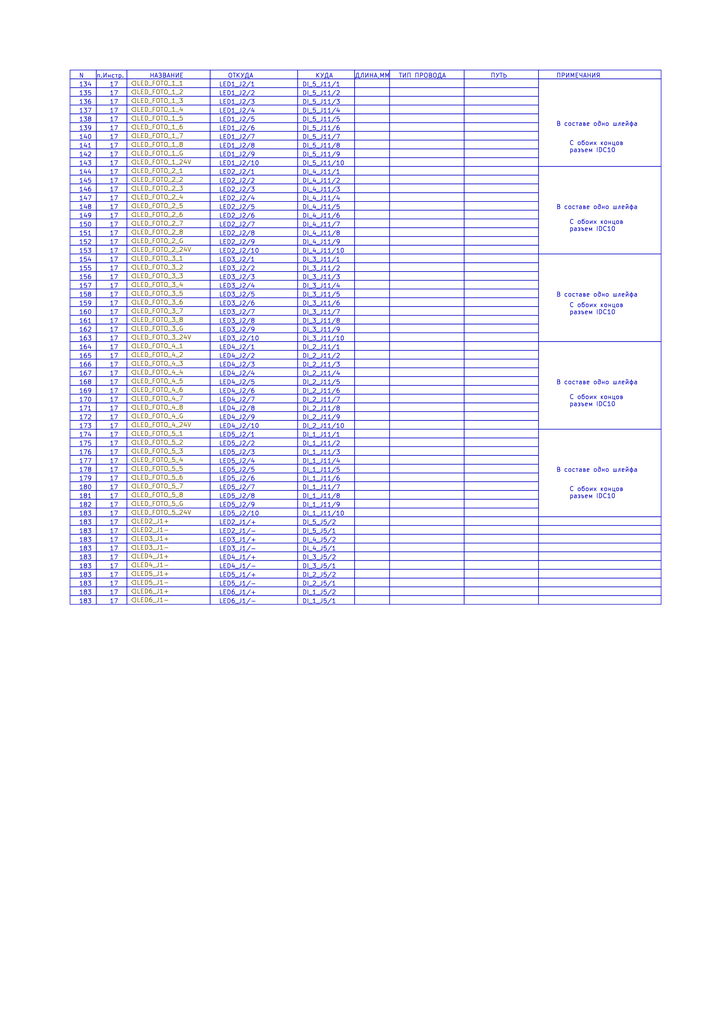
<source format=kicad_sch>
(kicad_sch
	(version 20231120)
	(generator "eeschema")
	(generator_version "8.0")
	(uuid "80b4adae-5d25-43ff-862b-4fdb1c0a5029")
	(paper "A4" portrait)
	(lib_symbols)
	(rectangle
		(start 86.36 40.64)
		(end 102.87 43.18)
		(stroke
			(width 0)
			(type default)
		)
		(fill
			(type none)
		)
		(uuid 008e6817-ce65-45fe-9815-c8a427b6d487)
	)
	(rectangle
		(start 102.87 76.2)
		(end 113.03 78.74)
		(stroke
			(width 0)
			(type default)
		)
		(fill
			(type none)
		)
		(uuid 00b7a302-a2b8-4dcc-881f-de95660a829a)
	)
	(rectangle
		(start 134.62 68.58)
		(end 156.21 71.12)
		(stroke
			(width 0)
			(type default)
		)
		(fill
			(type none)
		)
		(uuid 017bb60d-b689-4664-9e04-cad496fcb914)
	)
	(rectangle
		(start 102.87 139.7)
		(end 113.03 142.24)
		(stroke
			(width 0)
			(type default)
		)
		(fill
			(type none)
		)
		(uuid 01e230ef-70ff-4b6d-adf3-d569b1ed3509)
	)
	(rectangle
		(start 36.83 127)
		(end 60.96 124.46)
		(stroke
			(width 0)
			(type default)
		)
		(fill
			(type none)
		)
		(uuid 02035c66-0dd7-4b38-a4c8-d1503bd8bafd)
	)
	(rectangle
		(start 20.32 73.66)
		(end 27.94 76.2)
		(stroke
			(width 0)
			(type default)
		)
		(fill
			(type none)
		)
		(uuid 0258daca-18fa-4c4a-957f-b4ab43939cc4)
	)
	(rectangle
		(start 36.83 99.06)
		(end 60.96 96.52)
		(stroke
			(width 0)
			(type default)
		)
		(fill
			(type none)
		)
		(uuid 02eeb7be-0d96-4d57-973c-7b9d9c0225de)
	)
	(rectangle
		(start 113.03 30.48)
		(end 134.62 33.02)
		(stroke
			(width 0)
			(type default)
		)
		(fill
			(type none)
		)
		(uuid 0344dc3a-9f28-41a3-9dc4-909c281c08ce)
	)
	(rectangle
		(start 20.32 38.1)
		(end 27.94 40.64)
		(stroke
			(width 0)
			(type default)
		)
		(fill
			(type none)
		)
		(uuid 03704610-8650-486f-993c-a23805cd0e76)
	)
	(rectangle
		(start 134.62 142.24)
		(end 156.21 144.78)
		(stroke
			(width 0)
			(type default)
		)
		(fill
			(type none)
		)
		(uuid 03d782f7-b6ca-4507-8f18-4b6a4db0879d)
	)
	(rectangle
		(start 86.36 119.38)
		(end 102.87 121.92)
		(stroke
			(width 0)
			(type default)
		)
		(fill
			(type none)
		)
		(uuid 03f6bdd2-63b2-4b3a-9345-89ba492921fa)
	)
	(rectangle
		(start 27.94 35.56)
		(end 36.83 38.1)
		(stroke
			(width 0)
			(type default)
		)
		(fill
			(type none)
		)
		(uuid 050ed4b6-394a-4d5c-9cbd-e4e45c12a47e)
	)
	(rectangle
		(start 27.94 27.94)
		(end 36.83 30.48)
		(stroke
			(width 0)
			(type default)
		)
		(fill
			(type none)
		)
		(uuid 05833b71-d689-404a-a97e-047b29b4af10)
	)
	(rectangle
		(start 27.94 43.18)
		(end 36.83 45.72)
		(stroke
			(width 0)
			(type default)
		)
		(fill
			(type none)
		)
		(uuid 0664830a-ca4c-4262-9107-031e60ce60f2)
	)
	(rectangle
		(start 134.62 160.02)
		(end 156.21 162.56)
		(stroke
			(width 0)
			(type default)
		)
		(fill
			(type none)
		)
		(uuid 06aa7c3c-fcb3-4001-8bd4-2122c1b8a82d)
	)
	(rectangle
		(start 36.83 38.1)
		(end 60.96 35.56)
		(stroke
			(width 0)
			(type default)
		)
		(fill
			(type none)
		)
		(uuid 06ad9deb-21f6-41b6-9716-de0f8d7beaac)
	)
	(rectangle
		(start 86.36 157.48)
		(end 102.87 160.02)
		(stroke
			(width 0)
			(type default)
		)
		(fill
			(type none)
		)
		(uuid 072df80c-7b32-4fae-8aad-1867d19dc9f0)
	)
	(rectangle
		(start 86.36 139.7)
		(end 102.87 142.24)
		(stroke
			(width 0)
			(type default)
		)
		(fill
			(type none)
		)
		(uuid 07734aa0-d962-4d84-a86e-a50531f63a7b)
	)
	(rectangle
		(start 60.96 129.54)
		(end 86.36 132.08)
		(stroke
			(width 0)
			(type default)
		)
		(fill
			(type none)
		)
		(uuid 07b21183-36ac-4cf7-a069-ada1c45520ef)
	)
	(rectangle
		(start 20.32 142.24)
		(end 27.94 144.78)
		(stroke
			(width 0)
			(type default)
		)
		(fill
			(type none)
		)
		(uuid 07f88cbc-d191-4aa0-996a-e777f76b9802)
	)
	(rectangle
		(start 27.94 25.4)
		(end 36.83 27.94)
		(stroke
			(width 0)
			(type default)
		)
		(fill
			(type none)
		)
		(uuid 0813ea48-beb6-4960-8c02-e8664415b72e)
	)
	(rectangle
		(start 102.87 45.72)
		(end 113.03 48.26)
		(stroke
			(width 0)
			(type default)
		)
		(fill
			(type none)
		)
		(uuid 0889882a-32b3-49d7-b694-021760852a8c)
	)
	(rectangle
		(start 113.03 40.64)
		(end 134.62 43.18)
		(stroke
			(width 0)
			(type default)
		)
		(fill
			(type none)
		)
		(uuid 088cbbcf-e891-4809-8c88-2a919ff46c75)
	)
	(rectangle
		(start 102.87 43.18)
		(end 113.03 45.72)
		(stroke
			(width 0)
			(type default)
		)
		(fill
			(type none)
		)
		(uuid 08cd5fa1-8e79-4ac0-b1a4-172cd1e54aad)
	)
	(rectangle
		(start 102.87 48.26)
		(end 113.03 50.8)
		(stroke
			(width 0)
			(type default)
		)
		(fill
			(type none)
		)
		(uuid 09c3b8e8-4a30-46e2-adcb-da6fc99ea192)
	)
	(rectangle
		(start 86.36 27.94)
		(end 102.87 30.48)
		(stroke
			(width 0)
			(type default)
		)
		(fill
			(type none)
		)
		(uuid 0aa444bc-ee76-42a7-8621-35ba22c92e6e)
	)
	(rectangle
		(start 156.21 73.66)
		(end 191.77 99.06)
		(stroke
			(width 0)
			(type default)
		)
		(fill
			(type none)
		)
		(uuid 0af11def-07f9-4f45-b296-5aee8b7c4a4f)
	)
	(rectangle
		(start 86.36 137.16)
		(end 102.87 139.7)
		(stroke
			(width 0)
			(type default)
		)
		(fill
			(type none)
		)
		(uuid 0b69865d-f256-463d-8d78-725dced2a1b8)
	)
	(rectangle
		(start 102.87 106.68)
		(end 113.03 109.22)
		(stroke
			(width 0)
			(type default)
		)
		(fill
			(type none)
		)
		(uuid 0c143acd-366d-48a6-ba99-d1d55cbca506)
	)
	(rectangle
		(start 20.32 25.4)
		(end 27.94 27.94)
		(stroke
			(width 0)
			(type default)
		)
		(fill
			(type none)
		)
		(uuid 0da37c8b-4a65-4277-aecb-580dc38735ce)
	)
	(rectangle
		(start 60.96 101.6)
		(end 86.36 104.14)
		(stroke
			(width 0)
			(type default)
		)
		(fill
			(type none)
		)
		(uuid 0e39b0be-08b8-4acc-b2e9-465a9bcea5c3)
	)
	(rectangle
		(start 20.32 137.16)
		(end 27.94 139.7)
		(stroke
			(width 0)
			(type default)
		)
		(fill
			(type none)
		)
		(uuid 0e5b7782-9210-43ff-b2d2-3c658a8dfc13)
	)
	(rectangle
		(start 156.21 165.1)
		(end 191.77 167.64)
		(stroke
			(width 0)
			(type default)
		)
		(fill
			(type none)
		)
		(uuid 0ee5ac3b-8d44-4db3-bee9-f4c6e58da5a6)
	)
	(rectangle
		(start 20.32 83.82)
		(end 27.94 86.36)
		(stroke
			(width 0)
			(type default)
		)
		(fill
			(type none)
		)
		(uuid 0f6fd8b2-31a0-4396-9c63-60bcf77e027b)
	)
	(rectangle
		(start 20.32 71.12)
		(end 27.94 73.66)
		(stroke
			(width 0)
			(type default)
		)
		(fill
			(type none)
		)
		(uuid 0f7f988a-3f46-4885-bea1-f84475405dac)
	)
	(rectangle
		(start 27.94 99.06)
		(end 36.83 101.6)
		(stroke
			(width 0)
			(type default)
		)
		(fill
			(type none)
		)
		(uuid 0fba2e25-b7d6-40fe-aa67-3c7de99f3ea1)
	)
	(rectangle
		(start 113.03 162.56)
		(end 134.62 165.1)
		(stroke
			(width 0)
			(type default)
		)
		(fill
			(type none)
		)
		(uuid 0fc951b5-dd4a-46e5-811e-6da93efe0b80)
	)
	(rectangle
		(start 134.62 58.42)
		(end 156.21 60.96)
		(stroke
			(width 0)
			(type default)
		)
		(fill
			(type none)
		)
		(uuid 0fdd6c25-9352-48d3-8877-0f262acc91dc)
	)
	(rectangle
		(start 102.87 116.84)
		(end 113.03 119.38)
		(stroke
			(width 0)
			(type default)
		)
		(fill
			(type none)
		)
		(uuid 10c60f57-7d27-459e-9c39-b53d43c4a86b)
	)
	(rectangle
		(start 20.32 106.68)
		(end 27.94 109.22)
		(stroke
			(width 0)
			(type default)
		)
		(fill
			(type none)
		)
		(uuid 10eee1b1-6988-4a18-96c3-7a55fa0b5e38)
	)
	(rectangle
		(start 60.96 119.38)
		(end 86.36 121.92)
		(stroke
			(width 0)
			(type default)
		)
		(fill
			(type none)
		)
		(uuid 1115b165-c973-445f-93db-c0a1930a8c87)
	)
	(rectangle
		(start 113.03 63.5)
		(end 134.62 66.04)
		(stroke
			(width 0)
			(type default)
		)
		(fill
			(type none)
		)
		(uuid 129fc86a-6d12-47d9-abf3-ea3547348d87)
	)
	(rectangle
		(start 27.94 53.34)
		(end 36.83 55.88)
		(stroke
			(width 0)
			(type default)
		)
		(fill
			(type none)
		)
		(uuid 13846091-d0ac-42ad-a0f3-d1232bcdcb3c)
	)
	(rectangle
		(start 113.03 170.18)
		(end 134.62 172.72)
		(stroke
			(width 0)
			(type default)
		)
		(fill
			(type none)
		)
		(uuid 13f291ff-b44c-41c8-93eb-7c372d82e4dc)
	)
	(rectangle
		(start 20.32 119.38)
		(end 27.94 121.92)
		(stroke
			(width 0)
			(type default)
		)
		(fill
			(type none)
		)
		(uuid 151250b5-77d9-4ebd-a625-58680141aeca)
	)
	(rectangle
		(start 20.32 147.32)
		(end 27.94 149.86)
		(stroke
			(width 0)
			(type default)
		)
		(fill
			(type none)
		)
		(uuid 15572143-8089-4986-8e51-310505419b12)
	)
	(rectangle
		(start 86.36 101.6)
		(end 102.87 104.14)
		(stroke
			(width 0)
			(type default)
		)
		(fill
			(type none)
		)
		(uuid 16c3b091-aebc-4519-afb1-58966dc17e93)
	)
	(rectangle
		(start 86.36 25.4)
		(end 102.87 27.94)
		(stroke
			(width 0)
			(type default)
		)
		(fill
			(type none)
		)
		(uuid 16ecb28c-fa3c-4d0b-b1e3-c1108d7fdef0)
	)
	(rectangle
		(start 36.83 60.96)
		(end 60.96 58.42)
		(stroke
			(width 0)
			(type default)
		)
		(fill
			(type none)
		)
		(uuid 170b25be-5beb-45d8-8684-733378e0ec1b)
	)
	(rectangle
		(start 60.96 134.62)
		(end 86.36 137.16)
		(stroke
			(width 0)
			(type default)
		)
		(fill
			(type none)
		)
		(uuid 17cd52f2-f17a-4ae9-8490-63b6f112011d)
	)
	(rectangle
		(start 36.83 106.68)
		(end 60.96 104.14)
		(stroke
			(width 0)
			(type default)
		)
		(fill
			(type none)
		)
		(uuid 18051568-10d5-4c88-9e30-d36215805eb6)
	)
	(rectangle
		(start 60.96 35.56)
		(end 86.36 38.1)
		(stroke
			(width 0)
			(type default)
		)
		(fill
			(type none)
		)
		(uuid 186d8795-f76b-4aee-a669-f7be97d93594)
	)
	(rectangle
		(start 113.03 144.78)
		(end 134.62 147.32)
		(stroke
			(width 0)
			(type default)
		)
		(fill
			(type none)
		)
		(uuid 18706aeb-d145-4bd3-9889-e9954079e74b)
	)
	(rectangle
		(start 60.96 91.44)
		(end 86.36 93.98)
		(stroke
			(width 0)
			(type default)
		)
		(fill
			(type none)
		)
		(uuid 18877cd4-460b-4f05-9d7d-a0955f39a71e)
	)
	(rectangle
		(start 27.94 127)
		(end 36.83 129.54)
		(stroke
			(width 0)
			(type default)
		)
		(fill
			(type none)
		)
		(uuid 18ad43a3-3fb3-4c8e-b878-beaf72eb862c)
	)
	(rectangle
		(start 156.21 154.94)
		(end 191.77 157.48)
		(stroke
			(width 0)
			(type default)
		)
		(fill
			(type none)
		)
		(uuid 19ad2280-cd20-42f8-9875-6d6ad2488b71)
	)
	(rectangle
		(start 36.83 175.26)
		(end 60.96 172.72)
		(stroke
			(width 0)
			(type default)
		)
		(fill
			(type none)
		)
		(uuid 19ef90a9-53eb-4f0b-b9e4-3ca86ddd9557)
	)
	(rectangle
		(start 86.36 109.22)
		(end 102.87 111.76)
		(stroke
			(width 0)
			(type default)
		)
		(fill
			(type none)
		)
		(uuid 1ae6af6b-af05-4a60-8739-3c41c1628165)
	)
	(rectangle
		(start 27.94 172.72)
		(end 36.83 175.26)
		(stroke
			(width 0)
			(type default)
		)
		(fill
			(type none)
		)
		(uuid 1b0810ac-79c3-405a-969e-aee87a713938)
	)
	(rectangle
		(start 36.83 157.48)
		(end 60.96 154.94)
		(stroke
			(width 0)
			(type default)
		)
		(fill
			(type none)
		)
		(uuid 1b0c04b5-41f1-4252-a4d7-f9d7f7a289d3)
	)
	(rectangle
		(start 113.03 160.02)
		(end 134.62 162.56)
		(stroke
			(width 0)
			(type default)
		)
		(fill
			(type none)
		)
		(uuid 1b448388-e1dc-4f46-a2cd-6016e32cd34d)
	)
	(rectangle
		(start 36.83 33.02)
		(end 60.96 30.48)
		(stroke
			(width 0)
			(type default)
		)
		(fill
			(type none)
		)
		(uuid 1b94d27c-9227-4d21-9399-395d34fa728d)
	)
	(rectangle
		(start 102.87 38.1)
		(end 113.03 40.64)
		(stroke
			(width 0)
			(type default)
		)
		(fill
			(type none)
		)
		(uuid 1bce0992-af84-4f18-a9de-cf80574bba89)
	)
	(rectangle
		(start 36.83 121.92)
		(end 60.96 119.38)
		(stroke
			(width 0)
			(type default)
		)
		(fill
			(type none)
		)
		(uuid 1c372c5e-f321-4f1f-b659-d620125e71f4)
	)
	(rectangle
		(start 156.21 152.4)
		(end 191.77 154.94)
		(stroke
			(width 0)
			(type default)
		)
		(fill
			(type none)
		)
		(uuid 1c5f5c69-2442-4ae3-86cc-8826b61f08e9)
	)
	(rectangle
		(start 60.96 162.56)
		(end 86.36 165.1)
		(stroke
			(width 0)
			(type default)
		)
		(fill
			(type none)
		)
		(uuid 1c738053-17f2-475c-a67a-64c45f176f61)
	)
	(rectangle
		(start 36.83 73.66)
		(end 60.96 71.12)
		(stroke
			(width 0)
			(type default)
		)
		(fill
			(type none)
		)
		(uuid 1d064dd1-d896-4a86-83a5-1a217961817c)
	)
	(rectangle
		(start 60.96 27.94)
		(end 86.36 30.48)
		(stroke
			(width 0)
			(type default)
		)
		(fill
			(type none)
		)
		(uuid 1d389f59-6c06-4cf2-98f9-54629d34c69f)
	)
	(rectangle
		(start 60.96 124.46)
		(end 86.36 127)
		(stroke
			(width 0)
			(type default)
		)
		(fill
			(type none)
		)
		(uuid 1d669377-ed84-4e8c-8319-21c900a8e4bf)
	)
	(rectangle
		(start 102.87 55.88)
		(end 113.03 58.42)
		(stroke
			(width 0)
			(type default)
		)
		(fill
			(type none)
		)
		(uuid 1df58ee3-2221-491f-acda-2c8f2219f486)
	)
	(rectangle
		(start 102.87 99.06)
		(end 113.03 101.6)
		(stroke
			(width 0)
			(type default)
		)
		(fill
			(type none)
		)
		(uuid 1e525241-70ed-4929-8f17-14effc8b6b3c)
	)
	(rectangle
		(start 102.87 71.12)
		(end 113.03 73.66)
		(stroke
			(width 0)
			(type default)
		)
		(fill
			(type none)
		)
		(uuid 1e800166-102f-4db0-b44a-45d8af245104)
	)
	(rectangle
		(start 20.32 139.7)
		(end 27.94 142.24)
		(stroke
			(width 0)
			(type default)
		)
		(fill
			(type none)
		)
		(uuid 1f705547-8213-4024-acba-19141fdea268)
	)
	(rectangle
		(start 86.36 78.74)
		(end 102.87 81.28)
		(stroke
			(width 0)
			(type default)
		)
		(fill
			(type none)
		)
		(uuid 20213c98-c4c1-4dfd-ad0d-95e27e86449c)
	)
	(rectangle
		(start 60.96 165.1)
		(end 86.36 167.64)
		(stroke
			(width 0)
			(type default)
		)
		(fill
			(type none)
		)
		(uuid 20cd06ae-1f87-4770-86a1-b6e3bc114d49)
	)
	(rectangle
		(start 113.03 172.72)
		(end 134.62 175.26)
		(stroke
			(width 0)
			(type default)
		)
		(fill
			(type none)
		)
		(uuid 2231213e-cd4e-4490-900e-a27e3beec610)
	)
	(rectangle
		(start 60.96 149.86)
		(end 86.36 152.4)
		(stroke
			(width 0)
			(type default)
		)
		(fill
			(type none)
		)
		(uuid 22b96c32-1f58-452c-a956-19db40fcce75)
	)
	(rectangle
		(start 60.96 45.72)
		(end 86.36 48.26)
		(stroke
			(width 0)
			(type default)
		)
		(fill
			(type none)
		)
		(uuid 231b94ed-9766-476d-9e10-db71d3b20d03)
	)
	(rectangle
		(start 36.83 27.94)
		(end 60.96 25.4)
		(stroke
			(width 0)
			(type default)
		)
		(fill
			(type none)
		)
		(uuid 237e5936-c797-44ad-ae79-77a5a33b48ef)
	)
	(rectangle
		(start 36.83 91.44)
		(end 60.96 88.9)
		(stroke
			(width 0)
			(type default)
		)
		(fill
			(type none)
		)
		(uuid 255c2ca9-f7e6-4c96-9d95-66bde892a643)
	)
	(rectangle
		(start 134.62 43.18)
		(end 156.21 45.72)
		(stroke
			(width 0)
			(type default)
		)
		(fill
			(type none)
		)
		(uuid 267e1a45-9ad3-4ea0-a864-e61321c4d98d)
	)
	(rectangle
		(start 20.32 93.98)
		(end 27.94 96.52)
		(stroke
			(width 0)
			(type default)
		)
		(fill
			(type none)
		)
		(uuid 26995409-4d5c-4e98-825e-d2f6a627a45f)
	)
	(rectangle
		(start 36.83 40.64)
		(end 60.96 43.18)
		(stroke
			(width 0)
			(type default)
		)
		(fill
			(type none)
		)
		(uuid 27144fad-623e-478e-9f28-8e7d45325614)
	)
	(rectangle
		(start 86.36 99.06)
		(end 102.87 101.6)
		(stroke
			(width 0)
			(type default)
		)
		(fill
			(type none)
		)
		(uuid 2779b0d9-98bf-4bbc-b77b-7e945d9bbeab)
	)
	(rectangle
		(start 113.03 38.1)
		(end 134.62 40.64)
		(stroke
			(width 0)
			(type default)
		)
		(fill
			(type none)
		)
		(uuid 27c94b0f-a2a6-4577-b4f3-0195103e96bf)
	)
	(rectangle
		(start 36.83 137.16)
		(end 60.96 134.62)
		(stroke
			(width 0)
			(type default)
		)
		(fill
			(type none)
		)
		(uuid 292297e0-7ae6-4b61-92c6-e5ee34044304)
	)
	(rectangle
		(start 86.36 88.9)
		(end 102.87 91.44)
		(stroke
			(width 0)
			(type default)
		)
		(fill
			(type none)
		)
		(uuid 297af14f-8350-4126-ac20-f0783b730231)
	)
	(rectangle
		(start 134.62 48.26)
		(end 156.21 50.8)
		(stroke
			(width 0)
			(type default)
		)
		(fill
			(type none)
		)
		(uuid 2a289adb-c87e-4a81-a751-9574eb8982fb)
	)
	(rectangle
		(start 86.36 124.46)
		(end 102.87 127)
		(stroke
			(width 0)
			(type default)
		)
		(fill
			(type none)
		)
		(uuid 2aa8c9bd-4dba-46fe-88c0-56c5931d7ad3)
	)
	(rectangle
		(start 102.87 25.4)
		(end 113.03 27.94)
		(stroke
			(width 0)
			(type default)
		)
		(fill
			(type none)
		)
		(uuid 2b2673c8-89dc-4b9a-9f9c-e0b3786a260d)
	)
	(rectangle
		(start 134.62 30.48)
		(end 156.21 33.02)
		(stroke
			(width 0)
			(type default)
		)
		(fill
			(type none)
		)
		(uuid 2bec7a61-588f-449e-8846-b9ea32c08b20)
	)
	(rectangle
		(start 113.03 83.82)
		(end 134.62 86.36)
		(stroke
			(width 0)
			(type default)
		)
		(fill
			(type none)
		)
		(uuid 2c0d038b-f537-4875-bc2f-de40c1e71df1)
	)
	(rectangle
		(start 134.62 124.46)
		(end 156.21 127)
		(stroke
			(width 0)
			(type default)
		)
		(fill
			(type none)
		)
		(uuid 2c693024-8e9c-40cf-8a80-3a07e1097507)
	)
	(rectangle
		(start 27.94 165.1)
		(end 36.83 167.64)
		(stroke
			(width 0)
			(type default)
		)
		(fill
			(type none)
		)
		(uuid 2d036b13-8ef5-47ad-ad89-90404e26f006)
	)
	(rectangle
		(start 86.36 170.18)
		(end 102.87 172.72)
		(stroke
			(width 0)
			(type default)
		)
		(fill
			(type none)
		)
		(uuid 2dbd97d2-0197-4aba-9b04-a1706b83ba7c)
	)
	(rectangle
		(start 27.94 63.5)
		(end 36.83 66.04)
		(stroke
			(width 0)
			(type default)
		)
		(fill
			(type none)
		)
		(uuid 2e0dfacf-fee8-4469-b063-d742e36f73c3)
	)
	(rectangle
		(start 102.87 111.76)
		(end 113.03 114.3)
		(stroke
			(width 0)
			(type default)
		)
		(fill
			(type none)
		)
		(uuid 2e4aa707-2d1e-4a49-a05c-322be900b322)
	)
	(rectangle
		(start 60.96 111.76)
		(end 86.36 114.3)
		(stroke
			(width 0)
			(type default)
		)
		(fill
			(type none)
		)
		(uuid 2fd34c87-34e0-4af0-970d-c598f3622554)
	)
	(rectangle
		(start 113.03 43.18)
		(end 134.62 45.72)
		(stroke
			(width 0)
			(type default)
		)
		(fill
			(type none)
		)
		(uuid 2ff2b33d-a202-444c-9b7f-06591ae5a423)
	)
	(rectangle
		(start 86.36 116.84)
		(end 102.87 119.38)
		(stroke
			(width 0)
			(type default)
		)
		(fill
			(type none)
		)
		(uuid 31d0f458-cb40-4551-afb3-2373337141b2)
	)
	(rectangle
		(start 27.94 20.32)
		(end 36.83 22.86)
		(stroke
			(width 0)
			(type default)
		)
		(fill
			(type none)
		)
		(uuid 3210d629-89bc-48a1-b436-4fee50855387)
	)
	(rectangle
		(start 113.03 137.16)
		(end 134.62 139.7)
		(stroke
			(width 0)
			(type default)
		)
		(fill
			(type none)
		)
		(uuid 325e110b-26a0-47e4-bac1-df73904dbab7)
	)
	(rectangle
		(start 36.83 55.88)
		(end 60.96 53.34)
		(stroke
			(width 0)
			(type default)
		)
		(fill
			(type none)
		)
		(uuid 32b2e7c8-13d0-46dd-aab2-875d09c91309)
	)
	(rectangle
		(start 134.62 63.5)
		(end 156.21 66.04)
		(stroke
			(width 0)
			(type default)
		)
		(fill
			(type none)
		)
		(uuid 32b8ed3a-7f4a-42ce-8656-9dc204ff04e5)
	)
	(rectangle
		(start 102.87 134.62)
		(end 113.03 137.16)
		(stroke
			(width 0)
			(type default)
		)
		(fill
			(type none)
		)
		(uuid 33304b18-e9f9-4c08-8676-3de412f5098b)
	)
	(rectangle
		(start 102.87 20.32)
		(end 113.03 22.86)
		(stroke
			(width 0)
			(type default)
		)
		(fill
			(type none)
		)
		(uuid 33af52f8-572a-4e67-b839-f1d5fcb40af5)
	)
	(rectangle
		(start 102.87 109.22)
		(end 113.03 111.76)
		(stroke
			(width 0)
			(type default)
		)
		(fill
			(type none)
		)
		(uuid 3557c56c-8b00-4801-852e-4e1632ba461a)
	)
	(rectangle
		(start 60.96 30.48)
		(end 86.36 33.02)
		(stroke
			(width 0)
			(type default)
		)
		(fill
			(type none)
		)
		(uuid 3559a81d-7a82-46ea-bcc7-f53c78387768)
	)
	(rectangle
		(start 86.36 45.72)
		(end 102.87 48.26)
		(stroke
			(width 0)
			(type default)
		)
		(fill
			(type none)
		)
		(uuid 35c03714-7881-448d-96cb-6f00f8129ae2)
	)
	(rectangle
		(start 134.62 137.16)
		(end 156.21 139.7)
		(stroke
			(width 0)
			(type default)
		)
		(fill
			(type none)
		)
		(uuid 35c9f961-1315-47bb-a4b3-f32226b960d7)
	)
	(rectangle
		(start 60.96 78.74)
		(end 86.36 81.28)
		(stroke
			(width 0)
			(type default)
		)
		(fill
			(type none)
		)
		(uuid 3602f450-569f-4c9f-9c3a-1e0f429650f7)
	)
	(rectangle
		(start 20.32 96.52)
		(end 27.94 99.06)
		(stroke
			(width 0)
			(type default)
		)
		(fill
			(type none)
		)
		(uuid 36287b88-ab6e-4d1a-b6e0-1d0a16ef04e9)
	)
	(rectangle
		(start 113.03 60.96)
		(end 134.62 63.5)
		(stroke
			(width 0)
			(type default)
		)
		(fill
			(type none)
		)
		(uuid 376357cb-ec6a-4f77-92c4-7d892e9c02c7)
	)
	(rectangle
		(start 36.83 139.7)
		(end 60.96 137.16)
		(stroke
			(width 0)
			(type default)
		)
		(fill
			(type none)
		)
		(uuid 3789e353-95e1-4ef1-a3c8-39dad689f463)
	)
	(rectangle
		(start 36.83 22.86)
		(end 60.96 20.32)
		(stroke
			(width 0)
			(type default)
		)
		(fill
			(type none)
		)
		(uuid 37bb38bf-1dff-4916-bfce-ac834b8e5102)
	)
	(rectangle
		(start 86.36 38.1)
		(end 102.87 40.64)
		(stroke
			(width 0)
			(type default)
		)
		(fill
			(type none)
		)
		(uuid 38206cf1-8953-4fd3-8456-5c16da199ecd)
	)
	(rectangle
		(start 36.83 104.14)
		(end 60.96 101.6)
		(stroke
			(width 0)
			(type default)
		)
		(fill
			(type none)
		)
		(uuid 388675cc-66cd-4426-aa11-d0a0a6f7da39)
	)
	(rectangle
		(start 156.21 99.06)
		(end 191.77 124.46)
		(stroke
			(width 0)
			(type default)
		)
		(fill
			(type none)
		)
		(uuid 389d76d2-8dbe-4bfa-b6e0-5989fa50a456)
	)
	(rectangle
		(start 27.94 38.1)
		(end 36.83 40.64)
		(stroke
			(width 0)
			(type default)
		)
		(fill
			(type none)
		)
		(uuid 38a43053-90c5-46bc-8df7-28010bf7eed1)
	)
	(rectangle
		(start 86.36 50.8)
		(end 102.87 53.34)
		(stroke
			(width 0)
			(type default)
		)
		(fill
			(type none)
		)
		(uuid 38f1a1df-5865-467b-a681-224fb3ec8e93)
	)
	(rectangle
		(start 134.62 147.32)
		(end 156.21 149.86)
		(stroke
			(width 0)
			(type default)
		)
		(fill
			(type none)
		)
		(uuid 398c5c26-9e16-46b1-bdf5-5a8d70455224)
	)
	(rectangle
		(start 102.87 162.56)
		(end 113.03 165.1)
		(stroke
			(width 0)
			(type default)
		)
		(fill
			(type none)
		)
		(uuid 39b3f601-1def-4f69-ace3-a230cd840dbe)
	)
	(rectangle
		(start 60.96 139.7)
		(end 86.36 142.24)
		(stroke
			(width 0)
			(type default)
		)
		(fill
			(type none)
		)
		(uuid 39cdc1a8-4a3b-4e9b-95ec-2262a5acc569)
	)
	(rectangle
		(start 86.36 66.04)
		(end 102.87 68.58)
		(stroke
			(width 0)
			(type default)
		)
		(fill
			(type none)
		)
		(uuid 39d58ada-35e7-4e81-9be8-568da5ff2190)
	)
	(rectangle
		(start 27.94 101.6)
		(end 36.83 104.14)
		(stroke
			(width 0)
			(type default)
		)
		(fill
			(type none)
		)
		(uuid 3a3acdce-04c9-48b1-82dd-6c850044df4e)
	)
	(rectangle
		(start 36.83 30.48)
		(end 60.96 27.94)
		(stroke
			(width 0)
			(type default)
		)
		(fill
			(type none)
		)
		(uuid 3c7c25ab-24d1-48a8-a883-5d88ac5502a4)
	)
	(rectangle
		(start 113.03 88.9)
		(end 134.62 91.44)
		(stroke
			(width 0)
			(type default)
		)
		(fill
			(type none)
		)
		(uuid 3d40013b-2a9e-4ee8-9f96-21f4da55707d)
	)
	(rectangle
		(start 134.62 88.9)
		(end 156.21 91.44)
		(stroke
			(width 0)
			(type default)
		)
		(fill
			(type none)
		)
		(uuid 3e062c8b-dbed-4138-baf6-c146b122fdd9)
	)
	(rectangle
		(start 36.83 50.8)
		(end 60.96 48.26)
		(stroke
			(width 0)
			(type default)
		)
		(fill
			(type none)
		)
		(uuid 3f2bec92-1a02-4291-a621-d65b7e05131c)
	)
	(rectangle
		(start 27.94 83.82)
		(end 36.83 86.36)
		(stroke
			(width 0)
			(type default)
		)
		(fill
			(type none)
		)
		(uuid 417a6c8a-3f66-41da-8390-d53714132ddd)
	)
	(rectangle
		(start 102.87 22.86)
		(end 113.03 25.4)
		(stroke
			(width 0)
			(type default)
		)
		(fill
			(type none)
		)
		(uuid 4195499a-d1fc-46e2-8f92-6d19dd547c7e)
	)
	(rectangle
		(start 20.32 81.28)
		(end 27.94 83.82)
		(stroke
			(width 0)
			(type default)
		)
		(fill
			(type none)
		)
		(uuid 42593ea7-4798-4e06-8160-eb72c24dd3d4)
	)
	(rectangle
		(start 156.21 149.86)
		(end 191.77 152.4)
		(stroke
			(width 0)
			(type default)
		)
		(fill
			(type none)
		)
		(uuid 42b85d65-1c08-4533-a955-5d585f3e77f9)
	)
	(rectangle
		(start 20.32 162.56)
		(end 27.94 165.1)
		(stroke
			(width 0)
			(type default)
		)
		(fill
			(type none)
		)
		(uuid 43244d93-7140-4cd2-92fc-5bee4f550fee)
	)
	(rectangle
		(start 27.94 93.98)
		(end 36.83 96.52)
		(stroke
			(width 0)
			(type default)
		)
		(fill
			(type none)
		)
		(uuid 442cc651-c5d8-4aea-9e0b-960c1152d9da)
	)
	(rectangle
		(start 27.94 149.86)
		(end 36.83 152.4)
		(stroke
			(width 0)
			(type default)
		)
		(fill
			(type none)
		)
		(uuid 44428d6d-491e-409e-aead-f41d199aa9be)
	)
	(rectangle
		(start 102.87 27.94)
		(end 113.03 30.48)
		(stroke
			(width 0)
			(type default)
		)
		(fill
			(type none)
		)
		(uuid 44850a60-801e-4866-a07b-5dbdd87a5d57)
	)
	(rectangle
		(start 113.03 165.1)
		(end 134.62 167.64)
		(stroke
			(width 0)
			(type default)
		)
		(fill
			(type none)
		)
		(uuid 46245bc1-6ee8-4efe-9d9b-022e79de0eaa)
	)
	(rectangle
		(start 36.83 86.36)
		(end 60.96 83.82)
		(stroke
			(width 0)
			(type default)
		)
		(fill
			(type none)
		)
		(uuid 463dd3df-c40d-4aab-bbfc-ee4917af8282)
	)
	(rectangle
		(start 27.94 78.74)
		(end 36.83 81.28)
		(stroke
			(width 0)
			(type default)
		)
		(fill
			(type none)
		)
		(uuid 46d2b1b8-8564-42df-84a6-9c449cbe6cf0)
	)
	(rectangle
		(start 20.32 99.06)
		(end 27.94 101.6)
		(stroke
			(width 0)
			(type default)
		)
		(fill
			(type none)
		)
		(uuid 47407b96-2e76-4861-9c77-3ed17d6842ba)
	)
	(rectangle
		(start 86.36 55.88)
		(end 102.87 58.42)
		(stroke
			(width 0)
			(type default)
		)
		(fill
			(type none)
		)
		(uuid 47e8e75a-044c-4ef0-b5b1-024950f2de3f)
	)
	(rectangle
		(start 20.32 35.56)
		(end 27.94 38.1)
		(stroke
			(width 0)
			(type default)
		)
		(fill
			(type none)
		)
		(uuid 47ef73ea-d990-4a02-b47b-22fd20fa8d6e)
	)
	(rectangle
		(start 20.32 91.44)
		(end 27.94 93.98)
		(stroke
			(width 0)
			(type default)
		)
		(fill
			(type none)
		)
		(uuid 489a7278-747b-4257-beb6-3a0754dcf6be)
	)
	(rectangle
		(start 102.87 119.38)
		(end 113.03 121.92)
		(stroke
			(width 0)
			(type default)
		)
		(fill
			(type none)
		)
		(uuid 49465539-78f1-4acb-8f63-e71b815cd20d)
	)
	(rectangle
		(start 134.62 134.62)
		(end 156.21 137.16)
		(stroke
			(width 0)
			(type default)
		)
		(fill
			(type none)
		)
		(uuid 4b15cdcc-a90f-4baa-8ad9-f9ebf220c9aa)
	)
	(rectangle
		(start 86.36 60.96)
		(end 102.87 63.5)
		(stroke
			(width 0)
			(type default)
		)
		(fill
			(type none)
		)
		(uuid 4c6e40e0-ed93-439a-ba62-437e05a8622a)
	)
	(rectangle
		(start 27.94 40.64)
		(end 36.83 43.18)
		(stroke
			(width 0)
			(type default)
		)
		(fill
			(type none)
		)
		(uuid 4c842a20-1181-49c6-9f75-094956b62d2b)
	)
	(rectangle
		(start 27.94 55.88)
		(end 36.83 58.42)
		(stroke
			(width 0)
			(type default)
		)
		(fill
			(type none)
		)
		(uuid 4cb90336-5450-4b83-a29a-06264e9435d5)
	)
	(rectangle
		(start 60.96 170.18)
		(end 86.36 172.72)
		(stroke
			(width 0)
			(type default)
		)
		(fill
			(type none)
		)
		(uuid 4cff29b5-c5af-4cb9-8aeb-bde7868798e9)
	)
	(rectangle
		(start 86.36 172.72)
		(end 102.87 175.26)
		(stroke
			(width 0)
			(type default)
		)
		(fill
			(type none)
		)
		(uuid 4d205846-09e2-4de9-9774-d0fe8c7d802c)
	)
	(rectangle
		(start 113.03 71.12)
		(end 134.62 73.66)
		(stroke
			(width 0)
			(type default)
		)
		(fill
			(type none)
		)
		(uuid 4d2c976d-a083-4308-b580-9de5bd4230c4)
	)
	(rectangle
		(start 134.62 60.96)
		(end 156.21 63.5)
		(stroke
			(width 0)
			(type default)
		)
		(fill
			(type none)
		)
		(uuid 4e2a8e4c-a34e-4462-85cc-9ddfc52501bf)
	)
	(rectangle
		(start 156.21 172.72)
		(end 191.77 175.26)
		(stroke
			(width 0)
			(type default)
		)
		(fill
			(type none)
		)
		(uuid 4efb020e-8a0b-4264-8e48-91f0576d720a)
	)
	(rectangle
		(start 102.87 78.74)
		(end 113.03 81.28)
		(stroke
			(width 0)
			(type default)
		)
		(fill
			(type none)
		)
		(uuid 4f39fb75-ad74-4491-a6b1-4ad19239b4bf)
	)
	(rectangle
		(start 27.94 73.66)
		(end 36.83 76.2)
		(stroke
			(width 0)
			(type default)
		)
		(fill
			(type none)
		)
		(uuid 4fdb3630-309b-4868-a410-98cc9b5f5b54)
	)
	(rectangle
		(start 20.32 170.18)
		(end 27.94 172.72)
		(stroke
			(width 0)
			(type default)
		)
		(fill
			(type none)
		)
		(uuid 501c00df-5ffd-479b-90d2-7bfe23a61c6c)
	)
	(rectangle
		(start 113.03 22.86)
		(end 134.62 25.4)
		(stroke
			(width 0)
			(type default)
		)
		(fill
			(type none)
		)
		(uuid 50680516-86f0-4b9c-895d-92b8ec5380d3)
	)
	(rectangle
		(start 20.32 33.02)
		(end 27.94 35.56)
		(stroke
			(width 0)
			(type default)
		)
		(fill
			(type none)
		)
		(uuid 5094abeb-4095-43b5-aaff-bdab57c2d5de)
	)
	(rectangle
		(start 60.96 152.4)
		(end 86.36 154.94)
		(stroke
			(width 0)
			(type default)
		)
		(fill
			(type none)
		)
		(uuid 51224838-f255-48fb-adaf-24d5a806261b)
	)
	(rectangle
		(start 102.87 83.82)
		(end 113.03 86.36)
		(stroke
			(width 0)
			(type default)
		)
		(fill
			(type none)
		)
		(uuid 512b9b45-41c0-481d-bfc6-8cba14a24477)
	)
	(rectangle
		(start 60.96 60.96)
		(end 86.36 63.5)
		(stroke
			(width 0)
			(type default)
		)
		(fill
			(type none)
		)
		(uuid 5138f0b5-dda1-4fb5-ae2e-5fb0d8081ed9)
	)
	(rectangle
		(start 27.94 129.54)
		(end 36.83 132.08)
		(stroke
			(width 0)
			(type default)
		)
		(fill
			(type none)
		)
		(uuid 520b7904-5f67-48f7-9447-c21e304433e5)
	)
	(rectangle
		(start 113.03 58.42)
		(end 134.62 60.96)
		(stroke
			(width 0)
			(type default)
		)
		(fill
			(type none)
		)
		(uuid 5211913d-71f3-4b50-a090-3b0d1f7d1e07)
	)
	(rectangle
		(start 134.62 109.22)
		(end 156.21 111.76)
		(stroke
			(width 0)
			(type default)
		)
		(fill
			(type none)
		)
		(uuid 5293d11b-4698-49e2-acc1-9f4a6ecff412)
	)
	(rectangle
		(start 113.03 99.06)
		(end 134.62 101.6)
		(stroke
			(width 0)
			(type default)
		)
		(fill
			(type none)
		)
		(uuid 52a8095a-454c-4667-a569-c31fec219f0c)
	)
	(rectangle
		(start 60.96 88.9)
		(end 86.36 91.44)
		(stroke
			(width 0)
			(type default)
		)
		(fill
			(type none)
		)
		(uuid 52d0b14e-a82a-46a2-bfa6-0d135f0866e1)
	)
	(rectangle
		(start 102.87 104.14)
		(end 113.03 106.68)
		(stroke
			(width 0)
			(type default)
		)
		(fill
			(type none)
		)
		(uuid 52f98c47-260b-42e4-95f7-37ae5e41198b)
	)
	(rectangle
		(start 20.32 43.18)
		(end 27.94 45.72)
		(stroke
			(width 0)
			(type default)
		)
		(fill
			(type none)
		)
		(uuid 5352a113-8c12-44dc-b7af-02674c7d9bf4)
	)
	(rectangle
		(start 36.83 81.28)
		(end 60.96 78.74)
		(stroke
			(width 0)
			(type default)
		)
		(fill
			(type none)
		)
		(uuid 539093e6-0662-4c88-ba4b-39b4df54fc29)
	)
	(rectangle
		(start 113.03 91.44)
		(end 134.62 93.98)
		(stroke
			(width 0)
			(type default)
		)
		(fill
			(type none)
		)
		(uuid 543abd9f-8b10-449c-9809-25ef69d0cb06)
	)
	(rectangle
		(start 60.96 33.02)
		(end 86.36 35.56)
		(stroke
			(width 0)
			(type default)
		)
		(fill
			(type none)
		)
		(uuid 54993343-90bd-4756-964a-dff4e9d7128d)
	)
	(rectangle
		(start 102.87 142.24)
		(end 113.03 144.78)
		(stroke
			(width 0)
			(type default)
		)
		(fill
			(type none)
		)
		(uuid 5530d803-4719-48cd-808c-438a4889e849)
	)
	(rectangle
		(start 20.32 134.62)
		(end 27.94 137.16)
		(stroke
			(width 0)
			(type default)
		)
		(fill
			(type none)
		)
		(uuid 5564a8eb-a5f3-41ad-b0f8-34a0dc39ca4c)
	)
	(rectangle
		(start 27.94 114.3)
		(end 36.83 116.84)
		(stroke
			(width 0)
			(type default)
		)
		(fill
			(type none)
		)
		(uuid 558ddd26-e874-41e7-a0fd-7bf5dcd1b551)
	)
	(rectangle
		(start 102.87 63.5)
		(end 113.03 66.04)
		(stroke
			(width 0)
			(type default)
		)
		(fill
			(type none)
		)
		(uuid 57dc374a-3415-4f22-be05-f9e83ffee112)
	)
	(rectangle
		(start 102.87 147.32)
		(end 113.03 149.86)
		(stroke
			(width 0)
			(type default)
		)
		(fill
			(type none)
		)
		(uuid 580c9ccd-32db-4ff1-a3b4-8a5d84b45c88)
	)
	(rectangle
		(start 134.62 152.4)
		(end 156.21 154.94)
		(stroke
			(width 0)
			(type default)
		)
		(fill
			(type none)
		)
		(uuid 58848e65-6dfa-4c29-b962-6866ef22e785)
	)
	(rectangle
		(start 36.83 147.32)
		(end 60.96 144.78)
		(stroke
			(width 0)
			(type default)
		)
		(fill
			(type none)
		)
		(uuid 5a1d8936-01ee-4b0c-8ed1-1ecbfc70e5e8)
	)
	(rectangle
		(start 102.87 160.02)
		(end 113.03 162.56)
		(stroke
			(width 0)
			(type default)
		)
		(fill
			(type none)
		)
		(uuid 5a8ccaa0-19a3-4095-ae6e-0ab52e36f0ee)
	)
	(rectangle
		(start 113.03 78.74)
		(end 134.62 81.28)
		(stroke
			(width 0)
			(type default)
		)
		(fill
			(type none)
		)
		(uuid 5b708298-1649-493d-91ba-1c8ff0a9b757)
	)
	(rectangle
		(start 60.96 104.14)
		(end 86.36 106.68)
		(stroke
			(width 0)
			(type default)
		)
		(fill
			(type none)
		)
		(uuid 5b7bab84-55ff-462b-9662-307c8fa05c8d)
	)
	(rectangle
		(start 36.83 88.9)
		(end 60.96 86.36)
		(stroke
			(width 0)
			(type default)
		)
		(fill
			(type none)
		)
		(uuid 5be42ca9-6d07-472c-94c9-40dbb24954c6)
	)
	(rectangle
		(start 27.94 48.26)
		(end 36.83 50.8)
		(stroke
			(width 0)
			(type default)
		)
		(fill
			(type none)
		)
		(uuid 5c392126-39c0-4fc5-b510-9b6c57efe352)
	)
	(rectangle
		(start 134.62 116.84)
		(end 156.21 119.38)
		(stroke
			(width 0)
			(type default)
		)
		(fill
			(type none)
		)
		(uuid 5de08fe4-8bea-4396-a06e-38e31ac81b09)
	)
	(rectangle
		(start 113.03 35.56)
		(end 134.62 38.1)
		(stroke
			(width 0)
			(type default)
		)
		(fill
			(type none)
		)
		(uuid 5e67f095-6858-4e1c-a420-bb5cc33a864c)
	)
	(rectangle
		(start 60.96 20.32)
		(end 86.36 22.86)
		(stroke
			(width 0)
			(type default)
		)
		(fill
			(type none)
		)
		(uuid 5e85ab34-d398-4de7-988e-e04762bfce0d)
	)
	(rectangle
		(start 60.96 116.84)
		(end 86.36 119.38)
		(stroke
			(width 0)
			(type default)
		)
		(fill
			(type none)
		)
		(uuid 5f219506-7ada-4b52-bacc-5a4e4416d97a)
	)
	(rectangle
		(start 102.87 157.48)
		(end 113.03 160.02)
		(stroke
			(width 0)
			(type default)
		)
		(fill
			(type none)
		)
		(uuid 5f7cff53-96d6-4bf8-9443-2f640d7e8438)
	)
	(rectangle
		(start 134.62 119.38)
		(end 156.21 121.92)
		(stroke
			(width 0)
			(type default)
		)
		(fill
			(type none)
		)
		(uuid 61078be4-7511-4a40-b107-24282b57a52f)
	)
	(rectangle
		(start 20.32 167.64)
		(end 27.94 170.18)
		(stroke
			(width 0)
			(type default)
		)
		(fill
			(type none)
		)
		(uuid 619913b1-01cb-48c9-9b20-1a91f12cad5e)
	)
	(rectangle
		(start 86.36 63.5)
		(end 102.87 66.04)
		(stroke
			(width 0)
			(type default)
		)
		(fill
			(type none)
		)
		(uuid 61f15925-b496-4d9a-b636-b6bbb3a0d594)
	)
	(rectangle
		(start 27.94 104.14)
		(end 36.83 106.68)
		(stroke
			(width 0)
			(type default)
		)
		(fill
			(type none)
		)
		(uuid 62701cde-b57c-42d4-9df9-4a9d35d5ac7b)
	)
	(rectangle
		(start 27.94 147.32)
		(end 36.83 149.86)
		(stroke
			(width 0)
			(type default)
		)
		(fill
			(type none)
		)
		(uuid 6295897f-882a-4c47-bf99-5c9d687928c6)
	)
	(rectangle
		(start 102.87 40.64)
		(end 113.03 43.18)
		(stroke
			(width 0)
			(type default)
		)
		(fill
			(type none)
		)
		(uuid 62a5c7da-6e6e-4eb0-a512-4a0b7b231aa4)
	)
	(rectangle
		(start 134.62 91.44)
		(end 156.21 93.98)
		(stroke
			(width 0)
			(type default)
		)
		(fill
			(type none)
		)
		(uuid 6316b6bf-1fb8-44fa-a14d-945ae50c6829)
	)
	(rectangle
		(start 60.96 86.36)
		(end 86.36 88.9)
		(stroke
			(width 0)
			(type default)
		)
		(fill
			(type none)
		)
		(uuid 633d5ccf-9a84-476a-a99d-e41abcce9bd5)
	)
	(rectangle
		(start 36.83 35.56)
		(end 60.96 33.02)
		(stroke
			(width 0)
			(type default)
		)
		(fill
			(type none)
		)
		(uuid 636a1f49-37eb-44e7-b552-a7d404e35ee2)
	)
	(rectangle
		(start 60.96 96.52)
		(end 86.36 99.06)
		(stroke
			(width 0)
			(type default)
		)
		(fill
			(type none)
		)
		(uuid 66e30c1f-0dc0-4b47-937e-8de74c2c47d2)
	)
	(rectangle
		(start 27.94 22.86)
		(end 36.83 25.4)
		(stroke
			(width 0)
			(type default)
		)
		(fill
			(type none)
		)
		(uuid 67912e0d-db4d-4401-947a-6e017f7ccb95)
	)
	(rectangle
		(start 36.83 154.94)
		(end 60.96 152.4)
		(stroke
			(width 0)
			(type default)
		)
		(fill
			(type none)
		)
		(uuid 67a75f3c-b1e3-4e58-b08c-8bbd3f23c8a4)
	)
	(rectangle
		(start 27.94 86.36)
		(end 36.83 88.9)
		(stroke
			(width 0)
			(type default)
		)
		(fill
			(type none)
		)
		(uuid 67b7fc74-b9e3-46e1-b303-aafd6159a879)
	)
	(rectangle
		(start 86.36 134.62)
		(end 102.87 137.16)
		(stroke
			(width 0)
			(type default)
		)
		(fill
			(type none)
		)
		(uuid 69456797-23c6-4ad7-be44-30092e9fb6fc)
	)
	(rectangle
		(start 86.36 154.94)
		(end 102.87 157.48)
		(stroke
			(width 0)
			(type default)
		)
		(fill
			(type none)
		)
		(uuid 6a1dec30-aa64-4995-991d-c5f5974c8ad0)
	)
	(rectangle
		(start 60.96 114.3)
		(end 86.36 116.84)
		(stroke
			(width 0)
			(type default)
		)
		(fill
			(type none)
		)
		(uuid 6a262f91-b898-44cb-9dd0-cd7a50f8e4d7)
	)
	(rectangle
		(start 60.96 109.22)
		(end 86.36 111.76)
		(stroke
			(width 0)
			(type default)
		)
		(fill
			(type none)
		)
		(uuid 6ac20733-8f58-4c02-a919-dabed98b0dba)
	)
	(rectangle
		(start 36.83 63.5)
		(end 60.96 60.96)
		(stroke
			(width 0)
			(type default)
		)
		(fill
			(type none)
		)
		(uuid 6b38e7e0-db7b-4cb7-b434-7a54dc03e4ad)
	)
	(rectangle
		(start 113.03 119.38)
		(end 134.62 121.92)
		(stroke
			(width 0)
			(type default)
		)
		(fill
			(type none)
		)
		(uuid 6c988b08-89c5-4eb2-9ae0-da7096ec336f)
	)
	(rectangle
		(start 60.96 25.4)
		(end 86.36 27.94)
		(stroke
			(width 0)
			(type default)
		)
		(fill
			(type none)
		)
		(uuid 6d6c58b3-fec1-4dec-89aa-43cec2001981)
	)
	(rectangle
		(start 20.32 121.92)
		(end 27.94 124.46)
		(stroke
			(width 0)
			(type default)
		)
		(fill
			(type none)
		)
		(uuid 6e09dd2e-7469-4b05-a113-622d8f0ddbb7)
	)
	(rectangle
		(start 27.94 71.12)
		(end 36.83 73.66)
		(stroke
			(width 0)
			(type default)
		)
		(fill
			(type none)
		)
		(uuid 6e5c1395-573a-467b-ae94-e8f08bf0c30b)
	)
	(rectangle
		(start 20.32 53.34)
		(end 27.94 55.88)
		(stroke
			(width 0)
			(type default)
		)
		(fill
			(type none)
		)
		(uuid 6f5bef92-2590-4031-b737-93102827569d)
	)
	(rectangle
		(start 134.62 53.34)
		(end 156.21 55.88)
		(stroke
			(width 0)
			(type default)
		)
		(fill
			(type none)
		)
		(uuid 6fc059f1-7857-4d0c-8390-e20dfdfcedea)
	)
	(rectangle
		(start 113.03 73.66)
		(end 134.62 76.2)
		(stroke
			(width 0)
			(type default)
		)
		(fill
			(type none)
		)
		(uuid 7008d4e6-2499-489a-b2e7-2da647b59433)
	)
	(rectangle
		(start 20.32 129.54)
		(end 27.94 132.08)
		(stroke
			(width 0)
			(type default)
		)
		(fill
			(type none)
		)
		(uuid 70714e3b-fa8a-42f4-b1f8-61d0cd3f4421)
	)
	(rectangle
		(start 113.03 20.32)
		(end 134.62 22.86)
		(stroke
			(width 0)
			(type default)
		)
		(fill
			(type none)
		)
		(uuid 70761ca0-7cda-4f04-a0e7-1f5f3359a781)
	)
	(rectangle
		(start 156.21 170.18)
		(end 191.77 172.72)
		(stroke
			(width 0)
			(type default)
		)
		(fill
			(type none)
		)
		(uuid 70ce26e4-a3a1-4739-82cf-a12e17251708)
	)
	(rectangle
		(start 102.87 93.98)
		(end 113.03 96.52)
		(stroke
			(width 0)
			(type default)
		)
		(fill
			(type none)
		)
		(uuid 70efbd3e-0900-4541-959b-ee912ec1d364)
	)
	(rectangle
		(start 134.62 149.86)
		(end 156.21 152.4)
		(stroke
			(width 0)
			(type default)
		)
		(fill
			(type none)
		)
		(uuid 7107f95a-495e-43f9-b787-7469634fcb5b)
	)
	(rectangle
		(start 86.36 30.48)
		(end 102.87 33.02)
		(stroke
			(width 0)
			(type default)
		)
		(fill
			(type none)
		)
		(uuid 718dcb59-2d12-4be8-a140-7405fa8440b8)
	)
	(rectangle
		(start 102.87 132.08)
		(end 113.03 134.62)
		(stroke
			(width 0)
			(type default)
		)
		(fill
			(type none)
		)
		(uuid 722697cf-cc9d-47c0-856d-5f923bea7691)
	)
	(rectangle
		(start 156.21 124.46)
		(end 191.77 149.86)
		(stroke
			(width 0)
			(type default)
		)
		(fill
			(type none)
		)
		(uuid 7271d5e6-97ea-4d46-a110-86a8255af176)
	)
	(rectangle
		(start 36.83 45.72)
		(end 60.96 43.18)
		(stroke
			(width 0)
			(type default)
		)
		(fill
			(type none)
		)
		(uuid 72bdc150-d9fa-47dd-a323-7f9266c229fe)
	)
	(rectangle
		(start 60.96 99.06)
		(end 86.36 101.6)
		(stroke
			(width 0)
			(type default)
		)
		(fill
			(type none)
		)
		(uuid 736c6164-3a8a-47f8-b6a6-e5acdec5b402)
	)
	(rectangle
		(start 86.36 162.56)
		(end 102.87 165.1)
		(stroke
			(width 0)
			(type default)
		)
		(fill
			(type none)
		)
		(uuid 738a043a-5c74-45dc-b8bf-72f2712970ab)
	)
	(rectangle
		(start 102.87 152.4)
		(end 113.03 154.94)
		(stroke
			(width 0)
			(type default)
		)
		(fill
			(type none)
		)
		(uuid 743107b0-70ba-4d5c-b2bf-b6f34775065f)
	)
	(rectangle
		(start 20.32 160.02)
		(end 27.94 162.56)
		(stroke
			(width 0)
			(type default)
		)
		(fill
			(type none)
		)
		(uuid 74bc4913-05e0-48d0-8beb-ea1dad712c23)
	)
	(rectangle
		(start 20.32 27.94)
		(end 27.94 30.48)
		(stroke
			(width 0)
			(type default)
		)
		(fill
			(type none)
		)
		(uuid 75eb1f50-8166-4eaf-be5a-34f708d52a79)
	)
	(rectangle
		(start 20.32 66.04)
		(end 27.94 68.58)
		(stroke
			(width 0)
			(type default)
		)
		(fill
			(type none)
		)
		(uuid 762c7ba5-8d55-4898-80c7-f5229ad0c79d)
	)
	(rectangle
		(start 113.03 142.24)
		(end 134.62 144.78)
		(stroke
			(width 0)
			(type default)
		)
		(fill
			(type none)
		)
		(uuid 76c4f891-73f0-4d8d-a046-1a7e8d6a7acd)
	)
	(rectangle
		(start 134.62 99.06)
		(end 156.21 101.6)
		(stroke
			(width 0)
			(type default)
		)
		(fill
			(type none)
		)
		(uuid 7727cf91-bc63-4ab6-b2fa-1b3f136e5fc7)
	)
	(rectangle
		(start 102.87 73.66)
		(end 113.03 76.2)
		(stroke
			(width 0)
			(type default)
		)
		(fill
			(type none)
		)
		(uuid 778c40a9-ffbd-4e65-8d60-2e2e12fd73b2)
	)
	(rectangle
		(start 134.62 93.98)
		(end 156.21 96.52)
		(stroke
			(width 0)
			(type default)
		)
		(fill
			(type none)
		)
		(uuid 77a3bb84-bafa-482f-b970-c901aaa29e82)
	)
	(rectangle
		(start 36.83 25.4)
		(end 60.96 22.86)
		(stroke
			(width 0)
			(type default)
		)
		(fill
			(type none)
		)
		(uuid 78039fb0-f8b2-494d-ab08-5012048dbf38)
	)
	(rectangle
		(start 27.94 162.56)
		(end 36.83 165.1)
		(stroke
			(width 0)
			(type default)
		)
		(fill
			(type none)
		)
		(uuid 7811cc2a-fe6e-45dc-be0d-078ba9fef62a)
	)
	(rectangle
		(start 36.83 114.3)
		(end 60.96 111.76)
		(stroke
			(width 0)
			(type default)
		)
		(fill
			(type none)
		)
		(uuid 78669bcd-5a4c-4c4e-94da-e8dffcbaad4b)
	)
	(rectangle
		(start 86.36 53.34)
		(end 102.87 55.88)
		(stroke
			(width 0)
			(type default)
		)
		(fill
			(type none)
		)
		(uuid 786e5a15-0a26-4c5a-8504-c0fcabb54d3a)
	)
	(rectangle
		(start 134.62 35.56)
		(end 156.21 38.1)
		(stroke
			(width 0)
			(type default)
		)
		(fill
			(type none)
		)
		(uuid 78c65fbc-3ed6-417c-b860-aff67897ea07)
	)
	(rectangle
		(start 36.83 66.04)
		(end 60.96 68.58)
		(stroke
			(width 0)
			(type default)
		)
		(fill
			(type none)
		)
		(uuid 795f3694-5815-4b15-8d6d-fc93387ce63d)
	)
	(rectangle
		(start 86.36 83.82)
		(end 102.87 86.36)
		(stroke
			(width 0)
			(type default)
		)
		(fill
			(type none)
		)
		(uuid 79bb4437-843e-4a40-a6ef-38a374f91a79)
	)
	(rectangle
		(start 27.94 106.68)
		(end 36.83 109.22)
		(stroke
			(width 0)
			(type default)
		)
		(fill
			(type none)
		)
		(uuid 7a023b4c-a586-463c-8ba0-cf39efb400f0)
	)
	(rectangle
		(start 102.87 53.34)
		(end 113.03 55.88)
		(stroke
			(width 0)
			(type default)
		)
		(fill
			(type none)
		)
		(uuid 7ae9451f-6a9b-46af-9201-8601d4997658)
	)
	(rectangle
		(start 36.83 91.44)
		(end 60.96 93.98)
		(stroke
			(width 0)
			(type default)
		)
		(fill
			(type none)
		)
		(uuid 7b74334f-94c4-47af-8ba3-d7b193d3acd5)
	)
	(rectangle
		(start 20.32 48.26)
		(end 27.94 50.8)
		(stroke
			(width 0)
			(type default)
		)
		(fill
			(type none)
		)
		(uuid 7bf4e7d9-9e56-4dbc-b14d-3c51a4ce2368)
	)
	(rectangle
		(start 156.21 162.56)
		(end 191.77 165.1)
		(stroke
			(width 0)
			(type default)
		)
		(fill
			(type none)
		)
		(uuid 7e35bf97-d66f-4c44-bbee-dc9c2f62af23)
	)
	(rectangle
		(start 27.94 91.44)
		(end 36.83 93.98)
		(stroke
			(width 0)
			(type default)
		)
		(fill
			(type none)
		)
		(uuid 7ee7c165-4a99-471f-816a-de8437626466)
	)
	(rectangle
		(start 102.87 129.54)
		(end 113.03 132.08)
		(stroke
			(width 0)
			(type default)
		)
		(fill
			(type none)
		)
		(uuid 7ee7d963-a35d-4679-8d06-7c87adf3b94d)
	)
	(rectangle
		(start 36.83 165.1)
		(end 60.96 167.64)
		(stroke
			(width 0)
			(type default)
		)
		(fill
			(type none)
		)
		(uuid 80321c48-fdc8-44bd-92f5-cbda950a1696)
	)
	(rectangle
		(start 27.94 111.76)
		(end 36.83 114.3)
		(stroke
			(width 0)
			(type default)
		)
		(fill
			(type none)
		)
		(uuid 838460b0-d030-4553-8352-c2ad915e7204)
	)
	(rectangle
		(start 60.96 53.34)
		(end 86.36 55.88)
		(stroke
			(width 0)
			(type default)
		)
		(fill
			(type none)
		)
		(uuid 83b886e2-804d-4e20-92ab-41e2c51a0da7)
	)
	(rectangle
		(start 20.32 22.86)
		(end 27.94 25.4)
		(stroke
			(width 0)
			(type default)
		)
		(fill
			(type none)
		)
		(uuid 83cbc50a-5004-426b-8071-dfb4baf41361)
	)
	(rectangle
		(start 86.36 68.58)
		(end 102.87 71.12)
		(stroke
			(width 0)
			(type default)
		)
		(fill
			(type none)
		)
		(uuid 855eddce-5e39-4a7b-b7d7-0abb1cd3fb15)
	)
	(rectangle
		(start 36.83 66.04)
		(end 60.96 63.5)
		(stroke
			(width 0)
			(type default)
		)
		(fill
			(type none)
		)
		(uuid 85a27bd7-7577-428b-9a63-19c61fc49e7d)
	)
	(rectangle
		(start 113.03 149.86)
		(end 134.62 152.4)
		(stroke
			(width 0)
			(type default)
		)
		(fill
			(type none)
		)
		(uuid 85ae5fcb-a56f-4144-814c-47aad0eae30c)
	)
	(rectangle
		(start 27.94 134.62)
		(end 36.83 137.16)
		(stroke
			(width 0)
			(type default)
		)
		(fill
			(type none)
		)
		(uuid 86124b90-8d2b-478e-9039-38a9be682d91)
	)
	(rectangle
		(start 102.87 121.92)
		(end 113.03 124.46)
		(stroke
			(width 0)
			(type default)
		)
		(fill
			(type none)
		)
		(uuid 8696bb89-3c5f-4733-a4ad-20bbb55e5a7e)
	)
	(rectangle
		(start 113.03 157.48)
		(end 134.62 160.02)
		(stroke
			(width 0)
			(type default)
		)
		(fill
			(type none)
		)
		(uuid 88004799-7699-431b-b1be-9f9bf563e392)
	)
	(rectangle
		(start 60.96 40.64)
		(end 86.36 43.18)
		(stroke
			(width 0)
			(type default)
		)
		(fill
			(type none)
		)
		(uuid 886a3c3e-ddbe-4683-b9d8-99fa2a200e9c)
	)
	(rectangle
		(start 102.87 154.94)
		(end 113.03 157.48)
		(stroke
			(width 0)
			(type default)
		)
		(fill
			(type none)
		)
		(uuid 88ca1e61-84be-4cb2-b719-c59e871f3d80)
	)
	(rectangle
		(start 60.96 50.8)
		(end 86.36 53.34)
		(stroke
			(width 0)
			(type default)
		)
		(fill
			(type none)
		)
		(uuid 88e5201c-3154-409b-bc40-20ccbd32ff87)
	)
	(rectangle
		(start 36.83 134.62)
		(end 60.96 132.08)
		(stroke
			(width 0)
			(type default)
		)
		(fill
			(type none)
		)
		(uuid 88ef359e-8b9a-4d87-8183-7166e5036ddb)
	)
	(rectangle
		(start 134.62 111.76)
		(end 156.21 114.3)
		(stroke
			(width 0)
			(type default)
		)
		(fill
			(type none)
		)
		(uuid 8939d531-4fdb-43ca-a48e-01cbd9082ff9)
	)
	(rectangle
		(start 60.96 48.26)
		(end 86.36 50.8)
		(stroke
			(width 0)
			(type default)
		)
		(fill
			(type none)
		)
		(uuid 89839588-4224-443c-9f7c-a9f5a3364105)
	)
	(rectangle
		(start 20.32 101.6)
		(end 27.94 104.14)
		(stroke
			(width 0)
			(type default)
		)
		(fill
			(type none)
		)
		(uuid 898dde5a-d8a1-4bde-b020-24b10fcf1e1c)
	)
	(rectangle
		(start 60.96 172.72)
		(end 86.36 175.26)
		(stroke
			(width 0)
			(type default)
		)
		(fill
			(type none)
		)
		(uuid 89b584a1-f1a2-4f5a-b3e7-3b9cf5b60d9f)
	)
	(rectangle
		(start 27.94 81.28)
		(end 36.83 83.82)
		(stroke
			(width 0)
			(type default)
		)
		(fill
			(type none)
		)
		(uuid 8b71fb1a-83a0-4308-b3e5-95c73aa541fc)
	)
	(rectangle
		(start 36.83 96.52)
		(end 60.96 93.98)
		(stroke
			(width 0)
			(type default)
		)
		(fill
			(type none)
		)
		(uuid 8b780bb3-6e6a-433b-8ab8-6156a30914eb)
	)
	(rectangle
		(start 134.62 170.18)
		(end 156.21 172.72)
		(stroke
			(width 0)
			(type default)
		)
		(fill
			(type none)
		)
		(uuid 8bbb25f6-4ad0-4a19-82c3-da224be3b785)
	)
	(rectangle
		(start 86.36 104.14)
		(end 102.87 106.68)
		(stroke
			(width 0)
			(type default)
		)
		(fill
			(type none)
		)
		(uuid 8bd1aaa7-d44d-403c-b93c-aea74eaf2963)
	)
	(rectangle
		(start 134.62 101.6)
		(end 156.21 104.14)
		(stroke
			(width 0)
			(type default)
		)
		(fill
			(type none)
		)
		(uuid 8c2719c2-9c08-4e6b-be6d-42ada6520517)
	)
	(rectangle
		(start 60.96 73.66)
		(end 86.36 76.2)
		(stroke
			(width 0)
			(type default)
		)
		(fill
			(type none)
		)
		(uuid 8cabfd2e-6153-4e5d-8367-1ada598b872f)
	)
	(rectangle
		(start 156.21 167.64)
		(end 191.77 170.18)
		(stroke
			(width 0)
			(type default)
		)
		(fill
			(type none)
		)
		(uuid 8d93b765-ef21-407e-9f75-90b1c956e8c3)
	)
	(rectangle
		(start 60.96 63.5)
		(end 86.36 66.04)
		(stroke
			(width 0)
			(type default)
		)
		(fill
			(type none)
		)
		(uuid 8e085150-1b6f-4283-9fe1-460095837d17)
	)
	(rectangle
		(start 102.87 127)
		(end 113.03 129.54)
		(stroke
			(width 0)
			(type default)
		)
		(fill
			(type none)
		)
		(uuid 8e328400-3b2c-4d90-8de5-3318c8aa5a57)
	)
	(rectangle
		(start 86.36 114.3)
		(end 102.87 116.84)
		(stroke
			(width 0)
			(type default)
		)
		(fill
			(type none)
		)
		(uuid 8ea76055-f81a-42f8-bf29-d5d6ea3dc356)
	)
	(rectangle
		(start 60.96 22.86)
		(end 86.36 25.4)
		(stroke
			(width 0)
			(type default)
		)
		(fill
			(type none)
		)
		(uuid 8f53b6b4-54d8-4c92-b879-55943d16fd81)
	)
	(rectangle
		(start 36.83 101.6)
		(end 60.96 99.06)
		(stroke
			(width 0)
			(type default)
		)
		(fill
			(type none)
		)
		(uuid 9016b005-f405-466e-860f-dda1c22f5872)
	)
	(rectangle
		(start 86.36 35.56)
		(end 102.87 38.1)
		(stroke
			(width 0)
			(type default)
		)
		(fill
			(type none)
		)
		(uuid 90a1090d-fe2d-4390-8a16-33f79eff4dd0)
	)
	(rectangle
		(start 20.32 132.08)
		(end 27.94 134.62)
		(stroke
			(width 0)
			(type default)
		)
		(fill
			(type none)
		)
		(uuid 90d6de73-1e53-4ad0-940b-953c64d26001)
	)
	(rectangle
		(start 60.96 66.04)
		(end 86.36 68.58)
		(stroke
			(width 0)
			(type default)
		)
		(fill
			(type none)
		)
		(uuid 91a10032-b3d2-4f1b-97ef-d85ea599ef4c)
	)
	(rectangle
		(start 113.03 76.2)
		(end 134.62 78.74)
		(stroke
			(width 0)
			(type default)
		)
		(fill
			(type none)
		)
		(uuid 921e8741-49bf-4ae4-a1d6-935427bf6e6c)
	)
	(rectangle
		(start 20.32 144.78)
		(end 27.94 147.32)
		(stroke
			(width 0)
			(type default)
		)
		(fill
			(type none)
		)
		(uuid 92206843-3c7d-4045-b119-87dbc2bff782)
	)
	(rectangle
		(start 134.62 129.54)
		(end 156.21 132.08)
		(stroke
			(width 0)
			(type default)
		)
		(fill
			(type none)
		)
		(uuid 925363f4-22e2-40e6-b009-3a4e9fd352f3)
	)
	(rectangle
		(start 134.62 73.66)
		(end 156.21 76.2)
		(stroke
			(width 0)
			(type default)
		)
		(fill
			(type none)
		)
		(uuid 92593d77-656a-4759-b547-8911b1d8e573)
	)
	(rectangle
		(start 113.03 124.46)
		(end 134.62 127)
		(stroke
			(width 0)
			(type default)
		)
		(fill
			(type none)
		)
		(uuid 925e026b-cc93-4fc0-a13d-bdb98abab123)
	)
	(rectangle
		(start 20.32 116.84)
		(end 27.94 119.38)
		(stroke
			(width 0)
			(type default)
		)
		(fill
			(type none)
		)
		(uuid 929c9a9f-01db-45a3-bde0-c7c90b527a55)
	)
	(rectangle
		(start 113.03 106.68)
		(end 134.62 109.22)
		(stroke
			(width 0)
			(type default)
		)
		(fill
			(type none)
		)
		(uuid 92aedfb8-8b21-41ff-be07-ff82cc070259)
	)
	(rectangle
		(start 27.94 45.72)
		(end 36.83 48.26)
		(stroke
			(width 0)
			(type default)
		)
		(fill
			(type none)
		)
		(uuid 92da67b9-0455-4646-8d43-386269f0b79d)
	)
	(rectangle
		(start 20.32 63.5)
		(end 27.94 66.04)
		(stroke
			(width 0)
			(type default)
		)
		(fill
			(type none)
		)
		(uuid 93a28ea7-1f4a-4953-ab89-340041636bf2)
	)
	(rectangle
		(start 102.87 114.3)
		(end 113.03 116.84)
		(stroke
			(width 0)
			(type default)
		)
		(fill
			(type none)
		)
		(uuid 93dabbb5-39f6-43d3-9b31-a156badb682b)
	)
	(rectangle
		(start 27.94 58.42)
		(end 36.83 60.96)
		(stroke
			(width 0)
			(type default)
		)
		(fill
			(type none)
		)
		(uuid 958f5629-acf0-4a36-98a9-c8dd31a04daa)
	)
	(rectangle
		(start 134.62 38.1)
		(end 156.21 40.64)
		(stroke
			(width 0)
			(type default)
		)
		(fill
			(type none)
		)
		(uuid 967befcd-fed7-45ef-b04e-5b03f2120bbf)
	)
	(rectangle
		(start 60.96 154.94)
		(end 86.36 157.48)
		(stroke
			(width 0)
			(type default)
		)
		(fill
			(type none)
		)
		(uuid 96b402e1-2a61-4250-8815-236e87439a28)
	)
	(rectangle
		(start 134.62 144.78)
		(end 156.21 147.32)
		(stroke
			(width 0)
			(type default)
		)
		(fill
			(type none)
		)
		(uuid 96f9cad7-fd55-4830-b254-4beb83348ed2)
	)
	(rectangle
		(start 102.87 35.56)
		(end 113.03 38.1)
		(stroke
			(width 0)
			(type default)
		)
		(fill
			(type none)
		)
		(uuid 97571f5c-8581-4bae-8b9a-ee95a13ea5f8)
	)
	(rectangle
		(start 60.96 121.92)
		(end 86.36 124.46)
		(stroke
			(width 0)
			(type default)
		)
		(fill
			(type none)
		)
		(uuid 9763714d-afac-4be9-a3b3-9c257d038b3f)
	)
	(rectangle
		(start 134.62 22.86)
		(end 156.21 25.4)
		(stroke
			(width 0)
			(type default)
		)
		(fill
			(type none)
		)
		(uuid 979460f5-3521-4cc4-91bd-26ae796e90e9)
	)
	(rectangle
		(start 134.62 45.72)
		(end 156.21 48.26)
		(stroke
			(width 0)
			(type default)
		)
		(fill
			(type none)
		)
		(uuid 97949ad6-3a35-4024-ae55-7871518dc490)
	)
	(rectangle
		(start 86.36 129.54)
		(end 102.87 132.08)
		(stroke
			(width 0)
			(type default)
		)
		(fill
			(type none)
		)
		(uuid 97c0ceed-08eb-4f41-a1bd-4c8d90ae363a)
	)
	(rectangle
		(start 86.36 142.24)
		(end 102.87 144.78)
		(stroke
			(width 0)
			(type default)
		)
		(fill
			(type none)
		)
		(uuid 98d970f5-e762-4e69-8dee-5a7d10f43601)
	)
	(rectangle
		(start 113.03 101.6)
		(end 134.62 104.14)
		(stroke
			(width 0)
			(type default)
		)
		(fill
			(type none)
		)
		(uuid 9952bcb0-1062-44f7-a953-4ca511afef81)
	)
	(rectangle
		(start 36.83 152.4)
		(end 60.96 149.86)
		(stroke
			(width 0)
			(type default)
		)
		(fill
			(type none)
		)
		(uuid 99bc02d5-ceeb-49f8-9be5-602dcc88639d)
	)
	(rectangle
		(start 156.21 157.48)
		(end 191.77 160.02)
		(stroke
			(width 0)
			(type default)
		)
		(fill
			(type none)
		)
		(uuid 99ce9dcd-dcc2-4e3e-97c9-52a9ffde3462)
	)
	(rectangle
		(start 20.32 172.72)
		(end 27.94 175.26)
		(stroke
			(width 0)
			(type default)
		)
		(fill
			(type none)
		)
		(uuid 9ad7e905-fad7-47bb-be28-75c9312c8200)
	)
	(rectangle
		(start 60.96 43.18)
		(end 86.36 45.72)
		(stroke
			(width 0)
			(type default)
		)
		(fill
			(type none)
		)
		(uuid 9b669c16-23fc-4989-8e74-e49d9bceb9a7)
	)
	(rectangle
		(start 134.62 86.36)
		(end 156.21 88.9)
		(stroke
			(width 0)
			(type default)
		)
		(fill
			(type none)
		)
		(uuid 9c95e92f-88d1-443c-88fd-92eeecef4386)
	)
	(rectangle
		(start 27.94 160.02)
		(end 36.83 162.56)
		(stroke
			(width 0)
			(type default)
		)
		(fill
			(type none)
		)
		(uuid 9d1738c4-cf94-4567-b0f8-6ce441c94e18)
	)
	(rectangle
		(start 102.87 60.96)
		(end 113.03 63.5)
		(stroke
			(width 0)
			(type default)
		)
		(fill
			(type none)
		)
		(uuid 9d34e306-8312-45fc-9a0e-95bd06377758)
	)
	(rectangle
		(start 86.36 96.52)
		(end 102.87 99.06)
		(stroke
			(width 0)
			(type default)
		)
		(fill
			(type none)
		)
		(uuid 9ddd2cd6-8ee9-4bf3-9aa9-d4422975f879)
	)
	(rectangle
		(start 113.03 154.94)
		(end 134.62 157.48)
		(stroke
			(width 0)
			(type default)
		)
		(fill
			(type none)
		)
		(uuid 9dee062b-b890-474b-ac19-2090b8a3f0ad)
	)
	(rectangle
		(start 27.94 88.9)
		(end 36.83 91.44)
		(stroke
			(width 0)
			(type default)
		)
		(fill
			(type none)
		)
		(uuid 9e1a9b0e-9324-4061-abbe-ec8976df5ac5)
	)
	(rectangle
		(start 36.83 76.2)
		(end 60.96 73.66)
		(stroke
			(width 0)
			(type default)
		)
		(fill
			(type none)
		)
		(uuid 9ef54750-6193-4702-8b4d-76f3eb2b43f2)
	)
	(rectangle
		(start 86.36 144.78)
		(end 102.87 147.32)
		(stroke
			(width 0)
			(type default)
		)
		(fill
			(type none)
		)
		(uuid 9f5e218a-959d-4e54-8c7e-2c99fac6a65f)
	)
	(rectangle
		(start 86.36 73.66)
		(end 102.87 76.2)
		(stroke
			(width 0)
			(type default)
		)
		(fill
			(type none)
		)
		(uuid 9f6d74d8-e335-4fa6-b785-d943025281a6)
	)
	(rectangle
		(start 20.32 50.8)
		(end 27.94 53.34)
		(stroke
			(width 0)
			(type default)
		)
		(fill
			(type none)
		)
		(uuid 9f8726ab-291b-4560-9565-19efc5e61317)
	)
	(rectangle
		(start 134.62 157.48)
		(end 156.21 160.02)
		(stroke
			(width 0)
			(type default)
		)
		(fill
			(type none)
		)
		(uuid 9fd3ee08-d738-4a2b-824f-0a439ad1d4b3)
	)
	(rectangle
		(start 134.62 127)
		(end 156.21 129.54)
		(stroke
			(width 0)
			(type default)
		)
		(fill
			(type none)
		)
		(uuid a00acd5f-a228-4e7f-89ce-7c3a961cd335)
	)
	(rectangle
		(start 36.83 132.08)
		(end 60.96 129.54)
		(stroke
			(width 0)
			(type default)
		)
		(fill
			(type none)
		)
		(uuid a0588d19-6695-4d7d-b93c-a70d74ef8679)
	)
	(rectangle
		(start 86.36 147.32)
		(end 102.87 149.86)
		(stroke
			(width 0)
			(type default)
		)
		(fill
			(type none)
		)
		(uuid a0c2f09c-e61c-4f95-8e6b-4c0a3a3a5db3)
	)
	(rectangle
		(start 102.87 58.42)
		(end 113.03 60.96)
		(stroke
			(width 0)
			(type default)
		)
		(fill
			(type none)
		)
		(uuid a13b9402-aa72-4a96-8259-7c8fa2c0d4f9)
	)
	(rectangle
		(start 27.94 142.24)
		(end 36.83 144.78)
		(stroke
			(width 0)
			(type default)
		)
		(fill
			(type none)
		)
		(uuid a15ddfd1-4dcf-4317-b348-f960b265d0ce)
	)
	(rectangle
		(start 20.32 154.94)
		(end 27.94 157.48)
		(stroke
			(width 0)
			(type default)
		)
		(fill
			(type none)
		)
		(uuid a16166a1-6a2e-4b5d-8f75-e141d4d17afe)
	)
	(rectangle
		(start 86.36 132.08)
		(end 102.87 134.62)
		(stroke
			(width 0)
			(type default)
		)
		(fill
			(type none)
		)
		(uuid a1b40f17-7039-486f-a8ca-4bd4e88282ea)
	)
	(rectangle
		(start 113.03 109.22)
		(end 134.62 111.76)
		(stroke
			(width 0)
			(type default)
		)
		(fill
			(type none)
		)
		(uuid a1c64b26-2739-4dba-9062-792d44ff6583)
	)
	(rectangle
		(start 27.94 121.92)
		(end 36.83 124.46)
		(stroke
			(width 0)
			(type default)
		)
		(fill
			(type none)
		)
		(uuid a1ddad3d-50f7-4fe9-9738-49e51e27d5c6)
	)
	(rectangle
		(start 60.96 93.98)
		(end 86.36 96.52)
		(stroke
			(width 0)
			(type default)
		)
		(fill
			(type none)
		)
		(uuid a484f1fd-1795-41e1-ab65-f27d647be664)
	)
	(rectangle
		(start 60.96 106.68)
		(end 86.36 109.22)
		(stroke
			(width 0)
			(type default)
		)
		(fill
			(type none)
		)
		(uuid a48cd1e8-162d-45a5-82cd-78b7faa2c2be)
	)
	(rectangle
		(start 113.03 114.3)
		(end 134.62 116.84)
		(stroke
			(width 0)
			(type default)
		)
		(fill
			(type none)
		)
		(uuid a4ae69d0-e564-4c39-bfd1-3753535f5c17)
	)
	(rectangle
		(start 27.94 119.38)
		(end 36.83 121.92)
		(stroke
			(width 0)
			(type default)
		)
		(fill
			(type none)
		)
		(uuid a4de58d3-4eb8-49de-91d9-83242d1755b2)
	)
	(rectangle
		(start 36.83 111.76)
		(end 60.96 109.22)
		(stroke
			(width 0)
			(type default)
		)
		(fill
			(type none)
		)
		(uuid a55b2348-7c7c-4898-b20a-3ab506b68971)
	)
	(rectangle
		(start 86.36 167.64)
		(end 102.87 170.18)
		(stroke
			(width 0)
			(type default)
		)
		(fill
			(type none)
		)
		(uuid a5a7db3c-50c1-4641-8638-120ec77aee5a)
	)
	(rectangle
		(start 60.96 58.42)
		(end 86.36 60.96)
		(stroke
			(width 0)
			(type default)
		)
		(fill
			(type none)
		)
		(uuid a65c551a-ba5a-4eaa-b6ee-a4b886b4b985)
	)
	(rectangle
		(start 86.36 20.32)
		(end 102.87 22.86)
		(stroke
			(width 0)
			(type default)
		)
		(fill
			(type none)
		)
		(uuid a6664ad6-1f72-4198-bf76-580a97a698da)
	)
	(rectangle
		(start 36.83 83.82)
		(end 60.96 81.28)
		(stroke
			(width 0)
			(type default)
		)
		(fill
			(type none)
		)
		(uuid a6cae95e-81b3-40a9-995a-c8156919448b)
	)
	(rectangle
		(start 102.87 124.46)
		(end 113.03 127)
		(stroke
			(width 0)
			(type default)
		)
		(fill
			(type none)
		)
		(uuid a71c49dd-b9d8-419d-b4bb-f7092d788038)
	)
	(rectangle
		(start 27.94 68.58)
		(end 36.83 71.12)
		(stroke
			(width 0)
			(type default)
		)
		(fill
			(type none)
		)
		(uuid a7f68d25-dc87-4a2d-8941-2f23769dc418)
	)
	(rectangle
		(start 86.36 152.4)
		(end 102.87 154.94)
		(stroke
			(width 0)
			(type default)
		)
		(fill
			(type none)
		)
		(uuid a89b3a25-7ed6-49c9-aa4a-24bd35b96dec)
	)
	(rectangle
		(start 113.03 139.7)
		(end 134.62 142.24)
		(stroke
			(width 0)
			(type default)
		)
		(fill
			(type none)
		)
		(uuid a8ddfd0b-ce30-4ea8-9962-13eb65ef82d7)
	)
	(rectangle
		(start 134.62 104.14)
		(end 156.21 106.68)
		(stroke
			(width 0)
			(type default)
		)
		(fill
			(type none)
		)
		(uuid a8f51c8c-a531-4594-a08e-b3192b6f4f43)
	)
	(rectangle
		(start 27.94 152.4)
		(end 36.83 154.94)
		(stroke
			(width 0)
			(type default)
		)
		(fill
			(type none)
		)
		(uuid abb8dbd1-40c5-46f2-b164-bcf4ac4b2336)
	)
	(rectangle
		(start 20.32 149.86)
		(end 27.94 152.4)
		(stroke
			(width 0)
			(type default)
		)
		(fill
			(type none)
		)
		(uuid abba697e-9efd-4ab9-a4b6-b571ab702f26)
	)
	(rectangle
		(start 27.94 76.2)
		(end 36.83 78.74)
		(stroke
			(width 0)
			(type default)
		)
		(fill
			(type none)
		)
		(uuid abf99448-166a-48e5-a2d9-373105a1f86c)
	)
	(rectangle
		(start 134.62 27.94)
		(end 156.21 30.48)
		(stroke
			(width 0)
			(type default)
		)
		(fill
			(type none)
		)
		(uuid ac3d966a-1e96-4c1e-aaf1-d4d579afb156)
	)
	(rectangle
		(start 20.32 152.4)
		(end 27.94 154.94)
		(stroke
			(width 0)
			(type default)
		)
		(fill
			(type none)
		)
		(uuid acab4f00-88a5-4ce7-8b6d-6bafac760f74)
	)
	(rectangle
		(start 60.96 137.16)
		(end 86.36 139.7)
		(stroke
			(width 0)
			(type default)
		)
		(fill
			(type none)
		)
		(uuid ace32a86-7ec0-435d-9fec-0a4c2ef587cf)
	)
	(rectangle
		(start 20.32 104.14)
		(end 27.94 106.68)
		(stroke
			(width 0)
			(type default)
		)
		(fill
			(type none)
		)
		(uuid ad51e0cd-10ac-4e60-975e-a85c6acea635)
	)
	(rectangle
		(start 134.62 96.52)
		(end 156.21 99.06)
		(stroke
			(width 0)
			(type default)
		)
		(fill
			(type none)
		)
		(uuid adde802d-2592-4ac2-8c85-f27e77fc5025)
	)
	(rectangle
		(start 36.83 165.1)
		(end 60.96 162.56)
		(stroke
			(width 0)
			(type default)
		)
		(fill
			(type none)
		)
		(uuid aea901df-777e-436a-8480-f5253ecf5d7c)
	)
	(rectangle
		(start 36.83 142.24)
		(end 60.96 139.7)
		(stroke
			(width 0)
			(type default)
		)
		(fill
			(type none)
		)
		(uuid af7a6e5f-0166-4293-a176-04a57ed9500f)
	)
	(rectangle
		(start 113.03 127)
		(end 134.62 129.54)
		(stroke
			(width 0)
			(type default)
		)
		(fill
			(type none)
		)
		(uuid afbf98c5-bc6d-4762-b724-b0ec297fe67d)
	)
	(rectangle
		(start 86.36 93.98)
		(end 102.87 96.52)
		(stroke
			(width 0)
			(type default)
		)
		(fill
			(type none)
		)
		(uuid b003bdd5-18a8-4a08-8555-a6bc975c5361)
	)
	(rectangle
		(start 113.03 50.8)
		(end 134.62 53.34)
		(stroke
			(width 0)
			(type default)
		)
		(fill
			(type none)
		)
		(uuid b01bf213-6524-41c2-bfcd-4b30730afc42)
	)
	(rectangle
		(start 102.87 170.18)
		(end 113.03 172.72)
		(stroke
			(width 0)
			(type default)
		)
		(fill
			(type none)
		)
		(uuid b0245ba2-5cba-4d5f-85ef-17d026ef03e1)
	)
	(rectangle
		(start 86.36 58.42)
		(end 102.87 60.96)
		(stroke
			(width 0)
			(type default)
		)
		(fill
			(type none)
		)
		(uuid b03af81a-b8ce-42bd-9ecc-649ec4c7295f)
	)
	(rectangle
		(start 20.32 78.74)
		(end 27.94 81.28)
		(stroke
			(width 0)
			(type default)
		)
		(fill
			(type none)
		)
		(uuid b0866be6-bcf8-4e57-89c0-69ba01755235)
	)
	(rectangle
		(start 134.62 114.3)
		(end 156.21 116.84)
		(stroke
			(width 0)
			(type default)
		)
		(fill
			(type none)
		)
		(uuid b12c237f-f4cb-434a-8d59-01e635d85cfa)
	)
	(rectangle
		(start 27.94 132.08)
		(end 36.83 134.62)
		(stroke
			(width 0)
			(type default)
		)
		(fill
			(type none)
		)
		(uuid b15080e9-b0da-4957-987d-cfa9f81200b2)
	)
	(rectangle
		(start 134.62 25.4)
		(end 156.21 27.94)
		(stroke
			(width 0)
			(type default)
		)
		(fill
			(type none)
		)
		(uuid b153c0e9-e693-4079-9229-9722bbd6b241)
	)
	(rectangle
		(start 36.83 53.34)
		(end 60.96 50.8)
		(stroke
			(width 0)
			(type default)
		)
		(fill
			(type none)
		)
		(uuid b1cd0c6c-18a8-45e2-98af-6f534f62fe60)
	)
	(rectangle
		(start 86.36 165.1)
		(end 102.87 167.64)
		(stroke
			(width 0)
			(type default)
		)
		(fill
			(type none)
		)
		(uuid b1d291d5-002f-4fd1-8c83-556c3a133a2f)
	)
	(rectangle
		(start 113.03 25.4)
		(end 134.62 27.94)
		(stroke
			(width 0)
			(type default)
		)
		(fill
			(type none)
		)
		(uuid b264d3c5-ae14-42ce-b081-30e895101fab)
	)
	(rectangle
		(start 20.32 45.72)
		(end 27.94 48.26)
		(stroke
			(width 0)
			(type default)
		)
		(fill
			(type none)
		)
		(uuid b278c82a-3c17-42c4-8bfd-568f177c9fab)
	)
	(rectangle
		(start 86.36 33.02)
		(end 102.87 35.56)
		(stroke
			(width 0)
			(type default)
		)
		(fill
			(type none)
		)
		(uuid b2b3b193-ea9b-4b06-b73e-7952943f9436)
	)
	(rectangle
		(start 86.36 121.92)
		(end 102.87 124.46)
		(stroke
			(width 0)
			(type default)
		)
		(fill
			(type none)
		)
		(uuid b3206998-4ec7-4a6d-beed-645577aac7f0)
	)
	(rectangle
		(start 20.32 157.48)
		(end 27.94 160.02)
		(stroke
			(width 0)
			(type default)
		)
		(fill
			(type none)
		)
		(uuid b39569de-5b32-447f-ba7a-daa68f034394)
	)
	(rectangle
		(start 20.32 127)
		(end 27.94 129.54)
		(stroke
			(width 0)
			(type default)
		)
		(fill
			(type none)
		)
		(uuid b3be9084-e890-4ba3-8957-6c783990cd7f)
	)
	(rectangle
		(start 113.03 48.26)
		(end 134.62 50.8)
		(stroke
			(width 0)
			(type default)
		)
		(fill
			(type none)
		)
		(uuid b3fb58ee-f1d2-42c0-8416-59fcc16e73e0)
	)
	(rectangle
		(start 36.83 160.02)
		(end 60.96 157.48)
		(stroke
			(width 0)
			(type default)
		)
		(fill
			(type none)
		)
		(uuid b40f3a00-3709-4b37-b7a6-72d063a20a82)
	)
	(rectangle
		(start 134.62 83.82)
		(end 156.21 86.36)
		(stroke
			(width 0)
			(type default)
		)
		(fill
			(type none)
		)
		(uuid b475f5da-28ea-472a-bd02-80f0aa5e2597)
	)
	(rectangle
		(start 134.62 81.28)
		(end 156.21 83.82)
		(stroke
			(width 0)
			(type default)
		)
		(fill
			(type none)
		)
		(uuid b4e479a6-6a4e-4d74-bfda-bd984def4bd9)
	)
	(rectangle
		(start 36.83 116.84)
		(end 60.96 114.3)
		(stroke
			(width 0)
			(type default)
		)
		(fill
			(type none)
		)
		(uuid b6d00996-f5b5-40d0-99f0-2afe4e5b5cb1)
	)
	(rectangle
		(start 134.62 71.12)
		(end 156.21 73.66)
		(stroke
			(width 0)
			(type default)
		)
		(fill
			(type none)
		)
		(uuid b7a17947-d9e8-4c4a-a4c0-a5fd26a3a057)
	)
	(rectangle
		(start 86.36 48.26)
		(end 102.87 50.8)
		(stroke
			(width 0)
			(type default)
		)
		(fill
			(type none)
		)
		(uuid b7d0ef17-0677-42c9-acf7-80c0a50577dd)
	)
	(rectangle
		(start 113.03 33.02)
		(end 134.62 35.56)
		(stroke
			(width 0)
			(type default)
		)
		(fill
			(type none)
		)
		(uuid b80d4464-ea0d-4b25-9bdb-14708b99d5bd)
	)
	(rectangle
		(start 60.96 144.78)
		(end 86.36 147.32)
		(stroke
			(width 0)
			(type default)
		)
		(fill
			(type none)
		)
		(uuid b870535f-4636-4574-b46d-cdf7422001c6)
	)
	(rectangle
		(start 36.83 170.18)
		(end 60.96 167.64)
		(stroke
			(width 0)
			(type default)
		)
		(fill
			(type none)
		)
		(uuid b9129fa7-52cd-4727-a4b6-9b5cbf29a893)
	)
	(rectangle
		(start 113.03 66.04)
		(end 134.62 68.58)
		(stroke
			(width 0)
			(type default)
		)
		(fill
			(type none)
		)
		(uuid b916384b-cb00-4c80-b364-32c400ef4f21)
	)
	(rectangle
		(start 60.96 160.02)
		(end 86.36 162.56)
		(stroke
			(width 0)
			(type default)
		)
		(fill
			(type none)
		)
		(uuid b9851caf-e691-4c47-8472-26aaa9865808)
	)
	(rectangle
		(start 134.62 50.8)
		(end 156.21 53.34)
		(stroke
			(width 0)
			(type default)
		)
		(fill
			(type none)
		)
		(uuid ba03300e-7a5e-4c8f-9009-0ee1d3d5a826)
	)
	(rectangle
		(start 156.21 22.86)
		(end 191.77 48.26)
		(stroke
			(width 0)
			(type default)
		)
		(fill
			(type none)
		)
		(uuid ba262340-2f95-4ed6-9acf-9d660b989ec3)
	)
	(rectangle
		(start 20.32 124.46)
		(end 27.94 127)
		(stroke
			(width 0)
			(type default)
		)
		(fill
			(type none)
		)
		(uuid baa512d7-2faa-45cb-aa0c-ea37c4bc6bf9)
	)
	(rectangle
		(start 27.94 96.52)
		(end 36.83 99.06)
		(stroke
			(width 0)
			(type default)
		)
		(fill
			(type none)
		)
		(uuid bace3446-6918-4c56-923a-7ba16e10e0f6)
	)
	(rectangle
		(start 102.87 33.02)
		(end 113.03 35.56)
		(stroke
			(width 0)
			(type default)
		)
		(fill
			(type none)
		)
		(uuid bb12b0c8-2b21-480b-9bb8-051637cb8ddd)
	)
	(rectangle
		(start 134.62 78.74)
		(end 156.21 81.28)
		(stroke
			(width 0)
			(type default)
		)
		(fill
			(type none)
		)
		(uuid bbc69e33-0ef7-4864-8a4a-71c737b2a238)
	)
	(rectangle
		(start 86.36 91.44)
		(end 102.87 93.98)
		(stroke
			(width 0)
			(type default)
		)
		(fill
			(type none)
		)
		(uuid bc0f9341-d306-43b9-9dd2-aa618de6de64)
	)
	(rectangle
		(start 86.36 149.86)
		(end 102.87 152.4)
		(stroke
			(width 0)
			(type default)
		)
		(fill
			(type none)
		)
		(uuid bc1ad14d-1f2c-443e-91df-b0f65f918e2f)
	)
	(rectangle
		(start 36.83 55.88)
		(end 60.96 58.42)
		(stroke
			(width 0)
			(type default)
		)
		(fill
			(type none)
		)
		(uuid bc9b1745-62d1-4c7e-ba1c-e1b587e79831)
	)
	(rectangle
		(start 134.62 165.1)
		(end 156.21 167.64)
		(stroke
			(width 0)
			(type default)
		)
		(fill
			(type none)
		)
		(uuid bce59c58-3017-4963-8c6e-96b136514504)
	)
	(rectangle
		(start 134.62 162.56)
		(end 156.21 165.1)
		(stroke
			(width 0)
			(type default)
		)
		(fill
			(type none)
		)
		(uuid bcf03f78-4edc-4bca-ac0e-95b224a9dd1f)
	)
	(rectangle
		(start 20.32 111.76)
		(end 27.94 114.3)
		(stroke
			(width 0)
			(type default)
		)
		(fill
			(type none)
		)
		(uuid bffe8239-6973-4a0a-840f-91e3cbccbbd6)
	)
	(rectangle
		(start 86.36 22.86)
		(end 102.87 25.4)
		(stroke
			(width 0)
			(type default)
		)
		(fill
			(type none)
		)
		(uuid c1868f30-cf54-4581-a6b9-d1efdfcd1f51)
	)
	(rectangle
		(start 113.03 132.08)
		(end 134.62 134.62)
		(stroke
			(width 0)
			(type default)
		)
		(fill
			(type none)
		)
		(uuid c30f7650-a5db-47e0-bb6b-1b05444401b8)
	)
	(rectangle
		(start 20.32 55.88)
		(end 27.94 58.42)
		(stroke
			(width 0)
			(type default)
		)
		(fill
			(type none)
		)
		(uuid c35ceb42-12e2-41d9-a82e-0cd77555d60f)
	)
	(rectangle
		(start 134.62 76.2)
		(end 156.21 78.74)
		(stroke
			(width 0)
			(type default)
		)
		(fill
			(type none)
		)
		(uuid c4d40909-1041-4949-8e89-e715d338a90d)
	)
	(rectangle
		(start 86.36 106.68)
		(end 102.87 109.22)
		(stroke
			(width 0)
			(type default)
		)
		(fill
			(type none)
		)
		(uuid c667972e-15cc-4038-827a-80662e2cc370)
	)
	(rectangle
		(start 60.96 83.82)
		(end 86.36 86.36)
		(stroke
			(width 0)
			(type default)
		)
		(fill
			(type none)
		)
		(uuid c6bc9d28-11ad-4854-b7a6-30beab6a45af)
	)
	(rectangle
		(start 27.94 167.64)
		(end 36.83 170.18)
		(stroke
			(width 0)
			(type default)
		)
		(fill
			(type none)
		)
		(uuid c71efffa-277e-4009-93da-1718ad863062)
	)
	(rectangle
		(start 20.32 88.9)
		(end 27.94 91.44)
		(stroke
			(width 0)
			(type default)
		)
		(fill
			(type none)
		)
		(uuid c8130edd-e250-43de-bd9a-9df94ba8f28a)
	)
	(rectangle
		(start 102.87 81.28)
		(end 113.03 83.82)
		(stroke
			(width 0)
			(type default)
		)
		(fill
			(type none)
		)
		(uuid c84a3ee0-fcfe-473e-9efa-c95a44689ed5)
	)
	(rectangle
		(start 36.83 124.46)
		(end 60.96 121.92)
		(stroke
			(width 0)
			(type default)
		)
		(fill
			(type none)
		)
		(uuid c8b110f4-ca8d-4a9f-ab7c-fed4c1e804df)
	)
	(rectangle
		(start 102.87 167.64)
		(end 113.03 170.18)
		(stroke
			(width 0)
			(type default)
		)
		(fill
			(type none)
		)
		(uuid c8baf408-9901-461a-84d6-5ae705d2ffca)
	)
	(rectangle
		(start 27.94 154.94)
		(end 36.83 157.48)
		(stroke
			(width 0)
			(type default)
		)
		(fill
			(type none)
		)
		(uuid c960c8fa-1a89-41f4-b7fb-8a205f4caa2c)
	)
	(rectangle
		(start 27.94 124.46)
		(end 36.83 127)
		(stroke
			(width 0)
			(type default)
		)
		(fill
			(type none)
		)
		(uuid c9fb99f3-563c-49b8-9769-7cde4131ff8d)
	)
	(rectangle
		(start 113.03 129.54)
		(end 134.62 132.08)
		(stroke
			(width 0)
			(type default)
		)
		(fill
			(type none)
		)
		(uuid cadb9f08-2027-476f-a8ab-218ed5091ffb)
	)
	(rectangle
		(start 102.87 149.86)
		(end 113.03 152.4)
		(stroke
			(width 0)
			(type default)
		)
		(fill
			(type none)
		)
		(uuid cb1aed29-cbe3-4b2c-b721-245548203800)
	)
	(rectangle
		(start 102.87 30.48)
		(end 113.03 33.02)
		(stroke
			(width 0)
			(type default)
		)
		(fill
			(type none)
		)
		(uuid cb9f59b9-5bcb-4ddc-b01c-a448d9ea8b0f)
	)
	(rectangle
		(start 20.32 109.22)
		(end 27.94 111.76)
		(stroke
			(width 0)
			(type default)
		)
		(fill
			(type none)
		)
		(uuid cbb9eac8-550e-49f2-b488-e6fabdf4a307)
	)
	(rectangle
		(start 60.96 71.12)
		(end 86.36 73.66)
		(stroke
			(width 0)
			(type default)
		)
		(fill
			(type none)
		)
		(uuid cc952725-4ea4-4d9a-9dfe-93ed8581d81b)
	)
	(rectangle
		(start 36.83 48.26)
		(end 60.96 45.72)
		(stroke
			(width 0)
			(type default)
		)
		(fill
			(type none)
		)
		(uuid cccebe15-4276-4d7d-a6fe-2b2b1f4c7ee3)
	)
	(rectangle
		(start 156.21 48.26)
		(end 191.77 73.66)
		(stroke
			(width 0)
			(type default)
		)
		(fill
			(type none)
		)
		(uuid cd08d0c4-bc38-42ee-8c89-1da67527d399)
	)
	(rectangle
		(start 20.32 58.42)
		(end 27.94 60.96)
		(stroke
			(width 0)
			(type default)
		)
		(fill
			(type none)
		)
		(uuid cd8d0c7b-15e4-4680-96bf-bd508b1a0db6)
	)
	(rectangle
		(start 134.62 154.94)
		(end 156.21 157.48)
		(stroke
			(width 0)
			(type default)
		)
		(fill
			(type none)
		)
		(uuid cdee1cfb-2cc2-4bef-bc98-2441e5f26c1d)
	)
	(rectangle
		(start 134.62 132.08)
		(end 156.21 134.62)
		(stroke
			(width 0)
			(type default)
		)
		(fill
			(type none)
		)
		(uuid cefbd175-ab62-45e6-a474-8470db07fbcb)
	)
	(rectangle
		(start 102.87 91.44)
		(end 113.03 93.98)
		(stroke
			(width 0)
			(type default)
		)
		(fill
			(type none)
		)
		(uuid cf712ea0-a52b-4bff-b8e1-97e20fb616ae)
	)
	(rectangle
		(start 36.83 149.86)
		(end 60.96 147.32)
		(stroke
			(width 0)
			(type default)
		)
		(fill
			(type none)
		)
		(uuid d04cd5eb-51e8-4cc3-8cd9-e25df6eb4898)
	)
	(rectangle
		(start 20.32 60.96)
		(end 27.94 63.5)
		(stroke
			(width 0)
			(type default)
		)
		(fill
			(type none)
		)
		(uuid d04feb3a-1d97-4011-9bd6-55b16959c500)
	)
	(rectangle
		(start 36.83 40.64)
		(end 60.96 38.1)
		(stroke
			(width 0)
			(type default)
		)
		(fill
			(type none)
		)
		(uuid d15e0695-89ef-459c-a14d-adb0fc286201)
	)
	(rectangle
		(start 86.36 86.36)
		(end 102.87 88.9)
		(stroke
			(width 0)
			(type default)
		)
		(fill
			(type none)
		)
		(uuid d1d0f35b-4d5c-4114-9c6c-1f0e417ecc96)
	)
	(rectangle
		(start 134.62 33.02)
		(end 156.21 35.56)
		(stroke
			(width 0)
			(type default)
		)
		(fill
			(type none)
		)
		(uuid d1ec0b5d-ae25-4881-92e8-706717fa02dd)
	)
	(rectangle
		(start 27.94 66.04)
		(end 36.83 68.58)
		(stroke
			(width 0)
			(type default)
		)
		(fill
			(type none)
		)
		(uuid d1f04449-c08b-49cf-af69-4eada615ad1e)
	)
	(rectangle
		(start 36.83 129.54)
		(end 60.96 127)
		(stroke
			(width 0)
			(type default)
		)
		(fill
			(type none)
		)
		(uuid d1fb6838-2256-4682-8c0e-4e3465f5b805)
	)
	(rectangle
		(start 86.36 71.12)
		(end 102.87 73.66)
		(stroke
			(width 0)
			(type default)
		)
		(fill
			(type none)
		)
		(uuid d243a9a9-dda7-4341-949c-2914bf10508f)
	)
	(rectangle
		(start 102.87 86.36)
		(end 113.03 88.9)
		(stroke
			(width 0)
			(type default)
		)
		(fill
			(type none)
		)
		(uuid d34853b1-2475-4f1b-a4ef-8abf09e6d658)
	)
	(rectangle
		(start 134.62 55.88)
		(end 156.21 58.42)
		(stroke
			(width 0)
			(type default)
		)
		(fill
			(type none)
		)
		(uuid d3c4b4a1-5109-418f-9627-23589a0c61dc)
	)
	(rectangle
		(start 113.03 68.58)
		(end 134.62 71.12)
		(stroke
			(width 0)
			(type default)
		)
		(fill
			(type none)
		)
		(uuid d4395740-81ca-43b3-96fd-98bfd5cc5f8c)
	)
	(rectangle
		(start 27.94 50.8)
		(end 36.83 53.34)
		(stroke
			(width 0)
			(type default)
		)
		(fill
			(type none)
		)
		(uuid d4fbb460-9209-4dc1-8d87-4ae8d32266b1)
	)
	(rectangle
		(start 86.36 160.02)
		(end 102.87 162.56)
		(stroke
			(width 0)
			(type default)
		)
		(fill
			(type none)
		)
		(uuid d543070f-24a7-41f8-8c0c-ccb893f3be8d)
	)
	(rectangle
		(start 134.62 106.68)
		(end 156.21 109.22)
		(stroke
			(width 0)
			(type default)
		)
		(fill
			(type none)
		)
		(uuid d57017c8-5655-42ec-b43b-8fd51b3eff2d)
	)
	(rectangle
		(start 27.94 157.48)
		(end 36.83 160.02)
		(stroke
			(width 0)
			(type default)
		)
		(fill
			(type none)
		)
		(uuid d69b7228-f106-4e65-a82f-b71f7490a6e8)
	)
	(rectangle
		(start 60.96 38.1)
		(end 86.36 40.64)
		(stroke
			(width 0)
			(type default)
		)
		(fill
			(type none)
		)
		(uuid d74b40a5-f36e-4ec2-abc2-6b0985bb26b3)
	)
	(rectangle
		(start 27.94 144.78)
		(end 36.83 147.32)
		(stroke
			(width 0)
			(type default)
		)
		(fill
			(type none)
		)
		(uuid d7f47e93-dfe5-4a99-921d-32f270ab0260)
	)
	(rectangle
		(start 36.83 109.22)
		(end 60.96 106.68)
		(stroke
			(width 0)
			(type default)
		)
		(fill
			(type none)
		)
		(uuid d8c6f6b7-2131-4a1d-92ef-a1f1ff71e97f)
	)
	(rectangle
		(start 102.87 172.72)
		(end 113.03 175.26)
		(stroke
			(width 0)
			(type default)
		)
		(fill
			(type none)
		)
		(uuid d9509451-0eb1-4a01-967d-82f7b92a735e)
	)
	(rectangle
		(start 27.94 33.02)
		(end 36.83 35.56)
		(stroke
			(width 0)
			(type default)
		)
		(fill
			(type none)
		)
		(uuid d9bc4396-fce3-4aa6-a24b-08826b2c33e7)
	)
	(rectangle
		(start 102.87 88.9)
		(end 113.03 91.44)
		(stroke
			(width 0)
			(type default)
		)
		(fill
			(type none)
		)
		(uuid d9d94ec1-5fb0-424e-b1e8-3288f83a2892)
	)
	(rectangle
		(start 113.03 152.4)
		(end 134.62 154.94)
		(stroke
			(width 0)
			(type default)
		)
		(fill
			(type none)
		)
		(uuid d9fd6ab7-a3ea-4213-a3eb-4acfa4c7c0f2)
	)
	(rectangle
		(start 134.62 139.7)
		(end 156.21 142.24)
		(stroke
			(width 0)
			(type default)
		)
		(fill
			(type none)
		)
		(uuid da198707-65a6-4f71-b47d-075aef90792c)
	)
	(rectangle
		(start 36.83 142.24)
		(end 60.96 144.78)
		(stroke
			(width 0)
			(type default)
		)
		(fill
			(type none)
		)
		(uuid dac27075-3ce8-4635-9ec5-d03165a65014)
	)
	(rectangle
		(start 113.03 53.34)
		(end 134.62 55.88)
		(stroke
			(width 0)
			(type default)
		)
		(fill
			(type none)
		)
		(uuid dc727272-5fc5-4351-8209-687c93d00a6e)
	)
	(rectangle
		(start 20.32 20.32)
		(end 27.94 22.86)
		(stroke
			(width 0)
			(type default)
		)
		(fill
			(type none)
		)
		(uuid dcb859ef-fc28-4ff6-97a8-714e4d410adc)
	)
	(rectangle
		(start 113.03 55.88)
		(end 134.62 58.42)
		(stroke
			(width 0)
			(type default)
		)
		(fill
			(type none)
		)
		(uuid dcc95ec7-977f-4a59-b868-36bacff20961)
	)
	(rectangle
		(start 134.62 167.64)
		(end 156.21 170.18)
		(stroke
			(width 0)
			(type default)
		)
		(fill
			(type none)
		)
		(uuid dd346ea1-4306-49b6-8357-89b60cbf711f)
	)
	(rectangle
		(start 60.96 132.08)
		(end 86.36 134.62)
		(stroke
			(width 0)
			(type default)
		)
		(fill
			(type none)
		)
		(uuid dd3aeb8d-3e1f-4c6c-aa02-531762a546b4)
	)
	(rectangle
		(start 102.87 165.1)
		(end 113.03 167.64)
		(stroke
			(width 0)
			(type default)
		)
		(fill
			(type none)
		)
		(uuid dd799053-4791-40cf-988e-b6925bb42e26)
	)
	(rectangle
		(start 20.32 40.64)
		(end 27.94 43.18)
		(stroke
			(width 0)
			(type default)
		)
		(fill
			(type none)
		)
		(uuid ddaba50e-231e-45b4-b1f0-bfc55a2477b3)
	)
	(rectangle
		(start 20.32 165.1)
		(end 27.94 167.64)
		(stroke
			(width 0)
			(type default)
		)
		(fill
			(type none)
		)
		(uuid ddfc4bc7-8348-4c45-83b9-8a7d512973ca)
	)
	(rectangle
		(start 27.94 116.84)
		(end 36.83 119.38)
		(stroke
			(width 0)
			(type default)
		)
		(fill
			(type none)
		)
		(uuid debc42a9-b89c-40d0-8da7-762c77516e38)
	)
	(rectangle
		(start 27.94 30.48)
		(end 36.83 33.02)
		(stroke
			(width 0)
			(type default)
		)
		(fill
			(type none)
		)
		(uuid df5fab95-f74e-4599-9d90-fa25768d39e6)
	)
	(rectangle
		(start 156.21 20.32)
		(end 191.77 22.86)
		(stroke
			(width 0)
			(type default)
		)
		(fill
			(type none)
		)
		(uuid df64c4d7-e8f4-4dee-b5ac-43b652fb0d6f)
	)
	(rectangle
		(start 60.96 127)
		(end 86.36 129.54)
		(stroke
			(width 0)
			(type default)
		)
		(fill
			(type none)
		)
		(uuid dfa2e2fd-b027-408a-ad93-7cc81d945f5d)
	)
	(rectangle
		(start 113.03 93.98)
		(end 134.62 96.52)
		(stroke
			(width 0)
			(type default)
		)
		(fill
			(type none)
		)
		(uuid dfc038cc-5464-41cf-9f63-74d221c80f8f)
	)
	(rectangle
		(start 20.32 76.2)
		(end 27.94 78.74)
		(stroke
			(width 0)
			(type default)
		)
		(fill
			(type none)
		)
		(uuid dff13e10-7339-43ce-8e87-4ee217b69674)
	)
	(rectangle
		(start 36.83 172.72)
		(end 60.96 170.18)
		(stroke
			(width 0)
			(type default)
		)
		(fill
			(type none)
		)
		(uuid e0261b75-2a6d-47f3-8a1b-2229689689e2)
	)
	(rectangle
		(start 27.94 60.96)
		(end 36.83 63.5)
		(stroke
			(width 0)
			(type default)
		)
		(fill
			(type none)
		)
		(uuid e0327dea-d92d-4b45-b991-491219be3ada)
	)
	(rectangle
		(start 102.87 96.52)
		(end 113.03 99.06)
		(stroke
			(width 0)
			(type default)
		)
		(fill
			(type none)
		)
		(uuid e1305865-20ba-45c9-abb4-696ad1393e57)
	)
	(rectangle
		(start 20.32 114.3)
		(end 27.94 116.84)
		(stroke
			(width 0)
			(type default)
		)
		(fill
			(type none)
		)
		(uuid e2111de6-6298-447b-8abb-a469dab19af7)
	)
	(rectangle
		(start 60.96 157.48)
		(end 86.36 160.02)
		(stroke
			(width 0)
			(type default)
		)
		(fill
			(type none)
		)
		(uuid e30b06a0-9273-48af-b0d8-2f9bee4ec5c5)
	)
	(rectangle
		(start 156.21 160.02)
		(end 191.77 162.56)
		(stroke
			(width 0)
			(type default)
		)
		(fill
			(type none)
		)
		(uuid e384ef54-164b-45de-a949-55784232d096)
	)
	(rectangle
		(start 134.62 172.72)
		(end 156.21 175.26)
		(stroke
			(width 0)
			(type default)
		)
		(fill
			(type none)
		)
		(uuid e391558d-6b91-4828-bd4c-04997ba726b7)
	)
	(rectangle
		(start 113.03 96.52)
		(end 134.62 99.06)
		(stroke
			(width 0)
			(type default)
		)
		(fill
			(type none)
		)
		(uuid e393d5c9-03de-457d-aa9f-35229d104ee8)
	)
	(rectangle
		(start 86.36 111.76)
		(end 102.87 114.3)
		(stroke
			(width 0)
			(type default)
		)
		(fill
			(type none)
		)
		(uuid e3a893f6-de74-4b71-83e4-b6109f5c950e)
	)
	(rectangle
		(start 60.96 76.2)
		(end 86.36 78.74)
		(stroke
			(width 0)
			(type default)
		)
		(fill
			(type none)
		)
		(uuid e3dc0246-0b7f-41d8-b429-2c729c7147b1)
	)
	(rectangle
		(start 102.87 68.58)
		(end 113.03 71.12)
		(stroke
			(width 0)
			(type default)
		)
		(fill
			(type none)
		)
		(uuid e480c6ba-c923-48d5-8d95-b4369ff53fed)
	)
	(rectangle
		(start 113.03 81.28)
		(end 134.62 83.82)
		(stroke
			(width 0)
			(type default)
		)
		(fill
			(type none)
		)
		(uuid e560fe20-cb83-4732-8026-737cbce49491)
	)
	(rectangle
		(start 134.62 66.04)
		(end 156.21 68.58)
		(stroke
			(width 0)
			(type default)
		)
		(fill
			(type none)
		)
		(uuid e6d1b0e4-3c3c-4265-b806-f9db68a77a23)
	)
	(rectangle
		(start 60.96 147.32)
		(end 86.36 149.86)
		(stroke
			(width 0)
			(type default)
		)
		(fill
			(type none)
		)
		(uuid e7463714-352e-44b7-9df3-9dbef5de7052)
	)
	(rectangle
		(start 20.32 68.58)
		(end 27.94 71.12)
		(stroke
			(width 0)
			(type default)
		)
		(fill
			(type none)
		)
		(uuid e7bd26be-5ff4-4849-8f6f-c9aa7c7bf5ef)
	)
	(rectangle
		(start 134.62 121.92)
		(end 156.21 124.46)
		(stroke
			(width 0)
			(type default)
		)
		(fill
			(type none)
		)
		(uuid e7ddfebe-c80f-455e-95d7-d8325534014a)
	)
	(rectangle
		(start 113.03 147.32)
		(end 134.62 149.86)
		(stroke
			(width 0)
			(type default)
		)
		(fill
			(type none)
		)
		(uuid e8c4ce37-f363-401c-95bd-b85dc1f4471b)
	)
	(rectangle
		(start 60.96 68.58)
		(end 86.36 71.12)
		(stroke
			(width 0)
			(type default)
		)
		(fill
			(type none)
		)
		(uuid e8cead91-0adc-4bd1-8b0a-c23ae4c97d4a)
	)
	(rectangle
		(start 113.03 167.64)
		(end 134.62 170.18)
		(stroke
			(width 0)
			(type default)
		)
		(fill
			(type none)
		)
		(uuid e9b6738a-deae-4f9e-87f9-838c3e42acc8)
	)
	(rectangle
		(start 27.94 139.7)
		(end 36.83 142.24)
		(stroke
			(width 0)
			(type default)
		)
		(fill
			(type none)
		)
		(uuid ea601ef9-c141-44d5-8412-9bba29ba845d)
	)
	(rectangle
		(start 60.96 81.28)
		(end 86.36 83.82)
		(stroke
			(width 0)
			(type default)
		)
		(fill
			(type none)
		)
		(uuid eac4e280-8569-4af4-baf3-4b2b8078cc2f)
	)
	(rectangle
		(start 102.87 101.6)
		(end 113.03 104.14)
		(stroke
			(width 0)
			(type default)
		)
		(fill
			(type none)
		)
		(uuid eb1ef0eb-a078-4b79-b325-59df6be420a5)
	)
	(rectangle
		(start 60.96 142.24)
		(end 86.36 144.78)
		(stroke
			(width 0)
			(type default)
		)
		(fill
			(type none)
		)
		(uuid eb655c06-3a2a-4d2e-b3d7-24b66fc1934e)
	)
	(rectangle
		(start 113.03 134.62)
		(end 134.62 137.16)
		(stroke
			(width 0)
			(type default)
		)
		(fill
			(type none)
		)
		(uuid ec0264ac-f982-48c4-9006-d8c43d2dd063)
	)
	(rectangle
		(start 60.96 167.64)
		(end 86.36 170.18)
		(stroke
			(width 0)
			(type default)
		)
		(fill
			(type none)
		)
		(uuid ee8d99f4-7298-43f0-baa5-023479eb2083)
	)
	(rectangle
		(start 36.83 71.12)
		(end 60.96 68.58)
		(stroke
			(width 0)
			(type default)
		)
		(fill
			(type none)
		)
		(uuid eedb0293-d064-47b2-adca-26560be52524)
	)
	(rectangle
		(start 113.03 104.14)
		(end 134.62 106.68)
		(stroke
			(width 0)
			(type default)
		)
		(fill
			(type none)
		)
		(uuid f0cb78cb-190e-4201-87bd-6fd388a16220)
	)
	(rectangle
		(start 102.87 66.04)
		(end 113.03 68.58)
		(stroke
			(width 0)
			(type default)
		)
		(fill
			(type none)
		)
		(uuid f1535015-5950-4901-9c34-d89e68fe11a2)
	)
	(rectangle
		(start 113.03 86.36)
		(end 134.62 88.9)
		(stroke
			(width 0)
			(type default)
		)
		(fill
			(type none)
		)
		(uuid f16564f9-f1b8-437d-93aa-1197165298c2)
	)
	(rectangle
		(start 36.83 116.84)
		(end 60.96 119.38)
		(stroke
			(width 0)
			(type default)
		)
		(fill
			(type none)
		)
		(uuid f192c3ac-cec9-4fb7-ad36-939954511a9e)
	)
	(rectangle
		(start 36.83 78.74)
		(end 60.96 76.2)
		(stroke
			(width 0)
			(type default)
		)
		(fill
			(type none)
		)
		(uuid f2d27e84-d103-477c-9487-80a15ede6c46)
	)
	(rectangle
		(start 20.32 30.48)
		(end 27.94 33.02)
		(stroke
			(width 0)
			(type default)
		)
		(fill
			(type none)
		)
		(uuid f48efef6-7eb6-47ef-811a-b840af571f2e)
	)
	(rectangle
		(start 36.83 160.02)
		(end 60.96 162.56)
		(stroke
			(width 0)
			(type default)
		)
		(fill
			(type none)
		)
		(uuid f4d21ffc-152d-4bc4-a648-8232906b299e)
	)
	(rectangle
		(start 86.36 76.2)
		(end 102.87 78.74)
		(stroke
			(width 0)
			(type default)
		)
		(fill
			(type none)
		)
		(uuid f596684a-a39f-41d7-9677-558cc37740a6)
	)
	(rectangle
		(start 113.03 121.92)
		(end 134.62 124.46)
		(stroke
			(width 0)
			(type default)
		)
		(fill
			(type none)
		)
		(uuid f5c39aca-661c-4d70-b9ac-754f2555036b)
	)
	(rectangle
		(start 113.03 116.84)
		(end 134.62 119.38)
		(stroke
			(width 0)
			(type default)
		)
		(fill
			(type none)
		)
		(uuid f5df5792-43f9-4465-8fc6-d79705d58e1e)
	)
	(rectangle
		(start 27.94 170.18)
		(end 36.83 172.72)
		(stroke
			(width 0)
			(type default)
		)
		(fill
			(type none)
		)
		(uuid f6935c10-5ba5-4e71-b14b-962ceabc73b2)
	)
	(rectangle
		(start 60.96 55.88)
		(end 86.36 58.42)
		(stroke
			(width 0)
			(type default)
		)
		(fill
			(type none)
		)
		(uuid f715fe93-2b9b-45ef-9cc5-6d0d61a24484)
	)
	(rectangle
		(start 134.62 40.64)
		(end 156.21 43.18)
		(stroke
			(width 0)
			(type default)
		)
		(fill
			(type none)
		)
		(uuid f7ede0c2-30bd-4bc9-b974-0a27463cb0ec)
	)
	(rectangle
		(start 86.36 81.28)
		(end 102.87 83.82)
		(stroke
			(width 0)
			(type default)
		)
		(fill
			(type none)
		)
		(uuid f8527929-b828-4f34-b1d8-8db800e1b730)
	)
	(rectangle
		(start 102.87 144.78)
		(end 113.03 147.32)
		(stroke
			(width 0)
			(type default)
		)
		(fill
			(type none)
		)
		(uuid f8a385e6-0478-4954-9936-184569e1b1c4)
	)
	(rectangle
		(start 113.03 45.72)
		(end 134.62 48.26)
		(stroke
			(width 0)
			(type default)
		)
		(fill
			(type none)
		)
		(uuid fa57a342-128b-4f4c-9093-00d16f156578)
	)
	(rectangle
		(start 102.87 50.8)
		(end 113.03 53.34)
		(stroke
			(width 0)
			(type default)
		)
		(fill
			(type none)
		)
		(uuid faca040c-9821-4548-8908-25f72e26341c)
	)
	(rectangle
		(start 27.94 137.16)
		(end 36.83 139.7)
		(stroke
			(width 0)
			(type default)
		)
		(fill
			(type none)
		)
		(uuid fc543cf5-0220-4998-ac37-b5dc08186f6e)
	)
	(rectangle
		(start 134.62 20.32)
		(end 156.21 22.86)
		(stroke
			(width 0)
			(type default)
		)
		(fill
			(type none)
		)
		(uuid fcf5c6c1-5bae-4187-91cd-724b34dd454e)
	)
	(rectangle
		(start 86.36 127)
		(end 102.87 129.54)
		(stroke
			(width 0)
			(type default)
		)
		(fill
			(type none)
		)
		(uuid fd40dbad-ac88-40e8-9774-e8060fa61849)
	)
	(rectangle
		(start 102.87 137.16)
		(end 113.03 139.7)
		(stroke
			(width 0)
			(type default)
		)
		(fill
			(type none)
		)
		(uuid fd938e09-bebc-4009-96f0-9339dac629f5)
	)
	(rectangle
		(start 113.03 27.94)
		(end 134.62 30.48)
		(stroke
			(width 0)
			(type default)
		)
		(fill
			(type none)
		)
		(uuid fe7f09a6-749b-4da7-88c3-cccf7db26665)
	)
	(rectangle
		(start 113.03 111.76)
		(end 134.62 114.3)
		(stroke
			(width 0)
			(type default)
		)
		(fill
			(type none)
		)
		(uuid fe890aa3-3134-4775-ae32-8b9915689bd1)
	)
	(rectangle
		(start 20.32 86.36)
		(end 27.94 88.9)
		(stroke
			(width 0)
			(type default)
		)
		(fill
			(type none)
		)
		(uuid feac04db-4378-4224-89bd-b4fa85a3bd12)
	)
	(rectangle
		(start 86.36 43.18)
		(end 102.87 45.72)
		(stroke
			(width 0)
			(type default)
		)
		(fill
			(type none)
		)
		(uuid ffd7588e-728e-4a11-9228-7b62fe757281)
	)
	(rectangle
		(start 27.94 109.22)
		(end 36.83 111.76)
		(stroke
			(width 0)
			(type default)
		)
		(fill
			(type none)
		)
		(uuid ffe8d7a6-a588-4f68-ba74-c90481ef235f)
	)
	(text "17"
		(exclude_from_sim no)
		(at 31.75 104.14 0)
		(effects
			(font
				(size 1.27 1.27)
			)
			(justify left bottom)
		)
		(uuid "009223a2-a64c-4c46-ac7d-677c6b1214a9")
	)
	(text "LED1_J2/3"
		(exclude_from_sim no)
		(at 63.5 30.48 0)
		(effects
			(font
				(size 1.27 1.27)
			)
			(justify left bottom)
		)
		(uuid "00ffe3b9-913a-436e-ba33-18e56b2d54c6")
	)
	(text "LED5_J2/4"
		(exclude_from_sim no)
		(at 63.5 134.62 0)
		(effects
			(font
				(size 1.27 1.27)
			)
			(justify left bottom)
		)
		(uuid "01628c94-8d4d-4450-bbef-4cc7d9671348")
	)
	(text "17"
		(exclude_from_sim no)
		(at 31.75 116.84 0)
		(effects
			(font
				(size 1.27 1.27)
			)
			(justify left bottom)
		)
		(uuid "03749788-e859-429e-aa3d-c549ae9666f8")
	)
	(text "17"
		(exclude_from_sim no)
		(at 31.75 127 0)
		(effects
			(font
				(size 1.27 1.27)
			)
			(justify left bottom)
		)
		(uuid "04b95a86-1e02-42d0-bd0a-29559284c5cc")
	)
	(text "п.Инстр."
		(exclude_from_sim no)
		(at 27.94 22.86 0)
		(effects
			(font
				(size 1.27 1.27)
			)
			(justify left bottom)
		)
		(uuid "05bb1296-726a-457f-8f5f-7e9d6d962108")
	)
	(text "LED5_J2/7"
		(exclude_from_sim no)
		(at 63.5 142.24 0)
		(effects
			(font
				(size 1.27 1.27)
			)
			(justify left bottom)
		)
		(uuid "071b87d6-5e85-4a1c-a412-38bce7e66454")
	)
	(text "163"
		(exclude_from_sim no)
		(at 22.86 99.06 0)
		(effects
			(font
				(size 1.27 1.27)
			)
			(justify left bottom)
		)
		(uuid "07f880db-b47c-4e7c-8fa5-eb1f745dd7d3")
	)
	(text "DI_1_J11/1"
		(exclude_from_sim no)
		(at 87.63 127 0)
		(effects
			(font
				(size 1.27 1.27)
			)
			(justify left bottom)
		)
		(uuid "09097b3e-6973-4951-b168-d332c4f488cc")
	)
	(text "LED1_J2/5"
		(exclude_from_sim no)
		(at 63.5 35.56 0)
		(effects
			(font
				(size 1.27 1.27)
			)
			(justify left bottom)
		)
		(uuid "0a919ff7-f035-439b-9c86-43c5f894cfd1")
	)
	(text "С обоих концов \nразъем IDC10"
		(exclude_from_sim no)
		(at 165.1 44.45 0)
		(effects
			(font
				(size 1.27 1.27)
			)
			(justify left bottom)
		)
		(uuid "0aac5ddd-b240-4e74-a101-a1948c1e131c")
	)
	(text "161"
		(exclude_from_sim no)
		(at 22.86 93.98 0)
		(effects
			(font
				(size 1.27 1.27)
			)
			(justify left bottom)
		)
		(uuid "0acd6630-d18a-4189-8cf9-d9525a1eac4b")
	)
	(text "КУДА"
		(exclude_from_sim no)
		(at 91.44 22.86 0)
		(effects
			(font
				(size 1.27 1.27)
			)
			(justify left bottom)
		)
		(uuid "0af8bc3e-7cf6-43ac-984b-c4873f679063")
	)
	(text "17"
		(exclude_from_sim no)
		(at 31.75 144.78 0)
		(effects
			(font
				(size 1.27 1.27)
			)
			(justify left bottom)
		)
		(uuid "0bd7643b-33d2-4291-b9b8-4f6788e0121f")
	)
	(text "175"
		(exclude_from_sim no)
		(at 22.86 129.54 0)
		(effects
			(font
				(size 1.27 1.27)
			)
			(justify left bottom)
		)
		(uuid "0c2fdd4f-c4ec-4d42-9422-b252662da771")
	)
	(text "177"
		(exclude_from_sim no)
		(at 22.86 134.62 0)
		(effects
			(font
				(size 1.27 1.27)
			)
			(justify left bottom)
		)
		(uuid "0c8dfffe-a967-4d73-bbdc-7ab8e7028bb4")
	)
	(text "181"
		(exclude_from_sim no)
		(at 22.86 144.78 0)
		(effects
			(font
				(size 1.27 1.27)
			)
			(justify left bottom)
		)
		(uuid "0df06826-77f5-4e88-b5e8-87df9fd35b0c")
	)
	(text "DI_2_J11/1"
		(exclude_from_sim no)
		(at 87.63 101.6 0)
		(effects
			(font
				(size 1.27 1.27)
			)
			(justify left bottom)
		)
		(uuid "0f211a17-3e4c-457b-8a37-0d990ec16eb6")
	)
	(text "17"
		(exclude_from_sim no)
		(at 31.75 83.82 0)
		(effects
			(font
				(size 1.27 1.27)
			)
			(justify left bottom)
		)
		(uuid "0f2b41be-c119-4427-8066-f754a121a44f")
	)
	(text "LED2_J1/+"
		(exclude_from_sim no)
		(at 63.5 152.4 0)
		(effects
			(font
				(size 1.27 1.27)
			)
			(justify left bottom)
		)
		(uuid "11165a45-86c6-40e3-ae2b-3158a5137b15")
	)
	(text "LED1_J2/6"
		(exclude_from_sim no)
		(at 63.5 38.1 0)
		(effects
			(font
				(size 1.27 1.27)
			)
			(justify left bottom)
		)
		(uuid "14b1d159-ad4e-4d47-b179-34226c648ec9")
	)
	(text "DI_5_J11/6"
		(exclude_from_sim no)
		(at 87.63 38.1 0)
		(effects
			(font
				(size 1.27 1.27)
			)
			(justify left bottom)
		)
		(uuid "163f2c32-b13a-4b61-9f3a-21cf9a18dbae")
	)
	(text "LED3_J2/10"
		(exclude_from_sim no)
		(at 63.5 99.06 0)
		(effects
			(font
				(size 1.27 1.27)
			)
			(justify left bottom)
		)
		(uuid "1721c1db-3b37-49f4-bc77-b29b4ece47b8")
	)
	(text "17"
		(exclude_from_sim no)
		(at 31.75 134.62 0)
		(effects
			(font
				(size 1.27 1.27)
			)
			(justify left bottom)
		)
		(uuid "18fbc17e-8ff8-4804-afa2-7c7170824724")
	)
	(text "LED1_J2/1"
		(exclude_from_sim no)
		(at 63.5 25.4 0)
		(effects
			(font
				(size 1.27 1.27)
			)
			(justify left bottom)
		)
		(uuid "1a05f3cf-dda1-4bd1-b63c-e52fcd3b5592")
	)
	(text "17"
		(exclude_from_sim no)
		(at 31.75 106.68 0)
		(effects
			(font
				(size 1.27 1.27)
			)
			(justify left bottom)
		)
		(uuid "1aa84c35-5b6a-4e62-9bfd-9b1b08eec94b")
	)
	(text "LED5_J2/5"
		(exclude_from_sim no)
		(at 63.5 137.16 0)
		(effects
			(font
				(size 1.27 1.27)
			)
			(justify left bottom)
		)
		(uuid "1bb92df5-e69c-4a12-b220-2be637c28727")
	)
	(text "151"
		(exclude_from_sim no)
		(at 22.86 68.58 0)
		(effects
			(font
				(size 1.27 1.27)
			)
			(justify left bottom)
		)
		(uuid "1c5e6b83-88dc-45a4-98ae-e2e8c8e6e9ff")
	)
	(text "183"
		(exclude_from_sim no)
		(at 22.86 172.72 0)
		(effects
			(font
				(size 1.27 1.27)
			)
			(justify left bottom)
		)
		(uuid "1d86f71d-817c-45aa-abcc-e04211a400ef")
	)
	(text "DI_2_J11/3"
		(exclude_from_sim no)
		(at 87.63 106.68 0)
		(effects
			(font
				(size 1.27 1.27)
			)
			(justify left bottom)
		)
		(uuid "1da8707b-d6eb-4244-8270-682fd5741cd3")
	)
	(text "LED4_J2/7"
		(exclude_from_sim no)
		(at 63.5 116.84 0)
		(effects
			(font
				(size 1.27 1.27)
			)
			(justify left bottom)
		)
		(uuid "2018ee24-f0b6-4c5e-80de-c5224f8de3b2")
	)
	(text "DI_5_J11/10"
		(exclude_from_sim no)
		(at 87.63 48.26 0)
		(effects
			(font
				(size 1.27 1.27)
			)
			(justify left bottom)
		)
		(uuid "2099f936-01c4-4956-bacc-29584d62d0f0")
	)
	(text "183"
		(exclude_from_sim no)
		(at 22.86 154.94 0)
		(effects
			(font
				(size 1.27 1.27)
			)
			(justify left bottom)
		)
		(uuid "2190cd50-a583-4277-af6f-b833b510d37b")
	)
	(text "LED5_J2/9"
		(exclude_from_sim no)
		(at 63.5 147.32 0)
		(effects
			(font
				(size 1.27 1.27)
			)
			(justify left bottom)
		)
		(uuid "2472565c-f2c6-4543-8c71-0289f051fd8d")
	)
	(text "156"
		(exclude_from_sim no)
		(at 22.86 81.28 0)
		(effects
			(font
				(size 1.27 1.27)
			)
			(justify left bottom)
		)
		(uuid "25413d75-e9fb-4aab-90de-59ac5630be96")
	)
	(text "DI_3_J11/10"
		(exclude_from_sim no)
		(at 87.63 99.06 0)
		(effects
			(font
				(size 1.27 1.27)
			)
			(justify left bottom)
		)
		(uuid "264ab471-ecc3-43bf-8e1b-6954fb20d587")
	)
	(text "DI_1_J11/9"
		(exclude_from_sim no)
		(at 87.63 147.32 0)
		(effects
			(font
				(size 1.27 1.27)
			)
			(justify left bottom)
		)
		(uuid "266fbf29-6012-4ca5-94ff-05182a2cc53c")
	)
	(text "DI_2_J11/8"
		(exclude_from_sim no)
		(at 87.63 119.38 0)
		(effects
			(font
				(size 1.27 1.27)
			)
			(justify left bottom)
		)
		(uuid "2a113234-f088-4cba-b5c5-4c950262ba07")
	)
	(text "DI_2_J5/2"
		(exclude_from_sim no)
		(at 87.63 167.64 0)
		(effects
			(font
				(size 1.27 1.27)
			)
			(justify left bottom)
		)
		(uuid "2a4b233a-e536-4bd8-b162-02f60ae10268")
	)
	(text "LED5_J2/3"
		(exclude_from_sim no)
		(at 63.5 132.08 0)
		(effects
			(font
				(size 1.27 1.27)
			)
			(justify left bottom)
		)
		(uuid "2e0eaa56-a7ce-40e1-86bc-2409e33c2720")
	)
	(text "17"
		(exclude_from_sim no)
		(at 31.75 48.26 0)
		(effects
			(font
				(size 1.27 1.27)
			)
			(justify left bottom)
		)
		(uuid "2e32e0aa-ca1a-4b24-abaa-1c819ba9278a")
	)
	(text "LED4_J2/4"
		(exclude_from_sim no)
		(at 63.5 109.22 0)
		(effects
			(font
				(size 1.27 1.27)
			)
			(justify left bottom)
		)
		(uuid "2fab318f-2f25-4c18-a8e8-32d30685fd09")
	)
	(text "DI_3_J11/1"
		(exclude_from_sim no)
		(at 87.63 76.2 0)
		(effects
			(font
				(size 1.27 1.27)
			)
			(justify left bottom)
		)
		(uuid "2ffec3c8-cba2-4af3-8874-3ba8c3c08187")
	)
	(text "С обоих концов \nразъем IDC10"
		(exclude_from_sim no)
		(at 165.1 144.78 0)
		(effects
			(font
				(size 1.27 1.27)
			)
			(justify left bottom)
		)
		(uuid "3030217f-5acf-4327-8f8f-219aa29fd583")
	)
	(text "17"
		(exclude_from_sim no)
		(at 31.75 114.3 0)
		(effects
			(font
				(size 1.27 1.27)
			)
			(justify left bottom)
		)
		(uuid "30553edd-3b21-4cd6-b24e-2a706c2bc3e6")
	)
	(text "17"
		(exclude_from_sim no)
		(at 31.75 167.64 0)
		(effects
			(font
				(size 1.27 1.27)
			)
			(justify left bottom)
		)
		(uuid "30f93af2-e2b4-4873-9efc-0b4d99321661")
	)
	(text "17"
		(exclude_from_sim no)
		(at 31.75 58.42 0)
		(effects
			(font
				(size 1.27 1.27)
			)
			(justify left bottom)
		)
		(uuid "351f50c0-8609-41c6-b0b7-5987aed86acc")
	)
	(text "DI_1_J11/10"
		(exclude_from_sim no)
		(at 87.63 149.86 0)
		(effects
			(font
				(size 1.27 1.27)
			)
			(justify left bottom)
		)
		(uuid "3560e35e-5ae2-40ff-9b89-8bb1ab2bcf20")
	)
	(text "17"
		(exclude_from_sim no)
		(at 31.75 111.76 0)
		(effects
			(font
				(size 1.27 1.27)
			)
			(justify left bottom)
		)
		(uuid "35830925-825a-4788-982b-752dd4fb377d")
	)
	(text "17"
		(exclude_from_sim no)
		(at 31.75 119.38 0)
		(effects
			(font
				(size 1.27 1.27)
			)
			(justify left bottom)
		)
		(uuid "3731f759-dbbd-4482-9e88-1d077d5ec33e")
	)
	(text "LED1_J2/9"
		(exclude_from_sim no)
		(at 63.5 45.72 0)
		(effects
			(font
				(size 1.27 1.27)
			)
			(justify left bottom)
		)
		(uuid "395a6b9a-153a-4b22-a324-703c4d6d06e8")
	)
	(text "НАЗВАНИЕ"
		(exclude_from_sim no)
		(at 53.34 22.86 0)
		(effects
			(font
				(size 1.27 1.27)
			)
			(justify right bottom)
		)
		(uuid "3be1560f-271b-4666-825a-87a96bdff8af")
	)
	(text "LED2_J2/7"
		(exclude_from_sim no)
		(at 63.5 66.04 0)
		(effects
			(font
				(size 1.27 1.27)
			)
			(justify left bottom)
		)
		(uuid "3d2a8898-3ad6-4fea-8b62-576df4615701")
	)
	(text "180"
		(exclude_from_sim no)
		(at 22.86 142.24 0)
		(effects
			(font
				(size 1.27 1.27)
			)
			(justify left bottom)
		)
		(uuid "3d4372ab-1145-4ed5-99e2-589f1f3ee543")
	)
	(text "157"
		(exclude_from_sim no)
		(at 22.86 83.82 0)
		(effects
			(font
				(size 1.27 1.27)
			)
			(justify left bottom)
		)
		(uuid "3d5d7d27-a7ed-40a8-9592-2c6824b6c8c5")
	)
	(text "17"
		(exclude_from_sim no)
		(at 31.75 152.4 0)
		(effects
			(font
				(size 1.27 1.27)
			)
			(justify left bottom)
		)
		(uuid "3f2f3479-6736-4ecf-89e5-a4f9767e1671")
	)
	(text "В составе одно шлейфа"
		(exclude_from_sim no)
		(at 161.29 86.36 0)
		(effects
			(font
				(size 1.27 1.27)
			)
			(justify left bottom)
		)
		(uuid "3fd72867-b867-40bc-a25f-af8fc2cb58f1")
	)
	(text "169"
		(exclude_from_sim no)
		(at 22.86 114.3 0)
		(effects
			(font
				(size 1.27 1.27)
			)
			(justify left bottom)
		)
		(uuid "41b84b30-89f4-489f-a8c2-cc7dfc24510d")
	)
	(text "LED1_J2/7"
		(exclude_from_sim no)
		(at 63.5 40.64 0)
		(effects
			(font
				(size 1.27 1.27)
			)
			(justify left bottom)
		)
		(uuid "428ab13b-1a81-4412-b98e-d37de21184a0")
	)
	(text "142"
		(exclude_from_sim no)
		(at 22.86 45.72 0)
		(effects
			(font
				(size 1.27 1.27)
			)
			(justify left bottom)
		)
		(uuid "42ad41b1-1198-4f5d-9d5b-ee42e9326f32")
	)
	(text "LED4_J2/3"
		(exclude_from_sim no)
		(at 63.5 106.68 0)
		(effects
			(font
				(size 1.27 1.27)
			)
			(justify left bottom)
		)
		(uuid "44d287c1-c6d9-420d-81ba-bcb66abc253d")
	)
	(text "17"
		(exclude_from_sim no)
		(at 31.75 88.9 0)
		(effects
			(font
				(size 1.27 1.27)
			)
			(justify left bottom)
		)
		(uuid "451f730a-a5ca-42c7-9588-d00114d1b00b")
	)
	(text "DI_2_J11/7"
		(exclude_from_sim no)
		(at 87.63 116.84 0)
		(effects
			(font
				(size 1.27 1.27)
			)
			(justify left bottom)
		)
		(uuid "458aed3c-491e-4fc1-97ad-bd60f676dd34")
	)
	(text "171"
		(exclude_from_sim no)
		(at 22.86 119.38 0)
		(effects
			(font
				(size 1.27 1.27)
			)
			(justify left bottom)
		)
		(uuid "460436cc-0486-4f07-94d7-bd23760e3028")
	)
	(text "LED3_J1/-"
		(exclude_from_sim no)
		(at 63.5 160.02 0)
		(effects
			(font
				(size 1.27 1.27)
			)
			(justify left bottom)
		)
		(uuid "46206ea5-75cc-4908-81b2-28697216f0a3")
	)
	(text "LED2_J2/2"
		(exclude_from_sim no)
		(at 63.5 53.34 0)
		(effects
			(font
				(size 1.27 1.27)
			)
			(justify left bottom)
		)
		(uuid "4633d26f-bd7d-439e-b046-a5787664a4f4")
	)
	(text "147"
		(exclude_from_sim no)
		(at 22.86 58.42 0)
		(effects
			(font
				(size 1.27 1.27)
			)
			(justify left bottom)
		)
		(uuid "463cc81c-c10e-4759-97cb-7e24a0b59901")
	)
	(text "17"
		(exclude_from_sim no)
		(at 31.75 78.74 0)
		(effects
			(font
				(size 1.27 1.27)
			)
			(justify left bottom)
		)
		(uuid "48850b92-2376-422e-a893-92e1cf46a949")
	)
	(text "DI_4_J11/10"
		(exclude_from_sim no)
		(at 87.63 73.66 0)
		(effects
			(font
				(size 1.27 1.27)
			)
			(justify left bottom)
		)
		(uuid "4a98ef10-eae9-4fee-bf76-3130b02d2383")
	)
	(text "DI_3_J11/2"
		(exclude_from_sim no)
		(at 87.63 78.74 0)
		(effects
			(font
				(size 1.27 1.27)
			)
			(justify left bottom)
		)
		(uuid "4b37e377-9345-4bab-89c4-2c761c0fb999")
	)
	(text "17"
		(exclude_from_sim no)
		(at 31.75 101.6 0)
		(effects
			(font
				(size 1.27 1.27)
			)
			(justify left bottom)
		)
		(uuid "4ca59fe4-d286-4f00-9be5-6abb189328c5")
	)
	(text "DI_1_J11/4"
		(exclude_from_sim no)
		(at 87.63 134.62 0)
		(effects
			(font
				(size 1.27 1.27)
			)
			(justify left bottom)
		)
		(uuid "4cbc57f0-d6a6-466d-b08b-5e1155406b6b")
	)
	(text "DI_5_J11/7"
		(exclude_from_sim no)
		(at 87.63 40.64 0)
		(effects
			(font
				(size 1.27 1.27)
			)
			(justify left bottom)
		)
		(uuid "4e69cd48-0660-406d-89a6-3e579d212430")
	)
	(text "DI_4_J5/1"
		(exclude_from_sim no)
		(at 87.63 160.02 0)
		(effects
			(font
				(size 1.27 1.27)
			)
			(justify left bottom)
		)
		(uuid "4f2659ff-81b0-4909-a546-fa569042421a")
	)
	(text "183"
		(exclude_from_sim no)
		(at 22.86 170.18 0)
		(effects
			(font
				(size 1.27 1.27)
			)
			(justify left bottom)
		)
		(uuid "4fc94e25-cc64-4f63-91dd-036167087af0")
	)
	(text "LED3_J2/1"
		(exclude_from_sim no)
		(at 63.5 76.2 0)
		(effects
			(font
				(size 1.27 1.27)
			)
			(justify left bottom)
		)
		(uuid "505945fc-43fb-473a-bdb9-e08ce6598345")
	)
	(text "DI_1_J11/3"
		(exclude_from_sim no)
		(at 87.63 132.08 0)
		(effects
			(font
				(size 1.27 1.27)
			)
			(justify left bottom)
		)
		(uuid "52901bbc-ea75-4d9d-852a-fdca87c4dc3e")
	)
	(text "17"
		(exclude_from_sim no)
		(at 31.75 109.22 0)
		(effects
			(font
				(size 1.27 1.27)
			)
			(justify left bottom)
		)
		(uuid "54fac591-4c7e-484e-97a9-14aae5305bec")
	)
	(text "DI_3_J5/1"
		(exclude_from_sim no)
		(at 87.63 165.1 0)
		(effects
			(font
				(size 1.27 1.27)
			)
			(justify left bottom)
		)
		(uuid "55dd3ffb-c9ff-4f2a-bfe9-eb90823f5081")
	)
	(text "LED2_J2/3"
		(exclude_from_sim no)
		(at 63.5 55.88 0)
		(effects
			(font
				(size 1.27 1.27)
			)
			(justify left bottom)
		)
		(uuid "55e082f4-33a6-403b-8797-04badb6fd55a")
	)
	(text "165"
		(exclude_from_sim no)
		(at 22.86 104.14 0)
		(effects
			(font
				(size 1.27 1.27)
			)
			(justify left bottom)
		)
		(uuid "5694caa4-bd37-4c0e-89d3-34dd0a31a042")
	)
	(text "LED3_J2/3"
		(exclude_from_sim no)
		(at 63.5 81.28 0)
		(effects
			(font
				(size 1.27 1.27)
			)
			(justify left bottom)
		)
		(uuid "571a76d1-8b3c-44f9-bda5-908fb1cfde92")
	)
	(text "166"
		(exclude_from_sim no)
		(at 22.86 106.68 0)
		(effects
			(font
				(size 1.27 1.27)
			)
			(justify left bottom)
		)
		(uuid "58ed75be-e89f-449a-83ad-fe21e5bdf473")
	)
	(text "17"
		(exclude_from_sim no)
		(at 31.75 99.06 0)
		(effects
			(font
				(size 1.27 1.27)
			)
			(justify left bottom)
		)
		(uuid "5af205d8-9e89-4f8c-869c-66be5d9b7abc")
	)
	(text "167"
		(exclude_from_sim no)
		(at 22.86 109.22 0)
		(effects
			(font
				(size 1.27 1.27)
			)
			(justify left bottom)
		)
		(uuid "5b0fdbce-dfb3-4c0f-9d3d-eb04bac0c5bd")
	)
	(text "17"
		(exclude_from_sim no)
		(at 31.75 63.5 0)
		(effects
			(font
				(size 1.27 1.27)
			)
			(justify left bottom)
		)
		(uuid "5c61248a-a7ce-4aeb-9bb5-b2b2c8e919d3")
	)
	(text "148"
		(exclude_from_sim no)
		(at 22.86 60.96 0)
		(effects
			(font
				(size 1.27 1.27)
			)
			(justify left bottom)
		)
		(uuid "5ccd74f3-542c-4b7a-ae18-ac8f08c62beb")
	)
	(text "ТИП ПРОВОДА"
		(exclude_from_sim no)
		(at 115.57 22.86 0)
		(effects
			(font
				(size 1.27 1.27)
			)
			(justify left bottom)
		)
		(uuid "5d0ad04c-d7bc-43ce-8aec-169531568279")
	)
	(text "DI_4_J11/6"
		(exclude_from_sim no)
		(at 87.63 63.5 0)
		(effects
			(font
				(size 1.27 1.27)
			)
			(justify left bottom)
		)
		(uuid "5d0f61eb-6e34-4695-ae8e-b7af742befcb")
	)
	(text "LED3_J2/6"
		(exclude_from_sim no)
		(at 63.5 88.9 0)
		(effects
			(font
				(size 1.27 1.27)
			)
			(justify left bottom)
		)
		(uuid "5dc1ead4-5f43-49a6-b47f-1ed83af84719")
	)
	(text "DI_4_J11/3"
		(exclude_from_sim no)
		(at 87.63 55.88 0)
		(effects
			(font
				(size 1.27 1.27)
			)
			(justify left bottom)
		)
		(uuid "5ebf4e66-b445-4876-8c93-4f1163fb4c57")
	)
	(text "DI_4_J11/2"
		(exclude_from_sim no)
		(at 87.63 53.34 0)
		(effects
			(font
				(size 1.27 1.27)
			)
			(justify left bottom)
		)
		(uuid "5f74ce74-3b58-422f-b583-654dcc4c7f23")
	)
	(text "17"
		(exclude_from_sim no)
		(at 31.75 172.72 0)
		(effects
			(font
				(size 1.27 1.27)
			)
			(justify left bottom)
		)
		(uuid "5fc72d28-4650-41b2-8516-0bbe39267b48")
	)
	(text "17"
		(exclude_from_sim no)
		(at 31.75 76.2 0)
		(effects
			(font
				(size 1.27 1.27)
			)
			(justify left bottom)
		)
		(uuid "5fdd68b3-e901-48d9-bc29-fea7f30dcb20")
	)
	(text "141"
		(exclude_from_sim no)
		(at 22.86 43.18 0)
		(effects
			(font
				(size 1.27 1.27)
			)
			(justify left bottom)
		)
		(uuid "63f84a08-221e-483d-b343-fc7e94ea06b2")
	)
	(text "155"
		(exclude_from_sim no)
		(at 22.86 78.74 0)
		(effects
			(font
				(size 1.27 1.27)
			)
			(justify left bottom)
		)
		(uuid "64829fa1-1700-483e-aa75-c90dd8a2c431")
	)
	(text "17"
		(exclude_from_sim no)
		(at 31.75 139.7 0)
		(effects
			(font
				(size 1.27 1.27)
			)
			(justify left bottom)
		)
		(uuid "66660dec-b24a-484d-8d76-5bab04f20f60")
	)
	(text "17"
		(exclude_from_sim no)
		(at 31.75 149.86 0)
		(effects
			(font
				(size 1.27 1.27)
			)
			(justify left bottom)
		)
		(uuid "67240d73-e3d5-4a42-b425-96b10eeac16e")
	)
	(text "170"
		(exclude_from_sim no)
		(at 22.86 116.84 0)
		(effects
			(font
				(size 1.27 1.27)
			)
			(justify left bottom)
		)
		(uuid "69a0c7e9-a828-4ff6-9bf1-7ed529821a12")
	)
	(text "183"
		(exclude_from_sim no)
		(at 22.86 160.02 0)
		(effects
			(font
				(size 1.27 1.27)
			)
			(justify left bottom)
		)
		(uuid "69baeb76-4fec-494c-976c-2a801c6510d4")
	)
	(text "LED3_J2/4"
		(exclude_from_sim no)
		(at 63.5 83.82 0)
		(effects
			(font
				(size 1.27 1.27)
			)
			(justify left bottom)
		)
		(uuid "69bc076d-ffe9-4bb2-803d-6c6093345ed6")
	)
	(text "154"
		(exclude_from_sim no)
		(at 22.86 76.2 0)
		(effects
			(font
				(size 1.27 1.27)
			)
			(justify left bottom)
		)
		(uuid "6b0e5391-1752-40e5-9b22-be652821c446")
	)
	(text "LED3_J1/+"
		(exclude_from_sim no)
		(at 63.5 157.48 0)
		(effects
			(font
				(size 1.27 1.27)
			)
			(justify left bottom)
		)
		(uuid "6b7a0ff8-e3ab-4c69-ba30-d5fbb57307dc")
	)
	(text "DI_1_J11/8"
		(exclude_from_sim no)
		(at 87.63 144.78 0)
		(effects
			(font
				(size 1.27 1.27)
			)
			(justify left bottom)
		)
		(uuid "6c6495a4-5775-4d64-b885-b16e3fb61fa2")
	)
	(text "17"
		(exclude_from_sim no)
		(at 31.75 50.8 0)
		(effects
			(font
				(size 1.27 1.27)
			)
			(justify left bottom)
		)
		(uuid "6e22b4e4-812e-447a-b0e3-073126ed8a45")
	)
	(text "DI_5_J11/4"
		(exclude_from_sim no)
		(at 87.63 33.02 0)
		(effects
			(font
				(size 1.27 1.27)
			)
			(justify left bottom)
		)
		(uuid "6e2bbed1-684e-4c56-b5f5-a77f3021f3ff")
	)
	(text "DI_5_J5/1"
		(exclude_from_sim no)
		(at 87.63 154.94 0)
		(effects
			(font
				(size 1.27 1.27)
			)
			(justify left bottom)
		)
		(uuid "6f141062-0691-4765-b110-abee5035978e")
	)
	(text "179"
		(exclude_from_sim no)
		(at 22.86 139.7 0)
		(effects
			(font
				(size 1.27 1.27)
			)
			(justify left bottom)
		)
		(uuid "6f1f8907-3318-45be-ae97-db35076b3ad6")
	)
	(text "DI_5_J11/3"
		(exclude_from_sim no)
		(at 87.63 30.48 0)
		(effects
			(font
				(size 1.27 1.27)
			)
			(justify left bottom)
		)
		(uuid "6fea456c-8c2e-4525-9c74-41e6ef23f53d")
	)
	(text "LED2_J2/10"
		(exclude_from_sim no)
		(at 63.5 73.66 0)
		(effects
			(font
				(size 1.27 1.27)
			)
			(justify left bottom)
		)
		(uuid "70546074-a1ef-4287-841a-2fb061150b5e")
	)
	(text "17"
		(exclude_from_sim no)
		(at 31.75 86.36 0)
		(effects
			(font
				(size 1.27 1.27)
			)
			(justify left bottom)
		)
		(uuid "71673ed1-54b8-49b8-9bce-59b090c7add1")
	)
	(text "С обоих концов \nразъем IDC10"
		(exclude_from_sim no)
		(at 165.1 118.11 0)
		(effects
			(font
				(size 1.27 1.27)
			)
			(justify left bottom)
		)
		(uuid "72780318-13c2-4d0c-a2ed-0b68462f2f9d")
	)
	(text "LED1_J2/2"
		(exclude_from_sim no)
		(at 63.5 27.94 0)
		(effects
			(font
				(size 1.27 1.27)
			)
			(justify left bottom)
		)
		(uuid "73648783-6e0e-40b6-b21e-0565a551a306")
	)
	(text "DI_1_J11/6"
		(exclude_from_sim no)
		(at 87.63 139.7 0)
		(effects
			(font
				(size 1.27 1.27)
			)
			(justify left bottom)
		)
		(uuid "7391608f-1d4b-426a-9eb0-9ed69a16e1f1")
	)
	(text "149"
		(exclude_from_sim no)
		(at 22.86 63.5 0)
		(effects
			(font
				(size 1.27 1.27)
			)
			(justify left bottom)
		)
		(uuid "74435428-2bf0-48e4-ac23-e8f73adf5b9e")
	)
	(text "17"
		(exclude_from_sim no)
		(at 31.75 165.1 0)
		(effects
			(font
				(size 1.27 1.27)
			)
			(justify left bottom)
		)
		(uuid "746e9ac5-4888-4dbb-9746-3128f6d68145")
	)
	(text "LED4_J2/10"
		(exclude_from_sim no)
		(at 63.5 124.46 0)
		(effects
			(font
				(size 1.27 1.27)
			)
			(justify left bottom)
		)
		(uuid "74ccc22c-6866-464d-9c59-5e3612fd9d16")
	)
	(text "LED2_J2/8"
		(exclude_from_sim no)
		(at 63.5 68.58 0)
		(effects
			(font
				(size 1.27 1.27)
			)
			(justify left bottom)
		)
		(uuid "763e77f1-8ae5-4206-a1e7-6920eca6d269")
	)
	(text "17"
		(exclude_from_sim no)
		(at 31.75 43.18 0)
		(effects
			(font
				(size 1.27 1.27)
			)
			(justify left bottom)
		)
		(uuid "766234ae-c4a6-4d42-bfd0-4f7bfb2bc8b0")
	)
	(text "17"
		(exclude_from_sim no)
		(at 31.75 27.94 0)
		(effects
			(font
				(size 1.27 1.27)
			)
			(justify left bottom)
		)
		(uuid "767c3201-b978-4cdb-8cd7-cde458510a79")
	)
	(text "162"
		(exclude_from_sim no)
		(at 22.86 96.52 0)
		(effects
			(font
				(size 1.27 1.27)
			)
			(justify left bottom)
		)
		(uuid "76ed74b8-3213-4b5c-8b6a-07667e5d4164")
	)
	(text "DI_4_J11/8"
		(exclude_from_sim no)
		(at 87.63 68.58 0)
		(effects
			(font
				(size 1.27 1.27)
			)
			(justify left bottom)
		)
		(uuid "77151b34-649e-4bfa-9dee-7ee87de94506")
	)
	(text "LED3_J2/8"
		(exclude_from_sim no)
		(at 63.5 93.98 0)
		(effects
			(font
				(size 1.27 1.27)
			)
			(justify left bottom)
		)
		(uuid "77418a38-6f80-4d22-bcf5-ab5085cd9b31")
	)
	(text "LED4_J1/+"
		(exclude_from_sim no)
		(at 63.5 162.56 0)
		(effects
			(font
				(size 1.27 1.27)
			)
			(justify left bottom)
		)
		(uuid "77f86a2f-8b27-494b-a9fe-a165b9974d92")
	)
	(text "17"
		(exclude_from_sim no)
		(at 31.75 38.1 0)
		(effects
			(font
				(size 1.27 1.27)
			)
			(justify left bottom)
		)
		(uuid "789cd420-2705-4556-bfc3-362942f6e1c6")
	)
	(text "158"
		(exclude_from_sim no)
		(at 22.86 86.36 0)
		(effects
			(font
				(size 1.27 1.27)
			)
			(justify left bottom)
		)
		(uuid "78de56c8-8c5c-4e9a-a7ea-5cab0e03a6e5")
	)
	(text "LED3_J2/7"
		(exclude_from_sim no)
		(at 63.5 91.44 0)
		(effects
			(font
				(size 1.27 1.27)
			)
			(justify left bottom)
		)
		(uuid "78ff04f6-5b27-45ce-b516-a193e1b05024")
	)
	(text "178"
		(exclude_from_sim no)
		(at 22.86 137.16 0)
		(effects
			(font
				(size 1.27 1.27)
			)
			(justify left bottom)
		)
		(uuid "79072169-366c-4fc2-8485-67b19fa7576d")
	)
	(text "17"
		(exclude_from_sim no)
		(at 31.75 66.04 0)
		(effects
			(font
				(size 1.27 1.27)
			)
			(justify left bottom)
		)
		(uuid "79db6548-9332-4a34-8594-1d2cb7fbb03b")
	)
	(text "17"
		(exclude_from_sim no)
		(at 31.75 40.64 0)
		(effects
			(font
				(size 1.27 1.27)
			)
			(justify left bottom)
		)
		(uuid "7cc83c22-d2bd-4185-bfd1-f54c97c6ccc1")
	)
	(text "LED5_J2/8"
		(exclude_from_sim no)
		(at 63.5 144.78 0)
		(effects
			(font
				(size 1.27 1.27)
			)
			(justify left bottom)
		)
		(uuid "7d7e12e1-7d1a-468b-95b7-3019b34ddcc3")
	)
	(text "153"
		(exclude_from_sim no)
		(at 22.86 73.66 0)
		(effects
			(font
				(size 1.27 1.27)
			)
			(justify left bottom)
		)
		(uuid "8028c63c-9174-402f-a354-8c24d9b8a74f")
	)
	(text "17"
		(exclude_from_sim no)
		(at 31.75 93.98 0)
		(effects
			(font
				(size 1.27 1.27)
			)
			(justify left bottom)
		)
		(uuid "835a4a09-114e-484f-8194-e0ed4112bd3f")
	)
	(text "LED5_J1/-"
		(exclude_from_sim no)
		(at 63.5 170.18 0)
		(effects
			(font
				(size 1.27 1.27)
			)
			(justify left bottom)
		)
		(uuid "83e7cd7d-98c5-4fb8-aad5-6af087582c40")
	)
	(text "DI_5_J11/2"
		(exclude_from_sim no)
		(at 87.63 27.94 0)
		(effects
			(font
				(size 1.27 1.27)
			)
			(justify left bottom)
		)
		(uuid "8539982a-59b5-46bb-822c-63ed68657aa0")
	)
	(text "134"
		(exclude_from_sim no)
		(at 22.86 25.4 0)
		(effects
			(font
				(size 1.27 1.27)
			)
			(justify left bottom)
		)
		(uuid "85450a69-4263-4926-9b5e-62a7d6e3dfe2")
	)
	(text "ОТКУДА"
		(exclude_from_sim no)
		(at 66.04 22.86 0)
		(effects
			(font
				(size 1.27 1.27)
			)
			(justify left bottom)
		)
		(uuid "85e8293c-b37a-487b-acb3-6ef9294be93b")
	)
	(text "17"
		(exclude_from_sim no)
		(at 31.75 71.12 0)
		(effects
			(font
				(size 1.27 1.27)
			)
			(justify left bottom)
		)
		(uuid "863825e8-4738-4995-b9c3-6be8f41dd56e")
	)
	(text "LED4_J2/9"
		(exclude_from_sim no)
		(at 63.5 121.92 0)
		(effects
			(font
				(size 1.27 1.27)
			)
			(justify left bottom)
		)
		(uuid "86c5bffa-1676-4a44-8c2d-841ea1fc2544")
	)
	(text "DI_5_J11/1"
		(exclude_from_sim no)
		(at 87.63 25.4 0)
		(effects
			(font
				(size 1.27 1.27)
			)
			(justify left bottom)
		)
		(uuid "875f0d9a-4ae8-464c-b62c-3ce3272a3987")
	)
	(text "ДЛИНА,ММ"
		(exclude_from_sim no)
		(at 102.87 22.86 0)
		(effects
			(font
				(size 1.27 1.27)
			)
			(justify left bottom)
		)
		(uuid "88cb6740-9265-4ac7-ad83-d679250f72a3")
	)
	(text "LED2_J2/5"
		(exclude_from_sim no)
		(at 63.5 60.96 0)
		(effects
			(font
				(size 1.27 1.27)
			)
			(justify left bottom)
		)
		(uuid "8b169fb3-4d5c-4314-b3c1-829b17a50945")
	)
	(text "LED2_J1/-"
		(exclude_from_sim no)
		(at 63.5 154.94 0)
		(effects
			(font
				(size 1.27 1.27)
			)
			(justify left bottom)
		)
		(uuid "8be5d3d7-f83c-49fc-8866-e84b446b9eb3")
	)
	(text "DI_2_J11/9"
		(exclude_from_sim no)
		(at 87.63 121.92 0)
		(effects
			(font
				(size 1.27 1.27)
			)
			(justify left bottom)
		)
		(uuid "8c3a8070-2d06-40a9-914e-a3fe82cdf26d")
	)
	(text "LED2_J2/4"
		(exclude_from_sim no)
		(at 63.5 58.42 0)
		(effects
			(font
				(size 1.27 1.27)
			)
			(justify left bottom)
		)
		(uuid "8c3e6985-7a07-49f5-9f8c-93332fa329a0")
	)
	(text "DI_2_J11/10"
		(exclude_from_sim no)
		(at 87.63 124.46 0)
		(effects
			(font
				(size 1.27 1.27)
			)
			(justify left bottom)
		)
		(uuid "8c49cba8-a993-468b-b0e8-31239c759826")
	)
	(text "DI_4_J11/9"
		(exclude_from_sim no)
		(at 87.63 71.12 0)
		(effects
			(font
				(size 1.27 1.27)
			)
			(justify left bottom)
		)
		(uuid "8cad52bc-d5c0-43ec-a8e2-a6e6c837d865")
	)
	(text "17"
		(exclude_from_sim no)
		(at 31.75 53.34 0)
		(effects
			(font
				(size 1.27 1.27)
			)
			(justify left bottom)
		)
		(uuid "9121b099-c8a8-4478-a117-7dca80ba21cd")
	)
	(text "135"
		(exclude_from_sim no)
		(at 22.86 27.94 0)
		(effects
			(font
				(size 1.27 1.27)
			)
			(justify left bottom)
		)
		(uuid "9236f317-9efc-4cec-9837-2f1f48ad4c46")
	)
	(text "164"
		(exclude_from_sim no)
		(at 22.86 101.6 0)
		(effects
			(font
				(size 1.27 1.27)
			)
			(justify left bottom)
		)
		(uuid "9237ee52-34fb-430c-b366-c8e61fa349d2")
	)
	(text "LED4_J2/2"
		(exclude_from_sim no)
		(at 63.5 104.14 0)
		(effects
			(font
				(size 1.27 1.27)
			)
			(justify left bottom)
		)
		(uuid "92dc13c0-fae0-4f0f-8604-9c89f12fb971")
	)
	(text "ПУТЬ"
		(exclude_from_sim no)
		(at 142.24 22.86 0)
		(effects
			(font
				(size 1.27 1.27)
			)
			(justify left bottom)
		)
		(uuid "93d5c391-a6d5-4adc-9443-18b56116d851")
	)
	(text "150"
		(exclude_from_sim no)
		(at 22.86 66.04 0)
		(effects
			(font
				(size 1.27 1.27)
			)
			(justify left bottom)
		)
		(uuid "954aced1-d39a-458e-8a48-6ecf4ed01919")
	)
	(text "LED2_J2/1"
		(exclude_from_sim no)
		(at 63.5 50.8 0)
		(effects
			(font
				(size 1.27 1.27)
			)
			(justify left bottom)
		)
		(uuid "95c3892a-4c22-46b3-85d0-cef812ab3299")
	)
	(text "DI_3_J11/4"
		(exclude_from_sim no)
		(at 87.63 83.82 0)
		(effects
			(font
				(size 1.27 1.27)
			)
			(justify left bottom)
		)
		(uuid "95f0c367-9452-4f4c-9c57-ff0bd695bf38")
	)
	(text "LED6_J1/+"
		(exclude_from_sim no)
		(at 63.5 172.72 0)
		(effects
			(font
				(size 1.27 1.27)
			)
			(justify left bottom)
		)
		(uuid "965abfdb-8178-4b60-8410-04408bd8191b")
	)
	(text "17"
		(exclude_from_sim no)
		(at 31.75 45.72 0)
		(effects
			(font
				(size 1.27 1.27)
			)
			(justify left bottom)
		)
		(uuid "97648a38-6ede-4f6b-be39-ebcdb71c9245")
	)
	(text "DI_1_J11/5"
		(exclude_from_sim no)
		(at 87.63 137.16 0)
		(effects
			(font
				(size 1.27 1.27)
			)
			(justify left bottom)
		)
		(uuid "97fbc17b-c495-4cd7-8512-c12291c7ea85")
	)
	(text "DI_5_J11/9"
		(exclude_from_sim no)
		(at 87.63 45.72 0)
		(effects
			(font
				(size 1.27 1.27)
			)
			(justify left bottom)
		)
		(uuid "98652944-e855-498e-ad96-29ecae3a295c")
	)
	(text "17"
		(exclude_from_sim no)
		(at 31.75 91.44 0)
		(effects
			(font
				(size 1.27 1.27)
			)
			(justify left bottom)
		)
		(uuid "9a15837c-bbb5-4715-a736-1b5c6f04d398")
	)
	(text "17"
		(exclude_from_sim no)
		(at 31.75 147.32 0)
		(effects
			(font
				(size 1.27 1.27)
			)
			(justify left bottom)
		)
		(uuid "9a2b9c23-04c5-4e8c-826c-702a356f8f06")
	)
	(text "LED5_J2/2"
		(exclude_from_sim no)
		(at 63.5 129.54 0)
		(effects
			(font
				(size 1.27 1.27)
			)
			(justify left bottom)
		)
		(uuid "9a56126d-f7b1-41ac-a8b9-febc60800d15")
	)
	(text "DI_4_J11/7"
		(exclude_from_sim no)
		(at 87.63 66.04 0)
		(effects
			(font
				(size 1.27 1.27)
			)
			(justify left bottom)
		)
		(uuid "9c5a2d65-9243-4d67-ab0f-343fc9c216e2")
	)
	(text "LED1_J2/8"
		(exclude_from_sim no)
		(at 63.5 43.18 0)
		(effects
			(font
				(size 1.27 1.27)
			)
			(justify left bottom)
		)
		(uuid "9c6cc220-0cca-4946-95f2-cc6a50d6cfe5")
	)
	(text "LED5_J2/10"
		(exclude_from_sim no)
		(at 63.5 149.86 0)
		(effects
			(font
				(size 1.27 1.27)
			)
			(justify left bottom)
		)
		(uuid "9d131003-3a6e-44e5-a969-956588ea69e2")
	)
	(text "LED4_J2/6"
		(exclude_from_sim no)
		(at 63.5 114.3 0)
		(effects
			(font
				(size 1.27 1.27)
			)
			(justify left bottom)
		)
		(uuid "9e2812aa-975d-4ebf-a6ff-6df83d8c140a")
	)
	(text "В составе одно шлейфа"
		(exclude_from_sim no)
		(at 161.29 111.76 0)
		(effects
			(font
				(size 1.27 1.27)
			)
			(justify left bottom)
		)
		(uuid "9eb98c93-42df-49a8-8490-d47f180de2df")
	)
	(text "DI_1_J11/7"
		(exclude_from_sim no)
		(at 87.63 142.24 0)
		(effects
			(font
				(size 1.27 1.27)
			)
			(justify left bottom)
		)
		(uuid "9f0bf8b7-03d1-49df-97ea-74d421e89ed8")
	)
	(text "183"
		(exclude_from_sim no)
		(at 22.86 175.26 0)
		(effects
			(font
				(size 1.27 1.27)
			)
			(justify left bottom)
		)
		(uuid "a11ece09-2c2a-450a-88f1-dedd903c45a3")
	)
	(text "DI_1_J5/1"
		(exclude_from_sim no)
		(at 87.63 175.26 0)
		(effects
			(font
				(size 1.27 1.27)
			)
			(justify left bottom)
		)
		(uuid "a178acd5-d933-454e-b646-a2d106f262a6")
	)
	(text "LED6_J1/-"
		(exclude_from_sim no)
		(at 63.5 175.26 0)
		(effects
			(font
				(size 1.27 1.27)
			)
			(justify left bottom)
		)
		(uuid "a313101e-4b1f-42c9-aafb-c6a35463d11e")
	)
	(text "DI_3_J11/8"
		(exclude_from_sim no)
		(at 87.63 93.98 0)
		(effects
			(font
				(size 1.27 1.27)
			)
			(justify left bottom)
		)
		(uuid "a3a8c75b-0b11-422c-a412-76b260059e06")
	)
	(text "DI_3_J11/7"
		(exclude_from_sim no)
		(at 87.63 91.44 0)
		(effects
			(font
				(size 1.27 1.27)
			)
			(justify left bottom)
		)
		(uuid "a40887b7-3a09-46a7-9141-83f3e6fb4b0f")
	)
	(text "LED2_J2/6"
		(exclude_from_sim no)
		(at 63.5 63.5 0)
		(effects
			(font
				(size 1.27 1.27)
			)
			(justify left bottom)
		)
		(uuid "a95dd5f6-fb6a-47ad-9eb0-63e8631bef9a")
	)
	(text "183"
		(exclude_from_sim no)
		(at 22.86 162.56 0)
		(effects
			(font
				(size 1.27 1.27)
			)
			(justify left bottom)
		)
		(uuid "a9a260e8-6fc4-4cb6-9760-aec1492457ca")
	)
	(text "LED3_J2/5"
		(exclude_from_sim no)
		(at 63.5 86.36 0)
		(effects
			(font
				(size 1.27 1.27)
			)
			(justify left bottom)
		)
		(uuid "aa8dee9e-eb03-4006-9883-6b684bb10d7e")
	)
	(text "LED4_J2/8"
		(exclude_from_sim no)
		(at 63.5 119.38 0)
		(effects
			(font
				(size 1.27 1.27)
			)
			(justify left bottom)
		)
		(uuid "ab1e19b2-4681-43df-9e68-d07bbbfed793")
	)
	(text "174"
		(exclude_from_sim no)
		(at 22.86 127 0)
		(effects
			(font
				(size 1.27 1.27)
			)
			(justify left bottom)
		)
		(uuid "ab58cfed-dbac-41a2-ba12-b55d1646966c")
	)
	(text "17"
		(exclude_from_sim no)
		(at 31.75 142.24 0)
		(effects
			(font
				(size 1.27 1.27)
			)
			(justify left bottom)
		)
		(uuid "abd749de-ecf8-41ad-92e4-097b2ee59508")
	)
	(text "160"
		(exclude_from_sim no)
		(at 22.86 91.44 0)
		(effects
			(font
				(size 1.27 1.27)
			)
			(justify left bottom)
		)
		(uuid "abfac604-3a84-42e2-b9a8-36899cbc9e1c")
	)
	(text "С обоих концов \nразъем IDC10"
		(exclude_from_sim no)
		(at 165.1 67.31 0)
		(effects
			(font
				(size 1.27 1.27)
			)
			(justify left bottom)
		)
		(uuid "ad1cf8ca-9c47-4376-8f0d-7e614ce3796a")
	)
	(text "DI_3_J5/2"
		(exclude_from_sim no)
		(at 87.63 162.56 0)
		(effects
			(font
				(size 1.27 1.27)
			)
			(justify left bottom)
		)
		(uuid "ad7db236-d433-483c-aca8-145c8fbede1d")
	)
	(text "152"
		(exclude_from_sim no)
		(at 22.86 71.12 0)
		(effects
			(font
				(size 1.27 1.27)
			)
			(justify left bottom)
		)
		(uuid "adfec1e2-653a-46bf-a846-1ffe28d3febf")
	)
	(text "17"
		(exclude_from_sim no)
		(at 31.75 121.92 0)
		(effects
			(font
				(size 1.27 1.27)
			)
			(justify left bottom)
		)
		(uuid "ae9b0e34-ad35-4bdb-8562-96ac46aef169")
	)
	(text "DI_1_J11/2"
		(exclude_from_sim no)
		(at 87.63 129.54 0)
		(effects
			(font
				(size 1.27 1.27)
			)
			(justify left bottom)
		)
		(uuid "af1b51ab-c80e-4f30-b48f-fecb36a2b1a8")
	)
	(text "176"
		(exclude_from_sim no)
		(at 22.86 132.08 0)
		(effects
			(font
				(size 1.27 1.27)
			)
			(justify left bottom)
		)
		(uuid "b10321dc-2dd6-4ceb-942f-a93f24b3107d")
	)
	(text "DI_4_J11/5"
		(exclude_from_sim no)
		(at 87.63 60.96 0)
		(effects
			(font
				(size 1.27 1.27)
			)
			(justify left bottom)
		)
		(uuid "b26721a7-c424-4be2-b61b-1a9bae56c0dd")
	)
	(text "183"
		(exclude_from_sim no)
		(at 22.86 152.4 0)
		(effects
			(font
				(size 1.27 1.27)
			)
			(justify left bottom)
		)
		(uuid "b2ab0bc4-6806-4264-ac68-e9a4ed69e38d")
	)
	(text "136"
		(exclude_from_sim no)
		(at 22.86 30.48 0)
		(effects
			(font
				(size 1.27 1.27)
			)
			(justify left bottom)
		)
		(uuid "b322804e-2633-4ccf-abbc-08c9e1e348fe")
	)
	(text "183"
		(exclude_from_sim no)
		(at 22.86 149.86 0)
		(effects
			(font
				(size 1.27 1.27)
			)
			(justify left bottom)
		)
		(uuid "b410d0a2-65f1-43b6-be81-67fe969fd55b")
	)
	(text "LED3_J2/9"
		(exclude_from_sim no)
		(at 63.5 96.52 0)
		(effects
			(font
				(size 1.27 1.27)
			)
			(justify left bottom)
		)
		(uuid "b48d2f7f-77b6-448e-83ea-38da37d5de29")
	)
	(text "17"
		(exclude_from_sim no)
		(at 31.75 160.02 0)
		(effects
			(font
				(size 1.27 1.27)
			)
			(justify left bottom)
		)
		(uuid "b4fdf01e-09e5-49ec-b073-9e5c87283007")
	)
	(text "146"
		(exclude_from_sim no)
		(at 22.86 55.88 0)
		(effects
			(font
				(size 1.27 1.27)
			)
			(justify left bottom)
		)
		(uuid "b52d4cb4-068b-4683-8390-2362152a9b23")
	)
	(text "С обоих концов \nразъем IDC10"
		(exclude_from_sim no)
		(at 165.1 91.44 0)
		(effects
			(font
				(size 1.27 1.27)
			)
			(justify left bottom)
		)
		(uuid "b6be34e1-5c64-425d-9e32-ff90a8cd00c4")
	)
	(text "17"
		(exclude_from_sim no)
		(at 31.75 33.02 0)
		(effects
			(font
				(size 1.27 1.27)
			)
			(justify left bottom)
		)
		(uuid "b7e3ed87-2112-4403-b864-7873de5fc224")
	)
	(text "144"
		(exclude_from_sim no)
		(at 22.86 50.8 0)
		(effects
			(font
				(size 1.27 1.27)
			)
			(justify left bottom)
		)
		(uuid "b9cdb722-0079-4ae9-9894-aefa63797b50")
	)
	(text "17"
		(exclude_from_sim no)
		(at 31.75 157.48 0)
		(effects
			(font
				(size 1.27 1.27)
			)
			(justify left bottom)
		)
		(uuid "b9d32131-7410-4ade-8744-5d1d41fa2048")
	)
	(text "DI_3_J11/3"
		(exclude_from_sim no)
		(at 87.63 81.28 0)
		(effects
			(font
				(size 1.27 1.27)
			)
			(justify left bottom)
		)
		(uuid "bc5ac15a-5628-47d8-b2e0-b90072910a19")
	)
	(text "183"
		(exclude_from_sim no)
		(at 22.86 157.48 0)
		(effects
			(font
				(size 1.27 1.27)
			)
			(justify left bottom)
		)
		(uuid "bcff1612-49c8-4cea-beaf-0e16915d3189")
	)
	(text "17"
		(exclude_from_sim no)
		(at 31.75 30.48 0)
		(effects
			(font
				(size 1.27 1.27)
			)
			(justify left bottom)
		)
		(uuid "bd4132e9-4806-4c22-9806-f62e8d961350")
	)
	(text "ПРИМЕЧАНИЯ"
		(exclude_from_sim no)
		(at 161.29 22.86 0)
		(effects
			(font
				(size 1.27 1.27)
			)
			(justify left bottom)
		)
		(uuid "beea87b9-1a2d-4ab8-ac3b-c759475b59e0")
	)
	(text "17"
		(exclude_from_sim no)
		(at 31.75 35.56 0)
		(effects
			(font
				(size 1.27 1.27)
			)
			(justify left bottom)
		)
		(uuid "c1a766a5-ce0c-4fe3-ba6d-faa7f27116dc")
	)
	(text "140"
		(exclude_from_sim no)
		(at 22.86 40.64 0)
		(effects
			(font
				(size 1.27 1.27)
			)
			(justify left bottom)
		)
		(uuid "c33116fd-cbb7-409b-9afd-59d4c8e34be3")
	)
	(text "В составе одно шлейфа"
		(exclude_from_sim no)
		(at 161.29 60.96 0)
		(effects
			(font
				(size 1.27 1.27)
			)
			(justify left bottom)
		)
		(uuid "c417e589-ae57-43ca-9fa0-51329d53a103")
	)
	(text "17"
		(exclude_from_sim no)
		(at 31.75 132.08 0)
		(effects
			(font
				(size 1.27 1.27)
			)
			(justify left bottom)
		)
		(uuid "c4ce39de-f065-4db1-ba6b-4c1cf4b26268")
	)
	(text "183"
		(exclude_from_sim no)
		(at 22.86 167.64 0)
		(effects
			(font
				(size 1.27 1.27)
			)
			(justify left bottom)
		)
		(uuid "c4f76cf6-8a2e-4cbe-8c2d-35305a0a1ee1")
	)
	(text "DI_2_J5/1"
		(exclude_from_sim no)
		(at 87.63 170.18 0)
		(effects
			(font
				(size 1.27 1.27)
			)
			(justify left bottom)
		)
		(uuid "c5dd9a67-1b64-495c-a238-9bcf6b29ead2")
	)
	(text "LED3_J2/2"
		(exclude_from_sim no)
		(at 63.5 78.74 0)
		(effects
			(font
				(size 1.27 1.27)
			)
			(justify left bottom)
		)
		(uuid "c65ccfec-f739-4bc7-a9b0-28119cd4df3f")
	)
	(text "В составе одно шлейфа"
		(exclude_from_sim no)
		(at 161.29 36.83 0)
		(effects
			(font
				(size 1.27 1.27)
			)
			(justify left bottom)
		)
		(uuid "c785bd1c-9fe9-4a68-a055-2a762c9d82d8")
	)
	(text "DI_3_J11/5"
		(exclude_from_sim no)
		(at 87.63 86.36 0)
		(effects
			(font
				(size 1.27 1.27)
			)
			(justify left bottom)
		)
		(uuid "c849a041-a90d-4109-be91-6baea97d64eb")
	)
	(text "17"
		(exclude_from_sim no)
		(at 31.75 25.4 0)
		(effects
			(font
				(size 1.27 1.27)
			)
			(justify left bottom)
		)
		(uuid "c9b65442-ae94-4501-afdf-5ee7cc30a1a7")
	)
	(text "145"
		(exclude_from_sim no)
		(at 22.86 53.34 0)
		(effects
			(font
				(size 1.27 1.27)
			)
			(justify left bottom)
		)
		(uuid "cc96bcaa-f684-493e-8b04-056419b60e17")
	)
	(text "173"
		(exclude_from_sim no)
		(at 22.86 124.46 0)
		(effects
			(font
				(size 1.27 1.27)
			)
			(justify left bottom)
		)
		(uuid "cc9cfbb8-5e03-4ae8-9285-0528dce1273f")
	)
	(text "LED4_J2/5"
		(exclude_from_sim no)
		(at 63.5 111.76 0)
		(effects
			(font
				(size 1.27 1.27)
			)
			(justify left bottom)
		)
		(uuid "cf2270d8-1f9b-445f-a290-774813ff9a99")
	)
	(text "DI_4_J11/4"
		(exclude_from_sim no)
		(at 87.63 58.42 0)
		(effects
			(font
				(size 1.27 1.27)
			)
			(justify left bottom)
		)
		(uuid "d1c316db-e42c-46ca-8f81-e643170693e0")
	)
	(text "DI_2_J11/4"
		(exclude_from_sim no)
		(at 87.63 109.22 0)
		(effects
			(font
				(size 1.27 1.27)
			)
			(justify left bottom)
		)
		(uuid "d269466c-2ed0-4d67-b71d-9b8a8f8a3851")
	)
	(text "LED5_J2/1"
		(exclude_from_sim no)
		(at 63.5 127 0)
		(effects
			(font
				(size 1.27 1.27)
			)
			(justify left bottom)
		)
		(uuid "d3443889-a2d7-453b-92e6-f86acbd42910")
	)
	(text "17"
		(exclude_from_sim no)
		(at 31.75 129.54 0)
		(effects
			(font
				(size 1.27 1.27)
			)
			(justify left bottom)
		)
		(uuid "d76ec284-c018-49e5-94a5-1fd64f96b587")
	)
	(text "17"
		(exclude_from_sim no)
		(at 31.75 170.18 0)
		(effects
			(font
				(size 1.27 1.27)
			)
			(justify left bottom)
		)
		(uuid "d7f69d33-833c-4d7b-beba-855ca6d478b2")
	)
	(text "17"
		(exclude_from_sim no)
		(at 31.75 96.52 0)
		(effects
			(font
				(size 1.27 1.27)
			)
			(justify left bottom)
		)
		(uuid "d8d5452f-254e-4320-aadd-bad1be5adf9e")
	)
	(text "DI_4_J5/2"
		(exclude_from_sim no)
		(at 87.63 157.48 0)
		(effects
			(font
				(size 1.27 1.27)
			)
			(justify left bottom)
		)
		(uuid "d9219e24-9679-49b4-b3c6-5909da772f70")
	)
	(text "DI_4_J11/1"
		(exclude_from_sim no)
		(at 87.63 50.8 0)
		(effects
			(font
				(size 1.27 1.27)
			)
			(justify left bottom)
		)
		(uuid "d950e23e-c07b-4741-abac-946da5b4e406")
	)
	(text "172"
		(exclude_from_sim no)
		(at 22.86 121.92 0)
		(effects
			(font
				(size 1.27 1.27)
			)
			(justify left bottom)
		)
		(uuid "da2e36cd-2c2a-4bc0-a16e-e0f87f969071")
	)
	(text "139"
		(exclude_from_sim no)
		(at 22.86 38.1 0)
		(effects
			(font
				(size 1.27 1.27)
			)
			(justify left bottom)
		)
		(uuid "dc49a339-f496-4ac6-b266-d0f224b8e626")
	)
	(text "DI_2_J11/2"
		(exclude_from_sim no)
		(at 87.63 104.14 0)
		(effects
			(font
				(size 1.27 1.27)
			)
			(justify left bottom)
		)
		(uuid "dcdec034-0142-41ba-af83-9d86772182af")
	)
	(text "LED5_J2/6"
		(exclude_from_sim no)
		(at 63.5 139.7 0)
		(effects
			(font
				(size 1.27 1.27)
			)
			(justify left bottom)
		)
		(uuid "dd2b2656-e06e-48fd-80aa-b6d6e9e734f4")
	)
	(text "17"
		(exclude_from_sim no)
		(at 31.75 175.26 0)
		(effects
			(font
				(size 1.27 1.27)
			)
			(justify left bottom)
		)
		(uuid "de0b8bc8-df45-4223-b03a-ec8b1ba5608e")
	)
	(text "143"
		(exclude_from_sim no)
		(at 22.86 48.26 0)
		(effects
			(font
				(size 1.27 1.27)
			)
			(justify left bottom)
		)
		(uuid "de5a72dd-2936-4a2d-9879-9b4441275626")
	)
	(text "DI_1_J5/2"
		(exclude_from_sim no)
		(at 87.63 172.72 0)
		(effects
			(font
				(size 1.27 1.27)
			)
			(justify left bottom)
		)
		(uuid "dfce8c0e-b6b6-45f2-9283-120b4705c202")
	)
	(text "17"
		(exclude_from_sim no)
		(at 31.75 68.58 0)
		(effects
			(font
				(size 1.27 1.27)
			)
			(justify left bottom)
		)
		(uuid "e02f0623-c7cd-487f-958a-f8efc9a23e44")
	)
	(text "DI_2_J11/5"
		(exclude_from_sim no)
		(at 87.63 111.76 0)
		(effects
			(font
				(size 1.27 1.27)
			)
			(justify left bottom)
		)
		(uuid "e09e8e81-733b-4ab7-af56-c8fea4d31fa7")
	)
	(text "В составе одно шлейфа"
		(exclude_from_sim no)
		(at 161.29 137.16 0)
		(effects
			(font
				(size 1.27 1.27)
			)
			(justify left bottom)
		)
		(uuid "e2577f9c-9156-4f63-868b-37fa913fa5ae")
	)
	(text "17"
		(exclude_from_sim no)
		(at 31.75 154.94 0)
		(effects
			(font
				(size 1.27 1.27)
			)
			(justify left bottom)
		)
		(uuid "e3057b25-94d1-468f-96a3-5296355a8f2e")
	)
	(text "N"
		(exclude_from_sim no)
		(at 22.86 22.86 0)
		(effects
			(font
				(size 1.27 1.27)
			)
			(justify left bottom)
		)
		(uuid "e344ce54-bac2-4da4-a409-e4326d71245e")
	)
	(text "183"
		(exclude_from_sim no)
		(at 22.86 165.1 0)
		(effects
			(font
				(size 1.27 1.27)
			)
			(justify left bottom)
		)
		(uuid "e361c7d0-87df-4dc1-b9e2-02b4c315035e")
	)
	(text "DI_5_J11/5"
		(exclude_from_sim no)
		(at 87.63 35.56 0)
		(effects
			(font
				(size 1.27 1.27)
			)
			(justify left bottom)
		)
		(uuid "e36746dc-b780-43af-bbc7-cd94a36d585d")
	)
	(text "17"
		(exclude_from_sim no)
		(at 31.75 55.88 0)
		(effects
			(font
				(size 1.27 1.27)
			)
			(justify left bottom)
		)
		(uuid "e46818d2-368a-4de4-81d1-b33b1a977187")
	)
	(text "17"
		(exclude_from_sim no)
		(at 31.75 81.28 0)
		(effects
			(font
				(size 1.27 1.27)
			)
			(justify left bottom)
		)
		(uuid "e58fbd45-e7c0-4eac-b944-4178b87a6505")
	)
	(text "137"
		(exclude_from_sim no)
		(at 22.86 33.02 0)
		(effects
			(font
				(size 1.27 1.27)
			)
			(justify left bottom)
		)
		(uuid "e89a7e01-bafd-4128-a562-77feed076b7b")
	)
	(text "DI_5_J11/8"
		(exclude_from_sim no)
		(at 87.63 43.18 0)
		(effects
			(font
				(size 1.27 1.27)
			)
			(justify left bottom)
		)
		(uuid "eb94b02d-b4b7-490f-ae80-9b87a8bcde9d")
	)
	(text "138"
		(exclude_from_sim no)
		(at 22.86 35.56 0)
		(effects
			(font
				(size 1.27 1.27)
			)
			(justify left bottom)
		)
		(uuid "eeb7121e-010c-4593-80b9-3bcb05d6254f")
	)
	(text "LED5_J1/+"
		(exclude_from_sim no)
		(at 63.5 167.64 0)
		(effects
			(font
				(size 1.27 1.27)
			)
			(justify left bottom)
		)
		(uuid "f2682b54-ef25-41a4-b9c3-02a73983375f")
	)
	(text "LED4_J1/-"
		(exclude_from_sim no)
		(at 63.5 165.1 0)
		(effects
			(font
				(size 1.27 1.27)
			)
			(justify left bottom)
		)
		(uuid "f274823f-5158-40b9-8410-e068308b78f3")
	)
	(text "17"
		(exclude_from_sim no)
		(at 31.75 124.46 0)
		(effects
			(font
				(size 1.27 1.27)
			)
			(justify left bottom)
		)
		(uuid "f2a8b0ff-a329-451c-b030-827fd5354a67")
	)
	(text "168"
		(exclude_from_sim no)
		(at 22.86 111.76 0)
		(effects
			(font
				(size 1.27 1.27)
			)
			(justify left bottom)
		)
		(uuid "f31bedb0-72cb-4dcb-876a-c1dc81f62a2f")
	)
	(text "DI_3_J11/9"
		(exclude_from_sim no)
		(at 87.63 96.52 0)
		(effects
			(font
				(size 1.27 1.27)
			)
			(justify left bottom)
		)
		(uuid "f464e2da-5897-4197-b9c1-42b3a488a15e")
	)
	(text "17"
		(exclude_from_sim no)
		(at 31.75 60.96 0)
		(effects
			(font
				(size 1.27 1.27)
			)
			(justify left bottom)
		)
		(uuid "f4867722-7bbe-4775-8824-94b8c193d058")
	)
	(text "17"
		(exclude_from_sim no)
		(at 31.75 73.66 0)
		(effects
			(font
				(size 1.27 1.27)
			)
			(justify left bottom)
		)
		(uuid "f83d8c31-37a1-41b5-bd32-2af04eda8013")
	)
	(text "182"
		(exclude_from_sim no)
		(at 22.86 147.32 0)
		(effects
			(font
				(size 1.27 1.27)
			)
			(justify left bottom)
		)
		(uuid "f84bb607-3a3a-4b21-8f27-29f2e284c04c")
	)
	(text "DI_3_J11/6"
		(exclude_from_sim no)
		(at 87.63 88.9 0)
		(effects
			(font
				(size 1.27 1.27)
			)
			(justify left bottom)
		)
		(uuid "f95cdc5b-f881-4b47-9ee8-033654c9efc1")
	)
	(text "LED4_J2/1"
		(exclude_from_sim no)
		(at 63.5 101.6 0)
		(effects
			(font
				(size 1.27 1.27)
			)
			(justify left bottom)
		)
		(uuid "fa443c0f-f8e3-4987-aa2a-249e26a96a6b")
	)
	(text "LED1_J2/10"
		(exclude_from_sim no)
		(at 63.5 48.26 0)
		(effects
			(font
				(size 1.27 1.27)
			)
			(justify left bottom)
		)
		(uuid "fa96bdd3-4f10-4c44-b084-80fc68b6ed8b")
	)
	(text "17"
		(exclude_from_sim no)
		(at 31.75 162.56 0)
		(effects
			(font
				(size 1.27 1.27)
			)
			(justify left bottom)
		)
		(uuid "fb2d1f2d-ff73-42c1-ab69-7e043eeb4901")
	)
	(text "DI_5_J5/2"
		(exclude_from_sim no)
		(at 87.63 152.4 0)
		(effects
			(font
				(size 1.27 1.27)
			)
			(justify left bottom)
		)
		(uuid "fbe26813-3f74-43c7-aa38-45bcfc374000")
	)
	(text "LED1_J2/4"
		(exclude_from_sim no)
		(at 63.5 33.02 0)
		(effects
			(font
				(size 1.27 1.27)
			)
			(justify left bottom)
		)
		(uuid "fbea6318-7f8f-4db4-bcb7-52c17ad4984b")
	)
	(text "LED2_J2/9"
		(exclude_from_sim no)
		(at 63.5 71.12 0)
		(effects
			(font
				(size 1.27 1.27)
			)
			(justify left bottom)
		)
		(uuid "fbf82e9d-ef23-4d97-835e-c994ff9ad9d3")
	)
	(text "17"
		(exclude_from_sim no)
		(at 31.75 137.16 0)
		(effects
			(font
				(size 1.27 1.27)
			)
			(justify left bottom)
		)
		(uuid "fd5166eb-6d70-40fb-88aa-8b0de8fdc53f")
	)
	(text "159"
		(exclude_from_sim no)
		(at 22.86 88.9 0)
		(effects
			(font
				(size 1.27 1.27)
			)
			(justify left bottom)
		)
		(uuid "fd892aef-2094-4401-81a5-26e383b0f6e4")
	)
	(text "DI_2_J11/6"
		(exclude_from_sim no)
		(at 87.63 114.3 0)
		(effects
			(font
				(size 1.27 1.27)
			)
			(justify left bottom)
		)
		(uuid "ff7b45c2-6f37-4feb-ad2d-4a633ed5f492")
	)
	(hierarchical_label "LED_FOTO_3_5"
		(shape input)
		(at 38.1 85.09 0)
		(fields_autoplaced yes)
		(effects
			(font
				(size 1.27 1.27)
			)
			(justify left)
		)
		(uuid "06b9350a-cbe1-444e-91da-ab875f9e01af")
	)
	(hierarchical_label "LED_FOTO_5_3"
		(shape input)
		(at 38.1 130.81 0)
		(fields_autoplaced yes)
		(effects
			(font
				(size 1.27 1.27)
			)
			(justify left)
		)
		(uuid "0709bd70-5d37-4d07-9b0b-095d11edd74b")
	)
	(hierarchical_label "LED5_J1-"
		(shape input)
		(at 38.1 168.91 0)
		(fields_autoplaced yes)
		(effects
			(font
				(size 1.27 1.27)
			)
			(justify left)
		)
		(uuid "0c7cdacc-0104-40a0-8fea-a1b4bd78470f")
	)
	(hierarchical_label "LED_FOTO_4_24V"
		(shape input)
		(at 38.1 123.19 0)
		(fields_autoplaced yes)
		(effects
			(font
				(size 1.27 1.27)
			)
			(justify left)
		)
		(uuid "0cb34b76-4478-4ebb-a91f-9977e4938fab")
	)
	(hierarchical_label "LED_FOTO_1_7"
		(shape input)
		(at 38.1 39.37 0)
		(fields_autoplaced yes)
		(effects
			(font
				(size 1.27 1.27)
			)
			(justify left)
		)
		(uuid "0dc2be8e-5b42-4444-be3f-025d21efb938")
	)
	(hierarchical_label "LED_FOTO_4_7"
		(shape input)
		(at 38.1 115.57 0)
		(fields_autoplaced yes)
		(effects
			(font
				(size 1.27 1.27)
			)
			(justify left)
		)
		(uuid "0e0b0c59-c73d-4975-a9c9-1c445ca1b1bf")
	)
	(hierarchical_label "LED_FOTO_1_6"
		(shape input)
		(at 38.1 36.83 0)
		(fields_autoplaced yes)
		(effects
			(font
				(size 1.27 1.27)
			)
			(justify left)
		)
		(uuid "1473df4e-1e54-433d-80f4-f87b00c27839")
	)
	(hierarchical_label "LED_FOTO_2_5"
		(shape input)
		(at 38.1 59.69 0)
		(fields_autoplaced yes)
		(effects
			(font
				(size 1.27 1.27)
			)
			(justify left)
		)
		(uuid "174b1c8b-e681-4a9c-8d44-7ae167a536e0")
	)
	(hierarchical_label "LED_FOTO_5_8"
		(shape input)
		(at 38.1 143.51 0)
		(fields_autoplaced yes)
		(effects
			(font
				(size 1.27 1.27)
			)
			(justify left)
		)
		(uuid "1acc4ac8-d3d8-40c6-95d5-195948f8e372")
	)
	(hierarchical_label "LED_FOTO_1_8"
		(shape input)
		(at 38.1 41.91 0)
		(fields_autoplaced yes)
		(effects
			(font
				(size 1.27 1.27)
			)
			(justify left)
		)
		(uuid "1b697188-c5e1-4c79-8caa-c080e7d1deb3")
	)
	(hierarchical_label "LED_FOTO_2_1"
		(shape input)
		(at 38.1 49.53 0)
		(fields_autoplaced yes)
		(effects
			(font
				(size 1.27 1.27)
			)
			(justify left)
		)
		(uuid "2408061e-099c-4c92-94f8-e06086704409")
	)
	(hierarchical_label "LED_FOTO_1_G"
		(shape input)
		(at 38.1 44.45 0)
		(fields_autoplaced yes)
		(effects
			(font
				(size 1.27 1.27)
			)
			(justify left)
		)
		(uuid "2451adfa-fceb-4f9b-9ce7-a8bdbfa87c8f")
	)
	(hierarchical_label "LED4_J1-"
		(shape input)
		(at 38.1 163.83 0)
		(fields_autoplaced yes)
		(effects
			(font
				(size 1.27 1.27)
			)
			(justify left)
		)
		(uuid "2b26013c-b2d2-4107-afc9-c55f0ce2e9d9")
	)
	(hierarchical_label "LED_FOTO_3_24V"
		(shape input)
		(at 38.1 97.79 0)
		(fields_autoplaced yes)
		(effects
			(font
				(size 1.27 1.27)
			)
			(justify left)
		)
		(uuid "2e445a5d-ecb0-42aa-a474-edb1dd4b646e")
	)
	(hierarchical_label "LED_FOTO_4_2"
		(shape input)
		(at 38.1 102.87 0)
		(fields_autoplaced yes)
		(effects
			(font
				(size 1.27 1.27)
			)
			(justify left)
		)
		(uuid "2e686bee-5224-4d5f-9469-ee66834a2ddb")
	)
	(hierarchical_label "LED_FOTO_2_8"
		(shape input)
		(at 38.1 67.31 0)
		(fields_autoplaced yes)
		(effects
			(font
				(size 1.27 1.27)
			)
			(justify left)
		)
		(uuid "32b79a4a-7c32-4e74-82d9-6b263b582038")
	)
	(hierarchical_label "LED_FOTO_4_1"
		(shape input)
		(at 38.1 100.33 0)
		(fields_autoplaced yes)
		(effects
			(font
				(size 1.27 1.27)
			)
			(justify left)
		)
		(uuid "3439e3b4-2aef-4baa-8a42-d3d2124dd879")
	)
	(hierarchical_label "LED_FOTO_1_3"
		(shape input)
		(at 38.1 29.21 0)
		(fields_autoplaced yes)
		(effects
			(font
				(size 1.27 1.27)
			)
			(justify left)
		)
		(uuid "349eb20d-ffe2-40b1-be0b-30cff6fb8d0b")
	)
	(hierarchical_label "LED6_J1-"
		(shape input)
		(at 38.1 173.99 0)
		(fields_autoplaced yes)
		(effects
			(font
				(size 1.27 1.27)
			)
			(justify left)
		)
		(uuid "35f16e9f-c61d-4dd4-bb04-dbbc5ed80e1c")
	)
	(hierarchical_label "LED6_J1+"
		(shape input)
		(at 38.1 171.45 0)
		(fields_autoplaced yes)
		(effects
			(font
				(size 1.27 1.27)
			)
			(justify left)
		)
		(uuid "3665b0d2-d7f1-4851-a612-e95d2d24bce1")
	)
	(hierarchical_label "LED_FOTO_5_G"
		(shape input)
		(at 38.1 146.05 0)
		(fields_autoplaced yes)
		(effects
			(font
				(size 1.27 1.27)
			)
			(justify left)
		)
		(uuid "3d6e5e3e-c58d-48b1-8e89-e380e5207657")
	)
	(hierarchical_label "LED4_J1+"
		(shape input)
		(at 38.1 161.29 0)
		(fields_autoplaced yes)
		(effects
			(font
				(size 1.27 1.27)
			)
			(justify left)
		)
		(uuid "48be003a-4416-471c-b259-df1e624a21dc")
	)
	(hierarchical_label "LED_FOTO_4_G"
		(shape input)
		(at 38.1 120.65 0)
		(fields_autoplaced yes)
		(effects
			(font
				(size 1.27 1.27)
			)
			(justify left)
		)
		(uuid "4f82c7e5-8c79-4557-95c2-8b52ff486e8d")
	)
	(hierarchical_label "LED_FOTO_3_G"
		(shape input)
		(at 38.1 95.25 0)
		(fields_autoplaced yes)
		(effects
			(font
				(size 1.27 1.27)
			)
			(justify left)
		)
		(uuid "51dbed9c-5cf4-423c-bdf7-c7c87eb6e405")
	)
	(hierarchical_label "LED2_J1+"
		(shape input)
		(at 38.1 151.13 0)
		(fields_autoplaced yes)
		(effects
			(font
				(size 1.27 1.27)
			)
			(justify left)
		)
		(uuid "52d243ae-b9de-4ccd-9423-350be547996e")
	)
	(hierarchical_label "LED_FOTO_3_4"
		(shape input)
		(at 38.1 82.55 0)
		(fields_autoplaced yes)
		(effects
			(font
				(size 1.27 1.27)
			)
			(justify left)
		)
		(uuid "5610e57e-a0d1-4f1d-975c-00c44905e66b")
	)
	(hierarchical_label "LED_FOTO_5_4"
		(shape input)
		(at 38.1 133.35 0)
		(fields_autoplaced yes)
		(effects
			(font
				(size 1.27 1.27)
			)
			(justify left)
		)
		(uuid "5b6604de-6df5-4289-bf64-65971fc99638")
	)
	(hierarchical_label "LED_FOTO_3_6"
		(shape input)
		(at 38.1 87.63 0)
		(fields_autoplaced yes)
		(effects
			(font
				(size 1.27 1.27)
			)
			(justify left)
		)
		(uuid "5c136372-4936-44bc-a933-a40cffbbe6a3")
	)
	(hierarchical_label "LED_FOTO_2_4"
		(shape input)
		(at 38.1 57.15 0)
		(fields_autoplaced yes)
		(effects
			(font
				(size 1.27 1.27)
			)
			(justify left)
		)
		(uuid "5c3cb440-d54c-4a12-abfd-3476afaee224")
	)
	(hierarchical_label "LED_FOTO_2_2"
		(shape input)
		(at 38.1 52.07 0)
		(fields_autoplaced yes)
		(effects
			(font
				(size 1.27 1.27)
			)
			(justify left)
		)
		(uuid "5efede33-9877-476c-b0af-db4fcf2b74b9")
	)
	(hierarchical_label "LED_FOTO_3_7"
		(shape input)
		(at 38.1 90.17 0)
		(fields_autoplaced yes)
		(effects
			(font
				(size 1.27 1.27)
			)
			(justify left)
		)
		(uuid "6085108c-f806-4e45-b474-156c5cbea129")
	)
	(hierarchical_label "LED_FOTO_5_6"
		(shape input)
		(at 38.1 138.43 0)
		(fields_autoplaced yes)
		(effects
			(font
				(size 1.27 1.27)
			)
			(justify left)
		)
		(uuid "637881bb-339f-4ecd-978e-a7a36d2191e3")
	)
	(hierarchical_label "LED_FOTO_2_24V"
		(shape input)
		(at 38.1 72.39 0)
		(fields_autoplaced yes)
		(effects
			(font
				(size 1.27 1.27)
			)
			(justify left)
		)
		(uuid "679571fd-fb4f-479f-9b8c-fb13f815b59f")
	)
	(hierarchical_label "LED_FOTO_3_3"
		(shape input)
		(at 38.1 80.01 0)
		(fields_autoplaced yes)
		(effects
			(font
				(size 1.27 1.27)
			)
			(justify left)
		)
		(uuid "6b8c2ef7-a4f1-4983-a8bc-08a67009a9b2")
	)
	(hierarchical_label "LED_FOTO_1_24V"
		(shape input)
		(at 38.1 46.99 0)
		(fields_autoplaced yes)
		(effects
			(font
				(size 1.27 1.27)
			)
			(justify left)
		)
		(uuid "6d7024ba-88b8-44b2-918f-5372e21bbf31")
	)
	(hierarchical_label "LED_FOTO_4_6"
		(shape input)
		(at 38.1 113.03 0)
		(fields_autoplaced yes)
		(effects
			(font
				(size 1.27 1.27)
			)
			(justify left)
		)
		(uuid "8284977d-04f3-417c-99fe-ad100d13382b")
	)
	(hierarchical_label "LED_FOTO_1_2"
		(shape input)
		(at 38.1 26.67 0)
		(fields_autoplaced yes)
		(effects
			(font
				(size 1.27 1.27)
			)
			(justify left)
		)
		(uuid "83435bf5-3a75-49e9-8c4a-8a062557b5ae")
	)
	(hierarchical_label "LED_FOTO_4_3"
		(shape input)
		(at 38.1 105.41 0)
		(fields_autoplaced yes)
		(effects
			(font
				(size 1.27 1.27)
			)
			(justify left)
		)
		(uuid "901cd30d-770a-4c04-9acd-b7ed55cd2f52")
	)
	(hierarchical_label "LED_FOTO_3_8"
		(shape input)
		(at 38.1 92.71 0)
		(fields_autoplaced yes)
		(effects
			(font
				(size 1.27 1.27)
			)
			(justify left)
		)
		(uuid "90c6eca5-6cec-4f8f-b7c2-be57bfce0371")
	)
	(hierarchical_label "LED2_J1-"
		(shape input)
		(at 38.1 153.67 0)
		(fields_autoplaced yes)
		(effects
			(font
				(size 1.27 1.27)
			)
			(justify left)
		)
		(uuid "95887a72-7f43-45aa-ab0a-42fc99546b3c")
	)
	(hierarchical_label "LED_FOTO_3_2"
		(shape input)
		(at 38.1 77.47 0)
		(fields_autoplaced yes)
		(effects
			(font
				(size 1.27 1.27)
			)
			(justify left)
		)
		(uuid "a69d75f3-62c2-447f-abc8-890fcfe12e96")
	)
	(hierarchical_label "LED_FOTO_5_2"
		(shape input)
		(at 38.1 128.27 0)
		(fields_autoplaced yes)
		(effects
			(font
				(size 1.27 1.27)
			)
			(justify left)
		)
		(uuid "ac1cc804-4b1f-41fb-8b8c-ef97acac8db0")
	)
	(hierarchical_label "LED5_J1+"
		(shape input)
		(at 38.1 166.37 0)
		(fields_autoplaced yes)
		(effects
			(font
				(size 1.27 1.27)
			)
			(justify left)
		)
		(uuid "ae59fdbb-0641-4a30-856c-460819e510a8")
	)
	(hierarchical_label "LED3_J1-"
		(shape input)
		(at 38.1 158.75 0)
		(fields_autoplaced yes)
		(effects
			(font
				(size 1.27 1.27)
			)
			(justify left)
		)
		(uuid "b7e4fcc3-a6a8-4a27-ba84-4d21a8d991da")
	)
	(hierarchical_label "LED_FOTO_2_7"
		(shape input)
		(at 38.1 64.77 0)
		(fields_autoplaced yes)
		(effects
			(font
				(size 1.27 1.27)
			)
			(justify left)
		)
		(uuid "bba9762c-50e5-4c00-b2e7-6d68d5c6a1f9")
	)
	(hierarchical_label "LED_FOTO_5_24V"
		(shape input)
		(at 38.1 148.59 0)
		(fields_autoplaced yes)
		(effects
			(font
				(size 1.27 1.27)
			)
			(justify left)
		)
		(uuid "be366f38-7455-4629-a203-e250615595f6")
	)
	(hierarchical_label "LED_FOTO_4_8"
		(shape input)
		(at 38.1 118.11 0)
		(fields_autoplaced yes)
		(effects
			(font
				(size 1.27 1.27)
			)
			(justify left)
		)
		(uuid "c274c635-3b81-4b54-b4a2-0ae0e5efcdeb")
	)
	(hierarchical_label "LED_FOTO_3_1"
		(shape input)
		(at 38.1 74.93 0)
		(fields_autoplaced yes)
		(effects
			(font
				(size 1.27 1.27)
			)
			(justify left)
		)
		(uuid "c3226e31-1af2-4501-a1c2-d268ef68c6f9")
	)
	(hierarchical_label "LED_FOTO_1_4"
		(shape input)
		(at 38.1 31.75 0)
		(fields_autoplaced yes)
		(effects
			(font
				(size 1.27 1.27)
			)
			(justify left)
		)
		(uuid "c9c4d989-bf3b-49f4-88bf-049be0656755")
	)
	(hierarchical_label "LED_FOTO_2_3"
		(shape input)
		(at 38.1 54.61 0)
		(fields_autoplaced yes)
		(effects
			(font
				(size 1.27 1.27)
			)
			(justify left)
		)
		(uuid "d2363e5b-1304-4840-9875-2d524edf732c")
	)
	(hierarchical_label "LED_FOTO_5_7"
		(shape input)
		(at 38.1 140.97 0)
		(fields_autoplaced yes)
		(effects
			(font
				(size 1.27 1.27)
			)
			(justify left)
		)
		(uuid "d3763d54-2081-46db-ba17-6b0550cd7aca")
	)
	(hierarchical_label "LED_FOTO_2_6"
		(shape input)
		(at 38.1 62.23 0)
		(fields_autoplaced yes)
		(effects
			(font
				(size 1.27 1.27)
			)
			(justify left)
		)
		(uuid "d4cde50e-1afa-4928-bbf9-62ae50153b24")
	)
	(hierarchical_label "LED_FOTO_5_1"
		(shape input)
		(at 38.1 125.73 0)
		(fields_autoplaced yes)
		(effects
			(font
				(size 1.27 1.27)
			)
			(justify left)
		)
		(uuid "d4e8c402-224c-4970-af4a-42beaf2722b1")
	)
	(hierarchical_label "LED_FOTO_1_5"
		(shape input)
		(at 38.1 34.29 0)
		(fields_autoplaced yes)
		(effects
			(font
				(size 1.27 1.27)
			)
			(justify left)
		)
		(uuid "d55eec22-1095-49f7-a7f8-e0748eeffb69")
	)
	(hierarchical_label "LED3_J1+"
		(shape input)
		(at 38.1 156.21 0)
		(fields_autoplaced yes)
		(effects
			(font
				(size 1.27 1.27)
			)
			(justify left)
		)
		(uuid "dcadc91b-6561-4efd-af7c-15f534c9478c")
	)
	(hierarchical_label "LED_FOTO_2_G"
		(shape input)
		(at 38.1 69.85 0)
		(fields_autoplaced yes)
		(effects
			(font
				(size 1.27 1.27)
			)
			(justify left)
		)
		(uuid "e2bce738-9fa0-4e4e-a267-eccf0f9c2cce")
	)
	(hierarchical_label "LED_FOTO_4_5"
		(shape input)
		(at 38.1 110.49 0)
		(fields_autoplaced yes)
		(effects
			(font
				(size 1.27 1.27)
			)
			(justify left)
		)
		(uuid "e7b8b780-3133-4f52-85ca-e59b6367b7aa")
	)
	(hierarchical_label "LED_FOTO_5_5"
		(shape input)
		(at 38.1 135.89 0)
		(fields_autoplaced yes)
		(effects
			(font
				(size 1.27 1.27)
			)
			(justify left)
		)
		(uuid "f17460e6-3c15-4d0b-89ba-1ac65a6e0907")
	)
	(hierarchical_label "LED_FOTO_1_1"
		(shape input)
		(at 38.1 24.13 0)
		(fields_autoplaced yes)
		(effects
			(font
				(size 1.27 1.27)
			)
			(justify left)
		)
		(uuid "faf4155c-99a9-41e7-8118-466dc2488f87")
	)
	(hierarchical_label "LED_FOTO_4_4"
		(shape input)
		(at 38.1 107.95 0)
		(fields_autoplaced yes)
		(effects
			(font
				(size 1.27 1.27)
			)
			(justify left)
		)
		(uuid "feaf5fd1-3e8d-48c9-b6de-c63b166a03b4")
	)
)

</source>
